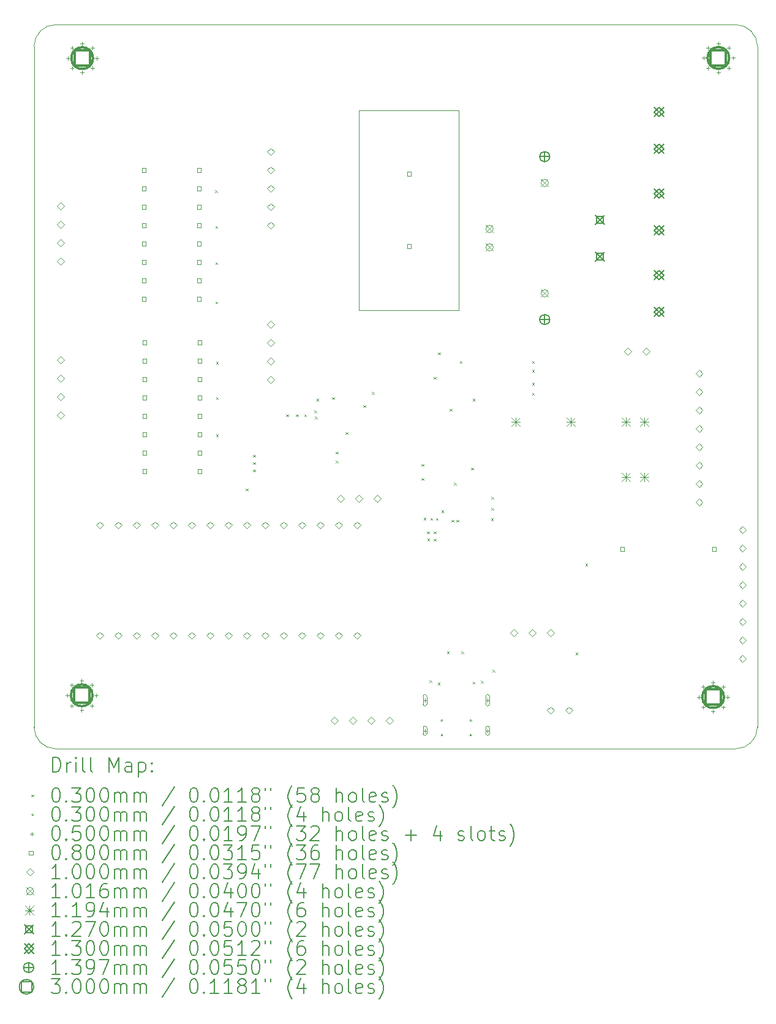
<source format=gbr>
%TF.GenerationSoftware,KiCad,Pcbnew,8.0.8*%
%TF.CreationDate,2026-01-14T14:22:45+11:00*%
%TF.ProjectId,robotv1,726f626f-7476-4312-9e6b-696361645f70,2*%
%TF.SameCoordinates,Original*%
%TF.FileFunction,Drillmap*%
%TF.FilePolarity,Positive*%
%FSLAX45Y45*%
G04 Gerber Fmt 4.5, Leading zero omitted, Abs format (unit mm)*
G04 Created by KiCad (PCBNEW 8.0.8) date 2026-01-14 14:22:45*
%MOMM*%
%LPD*%
G01*
G04 APERTURE LIST*
%ADD10C,0.100000*%
%ADD11C,0.010000*%
%ADD12C,0.200000*%
%ADD13C,0.101600*%
%ADD14C,0.119380*%
%ADD15C,0.127000*%
%ADD16C,0.130000*%
%ADD17C,0.139700*%
%ADD18C,0.300000*%
G04 APERTURE END LIST*
D10*
X300000Y0D02*
G75*
G02*
X0Y300000I0J300000D01*
G01*
X0Y9700000D02*
G75*
G02*
X300000Y10000000I300000J0D01*
G01*
X0Y300000D02*
X0Y9700000D01*
X10000000Y300000D02*
G75*
G02*
X9700000Y0I-300000J0D01*
G01*
X9700000Y10000000D02*
G75*
G02*
X10000000Y9700000I0J-300000D01*
G01*
X9700000Y0D02*
X300000Y0D01*
X300000Y10000000D02*
X9700000Y10000000D01*
X10000000Y9700000D02*
X10000000Y300000D01*
D11*
X4494500Y8819000D02*
X5874500Y8819000D01*
X4494500Y6059000D02*
X4494500Y8819000D01*
X5874500Y8819000D02*
X5874500Y6059000D01*
X5874500Y6059000D02*
X4494500Y6059000D01*
D12*
D10*
X2504500Y7714000D02*
X2534500Y7684000D01*
X2534500Y7714000D02*
X2504500Y7684000D01*
X2508500Y7218000D02*
X2538500Y7188000D01*
X2538500Y7218000D02*
X2508500Y7188000D01*
X2508500Y6718000D02*
X2538500Y6688000D01*
X2538500Y6718000D02*
X2508500Y6688000D01*
X2508500Y6178000D02*
X2538500Y6148000D01*
X2538500Y6178000D02*
X2508500Y6148000D01*
X2514500Y5344000D02*
X2544500Y5314000D01*
X2544500Y5344000D02*
X2514500Y5314000D01*
X2514500Y4854000D02*
X2544500Y4824000D01*
X2544500Y4854000D02*
X2514500Y4824000D01*
X2514500Y4344000D02*
X2544500Y4314000D01*
X2544500Y4344000D02*
X2514500Y4314000D01*
X2924500Y3594000D02*
X2954500Y3564000D01*
X2954500Y3594000D02*
X2924500Y3564000D01*
X3027000Y4061500D02*
X3057000Y4031500D01*
X3057000Y4061500D02*
X3027000Y4031500D01*
X3027000Y3956500D02*
X3057000Y3926500D01*
X3057000Y3956500D02*
X3027000Y3926500D01*
X3027000Y3856500D02*
X3057000Y3826500D01*
X3057000Y3856500D02*
X3027000Y3826500D01*
X3484500Y4619000D02*
X3514500Y4589000D01*
X3514500Y4619000D02*
X3484500Y4589000D01*
X3619500Y4619000D02*
X3649500Y4589000D01*
X3649500Y4619000D02*
X3619500Y4589000D01*
X3734500Y4619000D02*
X3764500Y4589000D01*
X3764500Y4619000D02*
X3734500Y4589000D01*
X3874500Y4675447D02*
X3904500Y4645447D01*
X3904500Y4675447D02*
X3874500Y4645447D01*
X3880947Y4589000D02*
X3910947Y4559000D01*
X3910947Y4589000D02*
X3880947Y4559000D01*
X3904500Y4834000D02*
X3934500Y4804000D01*
X3934500Y4834000D02*
X3904500Y4804000D01*
X4119500Y4854000D02*
X4149500Y4824000D01*
X4149500Y4854000D02*
X4119500Y4824000D01*
X4169500Y4104000D02*
X4199500Y4074000D01*
X4199500Y4104000D02*
X4169500Y4074000D01*
X4169500Y3979000D02*
X4199500Y3949000D01*
X4199500Y3979000D02*
X4169500Y3949000D01*
X4304500Y4374000D02*
X4334500Y4344000D01*
X4334500Y4374000D02*
X4304500Y4344000D01*
X4551500Y4747000D02*
X4581500Y4717000D01*
X4581500Y4747000D02*
X4551500Y4717000D01*
X4669500Y4929000D02*
X4699500Y4899000D01*
X4699500Y4929000D02*
X4669500Y4899000D01*
X5354500Y3931500D02*
X5384500Y3901500D01*
X5384500Y3931500D02*
X5354500Y3901500D01*
X5354500Y3736500D02*
X5384500Y3706500D01*
X5384500Y3736500D02*
X5354500Y3706500D01*
X5384500Y3194000D02*
X5414500Y3164000D01*
X5414500Y3194000D02*
X5384500Y3164000D01*
X5432000Y3001500D02*
X5462000Y2971500D01*
X5462000Y3001500D02*
X5432000Y2971500D01*
X5437000Y2904000D02*
X5467000Y2874000D01*
X5467000Y2904000D02*
X5437000Y2874000D01*
X5467000Y946500D02*
X5497000Y916500D01*
X5497000Y946500D02*
X5467000Y916500D01*
X5479500Y3186500D02*
X5509500Y3156500D01*
X5509500Y3186500D02*
X5479500Y3156500D01*
X5524500Y5134000D02*
X5554500Y5104000D01*
X5554500Y5134000D02*
X5524500Y5104000D01*
X5524500Y3001500D02*
X5554500Y2971500D01*
X5554500Y3001500D02*
X5524500Y2971500D01*
X5524500Y2901500D02*
X5554500Y2871500D01*
X5554500Y2901500D02*
X5524500Y2871500D01*
X5557000Y3189000D02*
X5587000Y3159000D01*
X5587000Y3189000D02*
X5557000Y3159000D01*
X5582000Y916500D02*
X5612000Y886500D01*
X5612000Y916500D02*
X5582000Y886500D01*
X5584500Y5474000D02*
X5614500Y5444000D01*
X5614500Y5474000D02*
X5584500Y5444000D01*
X5630000Y3293500D02*
X5660000Y3263500D01*
X5660000Y3293500D02*
X5630000Y3263500D01*
X5707000Y1346500D02*
X5737000Y1316500D01*
X5737000Y1346500D02*
X5707000Y1316500D01*
X5744500Y4694000D02*
X5774500Y4664000D01*
X5774500Y4694000D02*
X5744500Y4664000D01*
X5769500Y3161500D02*
X5799500Y3131500D01*
X5799500Y3161500D02*
X5769500Y3131500D01*
X5804000Y3674000D02*
X5834000Y3644000D01*
X5834000Y3674000D02*
X5804000Y3644000D01*
X5837000Y3164000D02*
X5867000Y3134000D01*
X5867000Y3164000D02*
X5837000Y3134000D01*
X5884500Y5354000D02*
X5914500Y5324000D01*
X5914500Y5354000D02*
X5884500Y5324000D01*
X5907000Y1346500D02*
X5937000Y1316500D01*
X5937000Y1346500D02*
X5907000Y1316500D01*
X6044500Y3884000D02*
X6074500Y3854000D01*
X6074500Y3884000D02*
X6044500Y3854000D01*
X6062000Y926500D02*
X6092000Y896500D01*
X6092000Y926500D02*
X6062000Y896500D01*
X6064500Y4834000D02*
X6094500Y4804000D01*
X6094500Y4834000D02*
X6064500Y4804000D01*
X6179500Y941500D02*
X6209500Y911500D01*
X6209500Y941500D02*
X6179500Y911500D01*
X6317000Y3184000D02*
X6347000Y3154000D01*
X6347000Y3184000D02*
X6317000Y3154000D01*
X6319500Y3481500D02*
X6349500Y3451500D01*
X6349500Y3481500D02*
X6319500Y3451500D01*
X6319500Y3329000D02*
X6349500Y3299000D01*
X6349500Y3329000D02*
X6319500Y3299000D01*
X6339500Y1092500D02*
X6369500Y1062500D01*
X6369500Y1092500D02*
X6339500Y1062500D01*
X6884500Y5354000D02*
X6914500Y5324000D01*
X6914500Y5354000D02*
X6884500Y5324000D01*
X6884500Y5234000D02*
X6914500Y5204000D01*
X6914500Y5234000D02*
X6884500Y5204000D01*
X6884500Y5054000D02*
X6914500Y5024000D01*
X6914500Y5054000D02*
X6884500Y5024000D01*
X6884500Y4914000D02*
X6914500Y4884000D01*
X6914500Y4914000D02*
X6884500Y4884000D01*
X7487000Y1329000D02*
X7517000Y1299000D01*
X7517000Y1329000D02*
X7487000Y1299000D01*
X7619500Y2559000D02*
X7649500Y2529000D01*
X7649500Y2559000D02*
X7619500Y2529000D01*
X5652000Y389000D02*
G75*
G02*
X5622000Y389000I-15000J0D01*
G01*
X5622000Y389000D02*
G75*
G02*
X5652000Y389000I15000J0D01*
G01*
X5652000Y189000D02*
G75*
G02*
X5622000Y189000I-15000J0D01*
G01*
X5622000Y189000D02*
G75*
G02*
X5652000Y189000I15000J0D01*
G01*
X6052000Y389000D02*
G75*
G02*
X6022000Y389000I-15000J0D01*
G01*
X6022000Y389000D02*
G75*
G02*
X6052000Y389000I15000J0D01*
G01*
X6052000Y189000D02*
G75*
G02*
X6022000Y189000I-15000J0D01*
G01*
X6022000Y189000D02*
G75*
G02*
X6052000Y189000I15000J0D01*
G01*
X459500Y764000D02*
X459500Y714000D01*
X434500Y739000D02*
X484500Y739000D01*
X465500Y9562500D02*
X465500Y9512500D01*
X440500Y9537500D02*
X490500Y9537500D01*
X518500Y905000D02*
X518500Y855000D01*
X493500Y880000D02*
X543500Y880000D01*
X518500Y623000D02*
X518500Y573000D01*
X493500Y598000D02*
X543500Y598000D01*
X524500Y9703500D02*
X524500Y9653500D01*
X499500Y9678500D02*
X549500Y9678500D01*
X524500Y9421500D02*
X524500Y9371500D01*
X499500Y9396500D02*
X549500Y9396500D01*
X659500Y964000D02*
X659500Y914000D01*
X634500Y939000D02*
X684500Y939000D01*
X659500Y564000D02*
X659500Y514000D01*
X634500Y539000D02*
X684500Y539000D01*
X665500Y9762500D02*
X665500Y9712500D01*
X640500Y9737500D02*
X690500Y9737500D01*
X665500Y9362500D02*
X665500Y9312500D01*
X640500Y9337500D02*
X690500Y9337500D01*
X800500Y905000D02*
X800500Y855000D01*
X775500Y880000D02*
X825500Y880000D01*
X800500Y623000D02*
X800500Y573000D01*
X775500Y598000D02*
X825500Y598000D01*
X806500Y9703500D02*
X806500Y9653500D01*
X781500Y9678500D02*
X831500Y9678500D01*
X806500Y9421500D02*
X806500Y9371500D01*
X781500Y9396500D02*
X831500Y9396500D01*
X859500Y764000D02*
X859500Y714000D01*
X834500Y739000D02*
X884500Y739000D01*
X865500Y9562500D02*
X865500Y9512500D01*
X840500Y9537500D02*
X890500Y9537500D01*
X5404000Y696000D02*
X5404000Y646000D01*
X5379000Y671000D02*
X5429000Y671000D01*
X5379000Y726000D02*
X5379000Y616000D01*
X5429000Y616000D02*
G75*
G02*
X5379000Y616000I-25000J0D01*
G01*
X5429000Y616000D02*
X5429000Y726000D01*
X5429000Y726000D02*
G75*
G03*
X5379000Y726000I-25000J0D01*
G01*
X5404000Y276000D02*
X5404000Y226000D01*
X5379000Y251000D02*
X5429000Y251000D01*
X5379000Y291000D02*
X5379000Y211000D01*
X5429000Y211000D02*
G75*
G02*
X5379000Y211000I-25000J0D01*
G01*
X5429000Y211000D02*
X5429000Y291000D01*
X5429000Y291000D02*
G75*
G03*
X5379000Y291000I-25000J0D01*
G01*
X6270000Y696000D02*
X6270000Y646000D01*
X6245000Y671000D02*
X6295000Y671000D01*
X6245000Y726000D02*
X6245000Y616000D01*
X6295000Y616000D02*
G75*
G02*
X6245000Y616000I-25000J0D01*
G01*
X6295000Y616000D02*
X6295000Y726000D01*
X6295000Y726000D02*
G75*
G03*
X6245000Y726000I-25000J0D01*
G01*
X6270000Y276000D02*
X6270000Y226000D01*
X6245000Y251000D02*
X6295000Y251000D01*
X6245000Y291000D02*
X6245000Y211000D01*
X6295000Y211000D02*
G75*
G02*
X6245000Y211000I-25000J0D01*
G01*
X6295000Y211000D02*
X6295000Y291000D01*
X6295000Y291000D02*
G75*
G03*
X6245000Y291000I-25000J0D01*
G01*
X9187500Y740000D02*
X9187500Y690000D01*
X9162500Y715000D02*
X9212500Y715000D01*
X9246500Y881000D02*
X9246500Y831000D01*
X9221500Y856000D02*
X9271500Y856000D01*
X9246500Y599000D02*
X9246500Y549000D01*
X9221500Y574000D02*
X9271500Y574000D01*
X9260500Y9565000D02*
X9260500Y9515000D01*
X9235500Y9540000D02*
X9285500Y9540000D01*
X9319500Y9706000D02*
X9319500Y9656000D01*
X9294500Y9681000D02*
X9344500Y9681000D01*
X9319500Y9424000D02*
X9319500Y9374000D01*
X9294500Y9399000D02*
X9344500Y9399000D01*
X9387500Y940000D02*
X9387500Y890000D01*
X9362500Y915000D02*
X9412500Y915000D01*
X9387500Y540000D02*
X9387500Y490000D01*
X9362500Y515000D02*
X9412500Y515000D01*
X9460500Y9765000D02*
X9460500Y9715000D01*
X9435500Y9740000D02*
X9485500Y9740000D01*
X9460500Y9365000D02*
X9460500Y9315000D01*
X9435500Y9340000D02*
X9485500Y9340000D01*
X9528500Y881000D02*
X9528500Y831000D01*
X9503500Y856000D02*
X9553500Y856000D01*
X9528500Y599000D02*
X9528500Y549000D01*
X9503500Y574000D02*
X9553500Y574000D01*
X9587500Y740000D02*
X9587500Y690000D01*
X9562500Y715000D02*
X9612500Y715000D01*
X9601500Y9706000D02*
X9601500Y9656000D01*
X9576500Y9681000D02*
X9626500Y9681000D01*
X9601500Y9424000D02*
X9601500Y9374000D01*
X9576500Y9399000D02*
X9626500Y9399000D01*
X9660500Y9565000D02*
X9660500Y9515000D01*
X9635500Y9540000D02*
X9685500Y9540000D01*
X1546784Y7963715D02*
X1546784Y8020284D01*
X1490215Y8020284D01*
X1490215Y7963715D01*
X1546784Y7963715D01*
X1546784Y7709715D02*
X1546784Y7766284D01*
X1490215Y7766284D01*
X1490215Y7709715D01*
X1546784Y7709715D01*
X1546784Y7455715D02*
X1546784Y7512284D01*
X1490215Y7512284D01*
X1490215Y7455715D01*
X1546784Y7455715D01*
X1546784Y7201715D02*
X1546784Y7258284D01*
X1490215Y7258284D01*
X1490215Y7201715D01*
X1546784Y7201715D01*
X1546784Y6947715D02*
X1546784Y7004284D01*
X1490215Y7004284D01*
X1490215Y6947715D01*
X1546784Y6947715D01*
X1546784Y6693715D02*
X1546784Y6750284D01*
X1490215Y6750284D01*
X1490215Y6693715D01*
X1546784Y6693715D01*
X1546784Y6439715D02*
X1546784Y6496284D01*
X1490215Y6496284D01*
X1490215Y6439715D01*
X1546784Y6439715D01*
X1546784Y6185715D02*
X1546784Y6242284D01*
X1490215Y6242284D01*
X1490215Y6185715D01*
X1546784Y6185715D01*
X1556784Y5585716D02*
X1556784Y5642284D01*
X1500215Y5642284D01*
X1500215Y5585716D01*
X1556784Y5585716D01*
X1556784Y5331716D02*
X1556784Y5388285D01*
X1500215Y5388285D01*
X1500215Y5331716D01*
X1556784Y5331716D01*
X1556784Y5077716D02*
X1556784Y5134285D01*
X1500215Y5134285D01*
X1500215Y5077716D01*
X1556784Y5077716D01*
X1556784Y4823716D02*
X1556784Y4880285D01*
X1500215Y4880285D01*
X1500215Y4823716D01*
X1556784Y4823716D01*
X1556784Y4569716D02*
X1556784Y4626285D01*
X1500215Y4626285D01*
X1500215Y4569716D01*
X1556784Y4569716D01*
X1556784Y4315716D02*
X1556784Y4372285D01*
X1500215Y4372285D01*
X1500215Y4315716D01*
X1556784Y4315716D01*
X1556784Y4061715D02*
X1556784Y4118284D01*
X1500215Y4118284D01*
X1500215Y4061715D01*
X1556784Y4061715D01*
X1556784Y3807715D02*
X1556784Y3864284D01*
X1500215Y3864284D01*
X1500215Y3807715D01*
X1556784Y3807715D01*
X2308785Y7963715D02*
X2308785Y8020284D01*
X2252216Y8020284D01*
X2252216Y7963715D01*
X2308785Y7963715D01*
X2308785Y7709715D02*
X2308785Y7766284D01*
X2252216Y7766284D01*
X2252216Y7709715D01*
X2308785Y7709715D01*
X2308785Y7455715D02*
X2308785Y7512284D01*
X2252216Y7512284D01*
X2252216Y7455715D01*
X2308785Y7455715D01*
X2308785Y7201715D02*
X2308785Y7258284D01*
X2252216Y7258284D01*
X2252216Y7201715D01*
X2308785Y7201715D01*
X2308785Y6947715D02*
X2308785Y7004284D01*
X2252216Y7004284D01*
X2252216Y6947715D01*
X2308785Y6947715D01*
X2308785Y6693715D02*
X2308785Y6750284D01*
X2252216Y6750284D01*
X2252216Y6693715D01*
X2308785Y6693715D01*
X2308785Y6439715D02*
X2308785Y6496284D01*
X2252216Y6496284D01*
X2252216Y6439715D01*
X2308785Y6439715D01*
X2308785Y6185715D02*
X2308785Y6242284D01*
X2252216Y6242284D01*
X2252216Y6185715D01*
X2308785Y6185715D01*
X2318785Y5585716D02*
X2318785Y5642284D01*
X2262216Y5642284D01*
X2262216Y5585716D01*
X2318785Y5585716D01*
X2318785Y5331716D02*
X2318785Y5388285D01*
X2262216Y5388285D01*
X2262216Y5331716D01*
X2318785Y5331716D01*
X2318785Y5077716D02*
X2318785Y5134285D01*
X2262216Y5134285D01*
X2262216Y5077716D01*
X2318785Y5077716D01*
X2318785Y4823716D02*
X2318785Y4880285D01*
X2262216Y4880285D01*
X2262216Y4823716D01*
X2318785Y4823716D01*
X2318785Y4569716D02*
X2318785Y4626285D01*
X2262216Y4626285D01*
X2262216Y4569716D01*
X2318785Y4569716D01*
X2318785Y4315716D02*
X2318785Y4372285D01*
X2262216Y4372285D01*
X2262216Y4315716D01*
X2318785Y4315716D01*
X2318785Y4061715D02*
X2318785Y4118284D01*
X2262216Y4118284D01*
X2262216Y4061715D01*
X2318785Y4061715D01*
X2318785Y3807715D02*
X2318785Y3864284D01*
X2262216Y3864284D01*
X2262216Y3807715D01*
X2318785Y3807715D01*
X5212785Y7910715D02*
X5212785Y7967284D01*
X5156216Y7967284D01*
X5156216Y7910715D01*
X5212785Y7910715D01*
X5212785Y6910715D02*
X5212785Y6967284D01*
X5156216Y6967284D01*
X5156216Y6910715D01*
X5212785Y6910715D01*
X8160784Y2727716D02*
X8160784Y2784285D01*
X8104215Y2784285D01*
X8104215Y2727716D01*
X8160784Y2727716D01*
X9430785Y2727716D02*
X9430785Y2784285D01*
X9374216Y2784285D01*
X9374216Y2727716D01*
X9430785Y2727716D01*
X365500Y7447000D02*
X415500Y7497000D01*
X365500Y7547000D01*
X315500Y7497000D01*
X365500Y7447000D01*
X365500Y7193000D02*
X415500Y7243000D01*
X365500Y7293000D01*
X315500Y7243000D01*
X365500Y7193000D01*
X365500Y6939000D02*
X415500Y6989000D01*
X365500Y7039000D01*
X315500Y6989000D01*
X365500Y6939000D01*
X365500Y6685000D02*
X415500Y6735000D01*
X365500Y6785000D01*
X315500Y6735000D01*
X365500Y6685000D01*
X365500Y5318000D02*
X415500Y5368000D01*
X365500Y5418000D01*
X315500Y5368000D01*
X365500Y5318000D01*
X365500Y5064000D02*
X415500Y5114000D01*
X365500Y5164000D01*
X315500Y5114000D01*
X365500Y5064000D01*
X365500Y4810000D02*
X415500Y4860000D01*
X365500Y4910000D01*
X315500Y4860000D01*
X365500Y4810000D01*
X365500Y4556000D02*
X415500Y4606000D01*
X365500Y4656000D01*
X315500Y4606000D01*
X365500Y4556000D01*
X907500Y3039000D02*
X957500Y3089000D01*
X907500Y3139000D01*
X857500Y3089000D01*
X907500Y3039000D01*
X907500Y1515000D02*
X957500Y1565000D01*
X907500Y1615000D01*
X857500Y1565000D01*
X907500Y1515000D01*
X1161500Y3039000D02*
X1211500Y3089000D01*
X1161500Y3139000D01*
X1111500Y3089000D01*
X1161500Y3039000D01*
X1161500Y1515000D02*
X1211500Y1565000D01*
X1161500Y1615000D01*
X1111500Y1565000D01*
X1161500Y1515000D01*
X1415500Y3039000D02*
X1465500Y3089000D01*
X1415500Y3139000D01*
X1365500Y3089000D01*
X1415500Y3039000D01*
X1415500Y1515000D02*
X1465500Y1565000D01*
X1415500Y1615000D01*
X1365500Y1565000D01*
X1415500Y1515000D01*
X1669500Y3039000D02*
X1719500Y3089000D01*
X1669500Y3139000D01*
X1619500Y3089000D01*
X1669500Y3039000D01*
X1669500Y1515000D02*
X1719500Y1565000D01*
X1669500Y1615000D01*
X1619500Y1565000D01*
X1669500Y1515000D01*
X1923500Y3039000D02*
X1973500Y3089000D01*
X1923500Y3139000D01*
X1873500Y3089000D01*
X1923500Y3039000D01*
X1923500Y1515000D02*
X1973500Y1565000D01*
X1923500Y1615000D01*
X1873500Y1565000D01*
X1923500Y1515000D01*
X2177500Y3039000D02*
X2227500Y3089000D01*
X2177500Y3139000D01*
X2127500Y3089000D01*
X2177500Y3039000D01*
X2177500Y1515000D02*
X2227500Y1565000D01*
X2177500Y1615000D01*
X2127500Y1565000D01*
X2177500Y1515000D01*
X2431500Y3039000D02*
X2481500Y3089000D01*
X2431500Y3139000D01*
X2381500Y3089000D01*
X2431500Y3039000D01*
X2431500Y1515000D02*
X2481500Y1565000D01*
X2431500Y1615000D01*
X2381500Y1565000D01*
X2431500Y1515000D01*
X2685500Y3039000D02*
X2735500Y3089000D01*
X2685500Y3139000D01*
X2635500Y3089000D01*
X2685500Y3039000D01*
X2685500Y1515000D02*
X2735500Y1565000D01*
X2685500Y1615000D01*
X2635500Y1565000D01*
X2685500Y1515000D01*
X2939500Y3039000D02*
X2989500Y3089000D01*
X2939500Y3139000D01*
X2889500Y3089000D01*
X2939500Y3039000D01*
X2939500Y1515000D02*
X2989500Y1565000D01*
X2939500Y1615000D01*
X2889500Y1565000D01*
X2939500Y1515000D01*
X3193500Y3039000D02*
X3243500Y3089000D01*
X3193500Y3139000D01*
X3143500Y3089000D01*
X3193500Y3039000D01*
X3193500Y1515000D02*
X3243500Y1565000D01*
X3193500Y1615000D01*
X3143500Y1565000D01*
X3193500Y1515000D01*
X3269500Y8195000D02*
X3319500Y8245000D01*
X3269500Y8295000D01*
X3219500Y8245000D01*
X3269500Y8195000D01*
X3269500Y7941000D02*
X3319500Y7991000D01*
X3269500Y8041000D01*
X3219500Y7991000D01*
X3269500Y7941000D01*
X3269500Y7687000D02*
X3319500Y7737000D01*
X3269500Y7787000D01*
X3219500Y7737000D01*
X3269500Y7687000D01*
X3269500Y7433000D02*
X3319500Y7483000D01*
X3269500Y7533000D01*
X3219500Y7483000D01*
X3269500Y7433000D01*
X3269500Y7179000D02*
X3319500Y7229000D01*
X3269500Y7279000D01*
X3219500Y7229000D01*
X3269500Y7179000D01*
X3269500Y5813000D02*
X3319500Y5863000D01*
X3269500Y5913000D01*
X3219500Y5863000D01*
X3269500Y5813000D01*
X3269500Y5559000D02*
X3319500Y5609000D01*
X3269500Y5659000D01*
X3219500Y5609000D01*
X3269500Y5559000D01*
X3269500Y5305000D02*
X3319500Y5355000D01*
X3269500Y5405000D01*
X3219500Y5355000D01*
X3269500Y5305000D01*
X3269500Y5051000D02*
X3319500Y5101000D01*
X3269500Y5151000D01*
X3219500Y5101000D01*
X3269500Y5051000D01*
X3447500Y3039000D02*
X3497500Y3089000D01*
X3447500Y3139000D01*
X3397500Y3089000D01*
X3447500Y3039000D01*
X3447500Y1515000D02*
X3497500Y1565000D01*
X3447500Y1615000D01*
X3397500Y1565000D01*
X3447500Y1515000D01*
X3701500Y3039000D02*
X3751500Y3089000D01*
X3701500Y3139000D01*
X3651500Y3089000D01*
X3701500Y3039000D01*
X3701500Y1515000D02*
X3751500Y1565000D01*
X3701500Y1615000D01*
X3651500Y1565000D01*
X3701500Y1515000D01*
X3955500Y3039000D02*
X4005500Y3089000D01*
X3955500Y3139000D01*
X3905500Y3089000D01*
X3955500Y3039000D01*
X3955500Y1515000D02*
X4005500Y1565000D01*
X3955500Y1615000D01*
X3905500Y1565000D01*
X3955500Y1515000D01*
X4155500Y339000D02*
X4205500Y389000D01*
X4155500Y439000D01*
X4105500Y389000D01*
X4155500Y339000D01*
X4209500Y3039000D02*
X4259500Y3089000D01*
X4209500Y3139000D01*
X4159500Y3089000D01*
X4209500Y3039000D01*
X4209500Y1515000D02*
X4259500Y1565000D01*
X4209500Y1615000D01*
X4159500Y1565000D01*
X4209500Y1515000D01*
X4239500Y3409000D02*
X4289500Y3459000D01*
X4239500Y3509000D01*
X4189500Y3459000D01*
X4239500Y3409000D01*
X4409500Y339000D02*
X4459500Y389000D01*
X4409500Y439000D01*
X4359500Y389000D01*
X4409500Y339000D01*
X4463500Y3039000D02*
X4513500Y3089000D01*
X4463500Y3139000D01*
X4413500Y3089000D01*
X4463500Y3039000D01*
X4463500Y1515000D02*
X4513500Y1565000D01*
X4463500Y1615000D01*
X4413500Y1565000D01*
X4463500Y1515000D01*
X4493500Y3409000D02*
X4543500Y3459000D01*
X4493500Y3509000D01*
X4443500Y3459000D01*
X4493500Y3409000D01*
X4663500Y339000D02*
X4713500Y389000D01*
X4663500Y439000D01*
X4613500Y389000D01*
X4663500Y339000D01*
X4747500Y3409000D02*
X4797500Y3459000D01*
X4747500Y3509000D01*
X4697500Y3459000D01*
X4747500Y3409000D01*
X4917500Y339000D02*
X4967500Y389000D01*
X4917500Y439000D01*
X4867500Y389000D01*
X4917500Y339000D01*
X6631500Y1554000D02*
X6681500Y1604000D01*
X6631500Y1654000D01*
X6581500Y1604000D01*
X6631500Y1554000D01*
X6885500Y1554000D02*
X6935500Y1604000D01*
X6885500Y1654000D01*
X6835500Y1604000D01*
X6885500Y1554000D01*
X7139500Y1554000D02*
X7189500Y1604000D01*
X7139500Y1654000D01*
X7089500Y1604000D01*
X7139500Y1554000D01*
X7139500Y481500D02*
X7189500Y531500D01*
X7139500Y581500D01*
X7089500Y531500D01*
X7139500Y481500D01*
X7393500Y481500D02*
X7443500Y531500D01*
X7393500Y581500D01*
X7343500Y531500D01*
X7393500Y481500D01*
X8205500Y5439000D02*
X8255500Y5489000D01*
X8205500Y5539000D01*
X8155500Y5489000D01*
X8205500Y5439000D01*
X8459500Y5439000D02*
X8509500Y5489000D01*
X8459500Y5539000D01*
X8409500Y5489000D01*
X8459500Y5439000D01*
X9194500Y5131500D02*
X9244500Y5181500D01*
X9194500Y5231500D01*
X9144500Y5181500D01*
X9194500Y5131500D01*
X9194500Y4877500D02*
X9244500Y4927500D01*
X9194500Y4977500D01*
X9144500Y4927500D01*
X9194500Y4877500D01*
X9194500Y4623500D02*
X9244500Y4673500D01*
X9194500Y4723500D01*
X9144500Y4673500D01*
X9194500Y4623500D01*
X9194500Y4369500D02*
X9244500Y4419500D01*
X9194500Y4469500D01*
X9144500Y4419500D01*
X9194500Y4369500D01*
X9194500Y4115500D02*
X9244500Y4165500D01*
X9194500Y4215500D01*
X9144500Y4165500D01*
X9194500Y4115500D01*
X9194500Y3861500D02*
X9244500Y3911500D01*
X9194500Y3961500D01*
X9144500Y3911500D01*
X9194500Y3861500D01*
X9194500Y3607500D02*
X9244500Y3657500D01*
X9194500Y3707500D01*
X9144500Y3657500D01*
X9194500Y3607500D01*
X9194500Y3353500D02*
X9244500Y3403500D01*
X9194500Y3453500D01*
X9144500Y3403500D01*
X9194500Y3353500D01*
X9795000Y2976500D02*
X9845000Y3026500D01*
X9795000Y3076500D01*
X9745000Y3026500D01*
X9795000Y2976500D01*
X9795000Y2722500D02*
X9845000Y2772500D01*
X9795000Y2822500D01*
X9745000Y2772500D01*
X9795000Y2722500D01*
X9795000Y2468500D02*
X9845000Y2518500D01*
X9795000Y2568500D01*
X9745000Y2518500D01*
X9795000Y2468500D01*
X9795000Y2214500D02*
X9845000Y2264500D01*
X9795000Y2314500D01*
X9745000Y2264500D01*
X9795000Y2214500D01*
X9795000Y1960500D02*
X9845000Y2010500D01*
X9795000Y2060500D01*
X9745000Y2010500D01*
X9795000Y1960500D01*
X9795000Y1706500D02*
X9845000Y1756500D01*
X9795000Y1806500D01*
X9745000Y1756500D01*
X9795000Y1706500D01*
X9795000Y1452500D02*
X9845000Y1502500D01*
X9795000Y1552500D01*
X9745000Y1502500D01*
X9795000Y1452500D01*
X9795000Y1198500D02*
X9845000Y1248500D01*
X9795000Y1298500D01*
X9745000Y1248500D01*
X9795000Y1198500D01*
D13*
X6246700Y7229800D02*
X6348300Y7128200D01*
X6348300Y7229800D02*
X6246700Y7128200D01*
X6348300Y7179000D02*
G75*
G02*
X6246700Y7179000I-50800J0D01*
G01*
X6246700Y7179000D02*
G75*
G02*
X6348300Y7179000I50800J0D01*
G01*
X6246700Y6975800D02*
X6348300Y6874200D01*
X6348300Y6975800D02*
X6246700Y6874200D01*
X6348300Y6925000D02*
G75*
G02*
X6246700Y6925000I-50800J0D01*
G01*
X6246700Y6925000D02*
G75*
G02*
X6348300Y6925000I50800J0D01*
G01*
X7008700Y7864800D02*
X7110300Y7763200D01*
X7110300Y7864800D02*
X7008700Y7763200D01*
X7110300Y7814000D02*
G75*
G02*
X7008700Y7814000I-50800J0D01*
G01*
X7008700Y7814000D02*
G75*
G02*
X7110300Y7814000I50800J0D01*
G01*
X7008700Y6340800D02*
X7110300Y6239200D01*
X7110300Y6340800D02*
X7008700Y6239200D01*
X7110300Y6290000D02*
G75*
G02*
X7008700Y6290000I-50800J0D01*
G01*
X7008700Y6290000D02*
G75*
G02*
X7110300Y6290000I50800J0D01*
G01*
D14*
X6600810Y4573690D02*
X6720190Y4454310D01*
X6720190Y4573690D02*
X6600810Y4454310D01*
X6660500Y4573690D02*
X6660500Y4454310D01*
X6600810Y4514000D02*
X6720190Y4514000D01*
X7362810Y4573690D02*
X7482190Y4454310D01*
X7482190Y4573690D02*
X7362810Y4454310D01*
X7422500Y4573690D02*
X7422500Y4454310D01*
X7362810Y4514000D02*
X7482190Y4514000D01*
X8124810Y4573690D02*
X8244190Y4454310D01*
X8244190Y4573690D02*
X8124810Y4454310D01*
X8184500Y4573690D02*
X8184500Y4454310D01*
X8124810Y4514000D02*
X8244190Y4514000D01*
X8124810Y3811690D02*
X8244190Y3692310D01*
X8244190Y3811690D02*
X8124810Y3692310D01*
X8184500Y3811690D02*
X8184500Y3692310D01*
X8124810Y3752000D02*
X8244190Y3752000D01*
X8378810Y4573690D02*
X8498190Y4454310D01*
X8498190Y4573690D02*
X8378810Y4454310D01*
X8438500Y4573690D02*
X8438500Y4454310D01*
X8378810Y4514000D02*
X8498190Y4514000D01*
X8378810Y3811690D02*
X8498190Y3692310D01*
X8498190Y3811690D02*
X8378810Y3692310D01*
X8438500Y3811690D02*
X8438500Y3692310D01*
X8378810Y3752000D02*
X8498190Y3752000D01*
D15*
X7758000Y7369500D02*
X7885000Y7242500D01*
X7885000Y7369500D02*
X7758000Y7242500D01*
X7866402Y7261098D02*
X7866402Y7350902D01*
X7776598Y7350902D01*
X7776598Y7261098D01*
X7866402Y7261098D01*
X7758000Y6861500D02*
X7885000Y6734500D01*
X7885000Y6861500D02*
X7758000Y6734500D01*
X7866402Y6753098D02*
X7866402Y6842902D01*
X7776598Y6842902D01*
X7776598Y6753098D01*
X7866402Y6753098D01*
D16*
X8575000Y8857500D02*
X8705000Y8727500D01*
X8705000Y8857500D02*
X8575000Y8727500D01*
X8640000Y8727500D02*
X8705000Y8792500D01*
X8640000Y8857500D01*
X8575000Y8792500D01*
X8640000Y8727500D01*
X8575000Y8349500D02*
X8705000Y8219500D01*
X8705000Y8349500D02*
X8575000Y8219500D01*
X8640000Y8219500D02*
X8705000Y8284500D01*
X8640000Y8349500D01*
X8575000Y8284500D01*
X8640000Y8219500D01*
X8575000Y7732500D02*
X8705000Y7602500D01*
X8705000Y7732500D02*
X8575000Y7602500D01*
X8640000Y7602500D02*
X8705000Y7667500D01*
X8640000Y7732500D01*
X8575000Y7667500D01*
X8640000Y7602500D01*
X8575000Y7224500D02*
X8705000Y7094500D01*
X8705000Y7224500D02*
X8575000Y7094500D01*
X8640000Y7094500D02*
X8705000Y7159500D01*
X8640000Y7224500D01*
X8575000Y7159500D01*
X8640000Y7094500D01*
X8575000Y6607500D02*
X8705000Y6477500D01*
X8705000Y6607500D02*
X8575000Y6477500D01*
X8640000Y6477500D02*
X8705000Y6542500D01*
X8640000Y6607500D01*
X8575000Y6542500D01*
X8640000Y6477500D01*
X8575000Y6099500D02*
X8705000Y5969500D01*
X8705000Y6099500D02*
X8575000Y5969500D01*
X8640000Y5969500D02*
X8705000Y6034500D01*
X8640000Y6099500D01*
X8575000Y6034500D01*
X8640000Y5969500D01*
D17*
X7059500Y8246850D02*
X7059500Y8107150D01*
X6989650Y8177000D02*
X7129350Y8177000D01*
X7129350Y8177000D02*
G75*
G02*
X6989650Y8177000I-69850J0D01*
G01*
X6989650Y8177000D02*
G75*
G02*
X7129350Y8177000I69850J0D01*
G01*
X7059500Y5996850D02*
X7059500Y5857150D01*
X6989650Y5927000D02*
X7129350Y5927000D01*
X7129350Y5927000D02*
G75*
G02*
X6989650Y5927000I-69850J0D01*
G01*
X6989650Y5927000D02*
G75*
G02*
X7129350Y5927000I69850J0D01*
G01*
D18*
X765567Y632933D02*
X765567Y845067D01*
X553433Y845067D01*
X553433Y632933D01*
X765567Y632933D01*
X809500Y739000D02*
G75*
G02*
X509500Y739000I-150000J0D01*
G01*
X509500Y739000D02*
G75*
G02*
X809500Y739000I150000J0D01*
G01*
X771567Y9431433D02*
X771567Y9643567D01*
X559433Y9643567D01*
X559433Y9431433D01*
X771567Y9431433D01*
X815500Y9537500D02*
G75*
G02*
X515500Y9537500I-150000J0D01*
G01*
X515500Y9537500D02*
G75*
G02*
X815500Y9537500I150000J0D01*
G01*
X9493567Y608933D02*
X9493567Y821067D01*
X9281433Y821067D01*
X9281433Y608933D01*
X9493567Y608933D01*
X9537500Y715000D02*
G75*
G02*
X9237500Y715000I-150000J0D01*
G01*
X9237500Y715000D02*
G75*
G02*
X9537500Y715000I150000J0D01*
G01*
X9566567Y9433933D02*
X9566567Y9646067D01*
X9354433Y9646067D01*
X9354433Y9433933D01*
X9566567Y9433933D01*
X9610500Y9540000D02*
G75*
G02*
X9310500Y9540000I-150000J0D01*
G01*
X9310500Y9540000D02*
G75*
G02*
X9610500Y9540000I150000J0D01*
G01*
D12*
X255777Y-316484D02*
X255777Y-116484D01*
X255777Y-116484D02*
X303396Y-116484D01*
X303396Y-116484D02*
X331967Y-126008D01*
X331967Y-126008D02*
X351015Y-145055D01*
X351015Y-145055D02*
X360539Y-164103D01*
X360539Y-164103D02*
X370062Y-202198D01*
X370062Y-202198D02*
X370062Y-230769D01*
X370062Y-230769D02*
X360539Y-268865D01*
X360539Y-268865D02*
X351015Y-287912D01*
X351015Y-287912D02*
X331967Y-306960D01*
X331967Y-306960D02*
X303396Y-316484D01*
X303396Y-316484D02*
X255777Y-316484D01*
X455777Y-316484D02*
X455777Y-183150D01*
X455777Y-221246D02*
X465301Y-202198D01*
X465301Y-202198D02*
X474824Y-192674D01*
X474824Y-192674D02*
X493872Y-183150D01*
X493872Y-183150D02*
X512920Y-183150D01*
X579586Y-316484D02*
X579586Y-183150D01*
X579586Y-116484D02*
X570063Y-126008D01*
X570063Y-126008D02*
X579586Y-135531D01*
X579586Y-135531D02*
X589110Y-126008D01*
X589110Y-126008D02*
X579586Y-116484D01*
X579586Y-116484D02*
X579586Y-135531D01*
X703396Y-316484D02*
X684348Y-306960D01*
X684348Y-306960D02*
X674824Y-287912D01*
X674824Y-287912D02*
X674824Y-116484D01*
X808158Y-316484D02*
X789110Y-306960D01*
X789110Y-306960D02*
X779586Y-287912D01*
X779586Y-287912D02*
X779586Y-116484D01*
X1036729Y-316484D02*
X1036729Y-116484D01*
X1036729Y-116484D02*
X1103396Y-259341D01*
X1103396Y-259341D02*
X1170063Y-116484D01*
X1170063Y-116484D02*
X1170063Y-316484D01*
X1351015Y-316484D02*
X1351015Y-211722D01*
X1351015Y-211722D02*
X1341491Y-192674D01*
X1341491Y-192674D02*
X1322444Y-183150D01*
X1322444Y-183150D02*
X1284348Y-183150D01*
X1284348Y-183150D02*
X1265301Y-192674D01*
X1351015Y-306960D02*
X1331967Y-316484D01*
X1331967Y-316484D02*
X1284348Y-316484D01*
X1284348Y-316484D02*
X1265301Y-306960D01*
X1265301Y-306960D02*
X1255777Y-287912D01*
X1255777Y-287912D02*
X1255777Y-268865D01*
X1255777Y-268865D02*
X1265301Y-249817D01*
X1265301Y-249817D02*
X1284348Y-240293D01*
X1284348Y-240293D02*
X1331967Y-240293D01*
X1331967Y-240293D02*
X1351015Y-230769D01*
X1446253Y-183150D02*
X1446253Y-383150D01*
X1446253Y-192674D02*
X1465301Y-183150D01*
X1465301Y-183150D02*
X1503396Y-183150D01*
X1503396Y-183150D02*
X1522443Y-192674D01*
X1522443Y-192674D02*
X1531967Y-202198D01*
X1531967Y-202198D02*
X1541491Y-221246D01*
X1541491Y-221246D02*
X1541491Y-278389D01*
X1541491Y-278389D02*
X1531967Y-297436D01*
X1531967Y-297436D02*
X1522443Y-306960D01*
X1522443Y-306960D02*
X1503396Y-316484D01*
X1503396Y-316484D02*
X1465301Y-316484D01*
X1465301Y-316484D02*
X1446253Y-306960D01*
X1627205Y-297436D02*
X1636729Y-306960D01*
X1636729Y-306960D02*
X1627205Y-316484D01*
X1627205Y-316484D02*
X1617682Y-306960D01*
X1617682Y-306960D02*
X1627205Y-297436D01*
X1627205Y-297436D02*
X1627205Y-316484D01*
X1627205Y-192674D02*
X1636729Y-202198D01*
X1636729Y-202198D02*
X1627205Y-211722D01*
X1627205Y-211722D02*
X1617682Y-202198D01*
X1617682Y-202198D02*
X1627205Y-192674D01*
X1627205Y-192674D02*
X1627205Y-211722D01*
D10*
X-35000Y-630000D02*
X-5000Y-660000D01*
X-5000Y-630000D02*
X-35000Y-660000D01*
D12*
X293872Y-536484D02*
X312920Y-536484D01*
X312920Y-536484D02*
X331967Y-546008D01*
X331967Y-546008D02*
X341491Y-555531D01*
X341491Y-555531D02*
X351015Y-574579D01*
X351015Y-574579D02*
X360539Y-612674D01*
X360539Y-612674D02*
X360539Y-660293D01*
X360539Y-660293D02*
X351015Y-698389D01*
X351015Y-698389D02*
X341491Y-717436D01*
X341491Y-717436D02*
X331967Y-726960D01*
X331967Y-726960D02*
X312920Y-736484D01*
X312920Y-736484D02*
X293872Y-736484D01*
X293872Y-736484D02*
X274824Y-726960D01*
X274824Y-726960D02*
X265301Y-717436D01*
X265301Y-717436D02*
X255777Y-698389D01*
X255777Y-698389D02*
X246253Y-660293D01*
X246253Y-660293D02*
X246253Y-612674D01*
X246253Y-612674D02*
X255777Y-574579D01*
X255777Y-574579D02*
X265301Y-555531D01*
X265301Y-555531D02*
X274824Y-546008D01*
X274824Y-546008D02*
X293872Y-536484D01*
X446253Y-717436D02*
X455777Y-726960D01*
X455777Y-726960D02*
X446253Y-736484D01*
X446253Y-736484D02*
X436729Y-726960D01*
X436729Y-726960D02*
X446253Y-717436D01*
X446253Y-717436D02*
X446253Y-736484D01*
X522443Y-536484D02*
X646253Y-536484D01*
X646253Y-536484D02*
X579586Y-612674D01*
X579586Y-612674D02*
X608158Y-612674D01*
X608158Y-612674D02*
X627205Y-622198D01*
X627205Y-622198D02*
X636729Y-631722D01*
X636729Y-631722D02*
X646253Y-650770D01*
X646253Y-650770D02*
X646253Y-698389D01*
X646253Y-698389D02*
X636729Y-717436D01*
X636729Y-717436D02*
X627205Y-726960D01*
X627205Y-726960D02*
X608158Y-736484D01*
X608158Y-736484D02*
X551015Y-736484D01*
X551015Y-736484D02*
X531967Y-726960D01*
X531967Y-726960D02*
X522443Y-717436D01*
X770062Y-536484D02*
X789110Y-536484D01*
X789110Y-536484D02*
X808158Y-546008D01*
X808158Y-546008D02*
X817682Y-555531D01*
X817682Y-555531D02*
X827205Y-574579D01*
X827205Y-574579D02*
X836729Y-612674D01*
X836729Y-612674D02*
X836729Y-660293D01*
X836729Y-660293D02*
X827205Y-698389D01*
X827205Y-698389D02*
X817682Y-717436D01*
X817682Y-717436D02*
X808158Y-726960D01*
X808158Y-726960D02*
X789110Y-736484D01*
X789110Y-736484D02*
X770062Y-736484D01*
X770062Y-736484D02*
X751015Y-726960D01*
X751015Y-726960D02*
X741491Y-717436D01*
X741491Y-717436D02*
X731967Y-698389D01*
X731967Y-698389D02*
X722443Y-660293D01*
X722443Y-660293D02*
X722443Y-612674D01*
X722443Y-612674D02*
X731967Y-574579D01*
X731967Y-574579D02*
X741491Y-555531D01*
X741491Y-555531D02*
X751015Y-546008D01*
X751015Y-546008D02*
X770062Y-536484D01*
X960539Y-536484D02*
X979586Y-536484D01*
X979586Y-536484D02*
X998634Y-546008D01*
X998634Y-546008D02*
X1008158Y-555531D01*
X1008158Y-555531D02*
X1017682Y-574579D01*
X1017682Y-574579D02*
X1027205Y-612674D01*
X1027205Y-612674D02*
X1027205Y-660293D01*
X1027205Y-660293D02*
X1017682Y-698389D01*
X1017682Y-698389D02*
X1008158Y-717436D01*
X1008158Y-717436D02*
X998634Y-726960D01*
X998634Y-726960D02*
X979586Y-736484D01*
X979586Y-736484D02*
X960539Y-736484D01*
X960539Y-736484D02*
X941491Y-726960D01*
X941491Y-726960D02*
X931967Y-717436D01*
X931967Y-717436D02*
X922443Y-698389D01*
X922443Y-698389D02*
X912920Y-660293D01*
X912920Y-660293D02*
X912920Y-612674D01*
X912920Y-612674D02*
X922443Y-574579D01*
X922443Y-574579D02*
X931967Y-555531D01*
X931967Y-555531D02*
X941491Y-546008D01*
X941491Y-546008D02*
X960539Y-536484D01*
X1112920Y-736484D02*
X1112920Y-603150D01*
X1112920Y-622198D02*
X1122444Y-612674D01*
X1122444Y-612674D02*
X1141491Y-603150D01*
X1141491Y-603150D02*
X1170063Y-603150D01*
X1170063Y-603150D02*
X1189110Y-612674D01*
X1189110Y-612674D02*
X1198634Y-631722D01*
X1198634Y-631722D02*
X1198634Y-736484D01*
X1198634Y-631722D02*
X1208158Y-612674D01*
X1208158Y-612674D02*
X1227205Y-603150D01*
X1227205Y-603150D02*
X1255777Y-603150D01*
X1255777Y-603150D02*
X1274825Y-612674D01*
X1274825Y-612674D02*
X1284348Y-631722D01*
X1284348Y-631722D02*
X1284348Y-736484D01*
X1379586Y-736484D02*
X1379586Y-603150D01*
X1379586Y-622198D02*
X1389110Y-612674D01*
X1389110Y-612674D02*
X1408158Y-603150D01*
X1408158Y-603150D02*
X1436729Y-603150D01*
X1436729Y-603150D02*
X1455777Y-612674D01*
X1455777Y-612674D02*
X1465301Y-631722D01*
X1465301Y-631722D02*
X1465301Y-736484D01*
X1465301Y-631722D02*
X1474824Y-612674D01*
X1474824Y-612674D02*
X1493872Y-603150D01*
X1493872Y-603150D02*
X1522443Y-603150D01*
X1522443Y-603150D02*
X1541491Y-612674D01*
X1541491Y-612674D02*
X1551015Y-631722D01*
X1551015Y-631722D02*
X1551015Y-736484D01*
X1941491Y-526960D02*
X1770063Y-784103D01*
X2198634Y-536484D02*
X2217682Y-536484D01*
X2217682Y-536484D02*
X2236729Y-546008D01*
X2236729Y-546008D02*
X2246253Y-555531D01*
X2246253Y-555531D02*
X2255777Y-574579D01*
X2255777Y-574579D02*
X2265301Y-612674D01*
X2265301Y-612674D02*
X2265301Y-660293D01*
X2265301Y-660293D02*
X2255777Y-698389D01*
X2255777Y-698389D02*
X2246253Y-717436D01*
X2246253Y-717436D02*
X2236729Y-726960D01*
X2236729Y-726960D02*
X2217682Y-736484D01*
X2217682Y-736484D02*
X2198634Y-736484D01*
X2198634Y-736484D02*
X2179587Y-726960D01*
X2179587Y-726960D02*
X2170063Y-717436D01*
X2170063Y-717436D02*
X2160539Y-698389D01*
X2160539Y-698389D02*
X2151015Y-660293D01*
X2151015Y-660293D02*
X2151015Y-612674D01*
X2151015Y-612674D02*
X2160539Y-574579D01*
X2160539Y-574579D02*
X2170063Y-555531D01*
X2170063Y-555531D02*
X2179587Y-546008D01*
X2179587Y-546008D02*
X2198634Y-536484D01*
X2351015Y-717436D02*
X2360539Y-726960D01*
X2360539Y-726960D02*
X2351015Y-736484D01*
X2351015Y-736484D02*
X2341491Y-726960D01*
X2341491Y-726960D02*
X2351015Y-717436D01*
X2351015Y-717436D02*
X2351015Y-736484D01*
X2484348Y-536484D02*
X2503396Y-536484D01*
X2503396Y-536484D02*
X2522444Y-546008D01*
X2522444Y-546008D02*
X2531968Y-555531D01*
X2531968Y-555531D02*
X2541491Y-574579D01*
X2541491Y-574579D02*
X2551015Y-612674D01*
X2551015Y-612674D02*
X2551015Y-660293D01*
X2551015Y-660293D02*
X2541491Y-698389D01*
X2541491Y-698389D02*
X2531968Y-717436D01*
X2531968Y-717436D02*
X2522444Y-726960D01*
X2522444Y-726960D02*
X2503396Y-736484D01*
X2503396Y-736484D02*
X2484348Y-736484D01*
X2484348Y-736484D02*
X2465301Y-726960D01*
X2465301Y-726960D02*
X2455777Y-717436D01*
X2455777Y-717436D02*
X2446253Y-698389D01*
X2446253Y-698389D02*
X2436729Y-660293D01*
X2436729Y-660293D02*
X2436729Y-612674D01*
X2436729Y-612674D02*
X2446253Y-574579D01*
X2446253Y-574579D02*
X2455777Y-555531D01*
X2455777Y-555531D02*
X2465301Y-546008D01*
X2465301Y-546008D02*
X2484348Y-536484D01*
X2741491Y-736484D02*
X2627206Y-736484D01*
X2684348Y-736484D02*
X2684348Y-536484D01*
X2684348Y-536484D02*
X2665301Y-565055D01*
X2665301Y-565055D02*
X2646253Y-584103D01*
X2646253Y-584103D02*
X2627206Y-593627D01*
X2931967Y-736484D02*
X2817682Y-736484D01*
X2874825Y-736484D02*
X2874825Y-536484D01*
X2874825Y-536484D02*
X2855777Y-565055D01*
X2855777Y-565055D02*
X2836729Y-584103D01*
X2836729Y-584103D02*
X2817682Y-593627D01*
X3046253Y-622198D02*
X3027206Y-612674D01*
X3027206Y-612674D02*
X3017682Y-603150D01*
X3017682Y-603150D02*
X3008158Y-584103D01*
X3008158Y-584103D02*
X3008158Y-574579D01*
X3008158Y-574579D02*
X3017682Y-555531D01*
X3017682Y-555531D02*
X3027206Y-546008D01*
X3027206Y-546008D02*
X3046253Y-536484D01*
X3046253Y-536484D02*
X3084348Y-536484D01*
X3084348Y-536484D02*
X3103396Y-546008D01*
X3103396Y-546008D02*
X3112920Y-555531D01*
X3112920Y-555531D02*
X3122444Y-574579D01*
X3122444Y-574579D02*
X3122444Y-584103D01*
X3122444Y-584103D02*
X3112920Y-603150D01*
X3112920Y-603150D02*
X3103396Y-612674D01*
X3103396Y-612674D02*
X3084348Y-622198D01*
X3084348Y-622198D02*
X3046253Y-622198D01*
X3046253Y-622198D02*
X3027206Y-631722D01*
X3027206Y-631722D02*
X3017682Y-641246D01*
X3017682Y-641246D02*
X3008158Y-660293D01*
X3008158Y-660293D02*
X3008158Y-698389D01*
X3008158Y-698389D02*
X3017682Y-717436D01*
X3017682Y-717436D02*
X3027206Y-726960D01*
X3027206Y-726960D02*
X3046253Y-736484D01*
X3046253Y-736484D02*
X3084348Y-736484D01*
X3084348Y-736484D02*
X3103396Y-726960D01*
X3103396Y-726960D02*
X3112920Y-717436D01*
X3112920Y-717436D02*
X3122444Y-698389D01*
X3122444Y-698389D02*
X3122444Y-660293D01*
X3122444Y-660293D02*
X3112920Y-641246D01*
X3112920Y-641246D02*
X3103396Y-631722D01*
X3103396Y-631722D02*
X3084348Y-622198D01*
X3198634Y-536484D02*
X3198634Y-574579D01*
X3274825Y-536484D02*
X3274825Y-574579D01*
X3570063Y-812674D02*
X3560539Y-803150D01*
X3560539Y-803150D02*
X3541491Y-774579D01*
X3541491Y-774579D02*
X3531968Y-755531D01*
X3531968Y-755531D02*
X3522444Y-726960D01*
X3522444Y-726960D02*
X3512920Y-679341D01*
X3512920Y-679341D02*
X3512920Y-641246D01*
X3512920Y-641246D02*
X3522444Y-593627D01*
X3522444Y-593627D02*
X3531968Y-565055D01*
X3531968Y-565055D02*
X3541491Y-546008D01*
X3541491Y-546008D02*
X3560539Y-517436D01*
X3560539Y-517436D02*
X3570063Y-507912D01*
X3741491Y-536484D02*
X3646253Y-536484D01*
X3646253Y-536484D02*
X3636729Y-631722D01*
X3636729Y-631722D02*
X3646253Y-622198D01*
X3646253Y-622198D02*
X3665301Y-612674D01*
X3665301Y-612674D02*
X3712920Y-612674D01*
X3712920Y-612674D02*
X3731968Y-622198D01*
X3731968Y-622198D02*
X3741491Y-631722D01*
X3741491Y-631722D02*
X3751015Y-650770D01*
X3751015Y-650770D02*
X3751015Y-698389D01*
X3751015Y-698389D02*
X3741491Y-717436D01*
X3741491Y-717436D02*
X3731968Y-726960D01*
X3731968Y-726960D02*
X3712920Y-736484D01*
X3712920Y-736484D02*
X3665301Y-736484D01*
X3665301Y-736484D02*
X3646253Y-726960D01*
X3646253Y-726960D02*
X3636729Y-717436D01*
X3865301Y-622198D02*
X3846253Y-612674D01*
X3846253Y-612674D02*
X3836729Y-603150D01*
X3836729Y-603150D02*
X3827206Y-584103D01*
X3827206Y-584103D02*
X3827206Y-574579D01*
X3827206Y-574579D02*
X3836729Y-555531D01*
X3836729Y-555531D02*
X3846253Y-546008D01*
X3846253Y-546008D02*
X3865301Y-536484D01*
X3865301Y-536484D02*
X3903396Y-536484D01*
X3903396Y-536484D02*
X3922444Y-546008D01*
X3922444Y-546008D02*
X3931968Y-555531D01*
X3931968Y-555531D02*
X3941491Y-574579D01*
X3941491Y-574579D02*
X3941491Y-584103D01*
X3941491Y-584103D02*
X3931968Y-603150D01*
X3931968Y-603150D02*
X3922444Y-612674D01*
X3922444Y-612674D02*
X3903396Y-622198D01*
X3903396Y-622198D02*
X3865301Y-622198D01*
X3865301Y-622198D02*
X3846253Y-631722D01*
X3846253Y-631722D02*
X3836729Y-641246D01*
X3836729Y-641246D02*
X3827206Y-660293D01*
X3827206Y-660293D02*
X3827206Y-698389D01*
X3827206Y-698389D02*
X3836729Y-717436D01*
X3836729Y-717436D02*
X3846253Y-726960D01*
X3846253Y-726960D02*
X3865301Y-736484D01*
X3865301Y-736484D02*
X3903396Y-736484D01*
X3903396Y-736484D02*
X3922444Y-726960D01*
X3922444Y-726960D02*
X3931968Y-717436D01*
X3931968Y-717436D02*
X3941491Y-698389D01*
X3941491Y-698389D02*
X3941491Y-660293D01*
X3941491Y-660293D02*
X3931968Y-641246D01*
X3931968Y-641246D02*
X3922444Y-631722D01*
X3922444Y-631722D02*
X3903396Y-622198D01*
X4179587Y-736484D02*
X4179587Y-536484D01*
X4265301Y-736484D02*
X4265301Y-631722D01*
X4265301Y-631722D02*
X4255777Y-612674D01*
X4255777Y-612674D02*
X4236730Y-603150D01*
X4236730Y-603150D02*
X4208158Y-603150D01*
X4208158Y-603150D02*
X4189110Y-612674D01*
X4189110Y-612674D02*
X4179587Y-622198D01*
X4389111Y-736484D02*
X4370063Y-726960D01*
X4370063Y-726960D02*
X4360539Y-717436D01*
X4360539Y-717436D02*
X4351015Y-698389D01*
X4351015Y-698389D02*
X4351015Y-641246D01*
X4351015Y-641246D02*
X4360539Y-622198D01*
X4360539Y-622198D02*
X4370063Y-612674D01*
X4370063Y-612674D02*
X4389111Y-603150D01*
X4389111Y-603150D02*
X4417682Y-603150D01*
X4417682Y-603150D02*
X4436730Y-612674D01*
X4436730Y-612674D02*
X4446253Y-622198D01*
X4446253Y-622198D02*
X4455777Y-641246D01*
X4455777Y-641246D02*
X4455777Y-698389D01*
X4455777Y-698389D02*
X4446253Y-717436D01*
X4446253Y-717436D02*
X4436730Y-726960D01*
X4436730Y-726960D02*
X4417682Y-736484D01*
X4417682Y-736484D02*
X4389111Y-736484D01*
X4570063Y-736484D02*
X4551015Y-726960D01*
X4551015Y-726960D02*
X4541492Y-707912D01*
X4541492Y-707912D02*
X4541492Y-536484D01*
X4722444Y-726960D02*
X4703396Y-736484D01*
X4703396Y-736484D02*
X4665301Y-736484D01*
X4665301Y-736484D02*
X4646253Y-726960D01*
X4646253Y-726960D02*
X4636730Y-707912D01*
X4636730Y-707912D02*
X4636730Y-631722D01*
X4636730Y-631722D02*
X4646253Y-612674D01*
X4646253Y-612674D02*
X4665301Y-603150D01*
X4665301Y-603150D02*
X4703396Y-603150D01*
X4703396Y-603150D02*
X4722444Y-612674D01*
X4722444Y-612674D02*
X4731968Y-631722D01*
X4731968Y-631722D02*
X4731968Y-650770D01*
X4731968Y-650770D02*
X4636730Y-669817D01*
X4808158Y-726960D02*
X4827206Y-736484D01*
X4827206Y-736484D02*
X4865301Y-736484D01*
X4865301Y-736484D02*
X4884349Y-726960D01*
X4884349Y-726960D02*
X4893873Y-707912D01*
X4893873Y-707912D02*
X4893873Y-698389D01*
X4893873Y-698389D02*
X4884349Y-679341D01*
X4884349Y-679341D02*
X4865301Y-669817D01*
X4865301Y-669817D02*
X4836730Y-669817D01*
X4836730Y-669817D02*
X4817682Y-660293D01*
X4817682Y-660293D02*
X4808158Y-641246D01*
X4808158Y-641246D02*
X4808158Y-631722D01*
X4808158Y-631722D02*
X4817682Y-612674D01*
X4817682Y-612674D02*
X4836730Y-603150D01*
X4836730Y-603150D02*
X4865301Y-603150D01*
X4865301Y-603150D02*
X4884349Y-612674D01*
X4960539Y-812674D02*
X4970063Y-803150D01*
X4970063Y-803150D02*
X4989111Y-774579D01*
X4989111Y-774579D02*
X4998634Y-755531D01*
X4998634Y-755531D02*
X5008158Y-726960D01*
X5008158Y-726960D02*
X5017682Y-679341D01*
X5017682Y-679341D02*
X5017682Y-641246D01*
X5017682Y-641246D02*
X5008158Y-593627D01*
X5008158Y-593627D02*
X4998634Y-565055D01*
X4998634Y-565055D02*
X4989111Y-546008D01*
X4989111Y-546008D02*
X4970063Y-517436D01*
X4970063Y-517436D02*
X4960539Y-507912D01*
D10*
X-5000Y-909000D02*
G75*
G02*
X-35000Y-909000I-15000J0D01*
G01*
X-35000Y-909000D02*
G75*
G02*
X-5000Y-909000I15000J0D01*
G01*
D12*
X293872Y-800484D02*
X312920Y-800484D01*
X312920Y-800484D02*
X331967Y-810008D01*
X331967Y-810008D02*
X341491Y-819531D01*
X341491Y-819531D02*
X351015Y-838579D01*
X351015Y-838579D02*
X360539Y-876674D01*
X360539Y-876674D02*
X360539Y-924293D01*
X360539Y-924293D02*
X351015Y-962388D01*
X351015Y-962388D02*
X341491Y-981436D01*
X341491Y-981436D02*
X331967Y-990960D01*
X331967Y-990960D02*
X312920Y-1000484D01*
X312920Y-1000484D02*
X293872Y-1000484D01*
X293872Y-1000484D02*
X274824Y-990960D01*
X274824Y-990960D02*
X265301Y-981436D01*
X265301Y-981436D02*
X255777Y-962388D01*
X255777Y-962388D02*
X246253Y-924293D01*
X246253Y-924293D02*
X246253Y-876674D01*
X246253Y-876674D02*
X255777Y-838579D01*
X255777Y-838579D02*
X265301Y-819531D01*
X265301Y-819531D02*
X274824Y-810008D01*
X274824Y-810008D02*
X293872Y-800484D01*
X446253Y-981436D02*
X455777Y-990960D01*
X455777Y-990960D02*
X446253Y-1000484D01*
X446253Y-1000484D02*
X436729Y-990960D01*
X436729Y-990960D02*
X446253Y-981436D01*
X446253Y-981436D02*
X446253Y-1000484D01*
X522443Y-800484D02*
X646253Y-800484D01*
X646253Y-800484D02*
X579586Y-876674D01*
X579586Y-876674D02*
X608158Y-876674D01*
X608158Y-876674D02*
X627205Y-886198D01*
X627205Y-886198D02*
X636729Y-895722D01*
X636729Y-895722D02*
X646253Y-914769D01*
X646253Y-914769D02*
X646253Y-962388D01*
X646253Y-962388D02*
X636729Y-981436D01*
X636729Y-981436D02*
X627205Y-990960D01*
X627205Y-990960D02*
X608158Y-1000484D01*
X608158Y-1000484D02*
X551015Y-1000484D01*
X551015Y-1000484D02*
X531967Y-990960D01*
X531967Y-990960D02*
X522443Y-981436D01*
X770062Y-800484D02*
X789110Y-800484D01*
X789110Y-800484D02*
X808158Y-810008D01*
X808158Y-810008D02*
X817682Y-819531D01*
X817682Y-819531D02*
X827205Y-838579D01*
X827205Y-838579D02*
X836729Y-876674D01*
X836729Y-876674D02*
X836729Y-924293D01*
X836729Y-924293D02*
X827205Y-962388D01*
X827205Y-962388D02*
X817682Y-981436D01*
X817682Y-981436D02*
X808158Y-990960D01*
X808158Y-990960D02*
X789110Y-1000484D01*
X789110Y-1000484D02*
X770062Y-1000484D01*
X770062Y-1000484D02*
X751015Y-990960D01*
X751015Y-990960D02*
X741491Y-981436D01*
X741491Y-981436D02*
X731967Y-962388D01*
X731967Y-962388D02*
X722443Y-924293D01*
X722443Y-924293D02*
X722443Y-876674D01*
X722443Y-876674D02*
X731967Y-838579D01*
X731967Y-838579D02*
X741491Y-819531D01*
X741491Y-819531D02*
X751015Y-810008D01*
X751015Y-810008D02*
X770062Y-800484D01*
X960539Y-800484D02*
X979586Y-800484D01*
X979586Y-800484D02*
X998634Y-810008D01*
X998634Y-810008D02*
X1008158Y-819531D01*
X1008158Y-819531D02*
X1017682Y-838579D01*
X1017682Y-838579D02*
X1027205Y-876674D01*
X1027205Y-876674D02*
X1027205Y-924293D01*
X1027205Y-924293D02*
X1017682Y-962388D01*
X1017682Y-962388D02*
X1008158Y-981436D01*
X1008158Y-981436D02*
X998634Y-990960D01*
X998634Y-990960D02*
X979586Y-1000484D01*
X979586Y-1000484D02*
X960539Y-1000484D01*
X960539Y-1000484D02*
X941491Y-990960D01*
X941491Y-990960D02*
X931967Y-981436D01*
X931967Y-981436D02*
X922443Y-962388D01*
X922443Y-962388D02*
X912920Y-924293D01*
X912920Y-924293D02*
X912920Y-876674D01*
X912920Y-876674D02*
X922443Y-838579D01*
X922443Y-838579D02*
X931967Y-819531D01*
X931967Y-819531D02*
X941491Y-810008D01*
X941491Y-810008D02*
X960539Y-800484D01*
X1112920Y-1000484D02*
X1112920Y-867150D01*
X1112920Y-886198D02*
X1122444Y-876674D01*
X1122444Y-876674D02*
X1141491Y-867150D01*
X1141491Y-867150D02*
X1170063Y-867150D01*
X1170063Y-867150D02*
X1189110Y-876674D01*
X1189110Y-876674D02*
X1198634Y-895722D01*
X1198634Y-895722D02*
X1198634Y-1000484D01*
X1198634Y-895722D02*
X1208158Y-876674D01*
X1208158Y-876674D02*
X1227205Y-867150D01*
X1227205Y-867150D02*
X1255777Y-867150D01*
X1255777Y-867150D02*
X1274825Y-876674D01*
X1274825Y-876674D02*
X1284348Y-895722D01*
X1284348Y-895722D02*
X1284348Y-1000484D01*
X1379586Y-1000484D02*
X1379586Y-867150D01*
X1379586Y-886198D02*
X1389110Y-876674D01*
X1389110Y-876674D02*
X1408158Y-867150D01*
X1408158Y-867150D02*
X1436729Y-867150D01*
X1436729Y-867150D02*
X1455777Y-876674D01*
X1455777Y-876674D02*
X1465301Y-895722D01*
X1465301Y-895722D02*
X1465301Y-1000484D01*
X1465301Y-895722D02*
X1474824Y-876674D01*
X1474824Y-876674D02*
X1493872Y-867150D01*
X1493872Y-867150D02*
X1522443Y-867150D01*
X1522443Y-867150D02*
X1541491Y-876674D01*
X1541491Y-876674D02*
X1551015Y-895722D01*
X1551015Y-895722D02*
X1551015Y-1000484D01*
X1941491Y-790960D02*
X1770063Y-1048103D01*
X2198634Y-800484D02*
X2217682Y-800484D01*
X2217682Y-800484D02*
X2236729Y-810008D01*
X2236729Y-810008D02*
X2246253Y-819531D01*
X2246253Y-819531D02*
X2255777Y-838579D01*
X2255777Y-838579D02*
X2265301Y-876674D01*
X2265301Y-876674D02*
X2265301Y-924293D01*
X2265301Y-924293D02*
X2255777Y-962388D01*
X2255777Y-962388D02*
X2246253Y-981436D01*
X2246253Y-981436D02*
X2236729Y-990960D01*
X2236729Y-990960D02*
X2217682Y-1000484D01*
X2217682Y-1000484D02*
X2198634Y-1000484D01*
X2198634Y-1000484D02*
X2179587Y-990960D01*
X2179587Y-990960D02*
X2170063Y-981436D01*
X2170063Y-981436D02*
X2160539Y-962388D01*
X2160539Y-962388D02*
X2151015Y-924293D01*
X2151015Y-924293D02*
X2151015Y-876674D01*
X2151015Y-876674D02*
X2160539Y-838579D01*
X2160539Y-838579D02*
X2170063Y-819531D01*
X2170063Y-819531D02*
X2179587Y-810008D01*
X2179587Y-810008D02*
X2198634Y-800484D01*
X2351015Y-981436D02*
X2360539Y-990960D01*
X2360539Y-990960D02*
X2351015Y-1000484D01*
X2351015Y-1000484D02*
X2341491Y-990960D01*
X2341491Y-990960D02*
X2351015Y-981436D01*
X2351015Y-981436D02*
X2351015Y-1000484D01*
X2484348Y-800484D02*
X2503396Y-800484D01*
X2503396Y-800484D02*
X2522444Y-810008D01*
X2522444Y-810008D02*
X2531968Y-819531D01*
X2531968Y-819531D02*
X2541491Y-838579D01*
X2541491Y-838579D02*
X2551015Y-876674D01*
X2551015Y-876674D02*
X2551015Y-924293D01*
X2551015Y-924293D02*
X2541491Y-962388D01*
X2541491Y-962388D02*
X2531968Y-981436D01*
X2531968Y-981436D02*
X2522444Y-990960D01*
X2522444Y-990960D02*
X2503396Y-1000484D01*
X2503396Y-1000484D02*
X2484348Y-1000484D01*
X2484348Y-1000484D02*
X2465301Y-990960D01*
X2465301Y-990960D02*
X2455777Y-981436D01*
X2455777Y-981436D02*
X2446253Y-962388D01*
X2446253Y-962388D02*
X2436729Y-924293D01*
X2436729Y-924293D02*
X2436729Y-876674D01*
X2436729Y-876674D02*
X2446253Y-838579D01*
X2446253Y-838579D02*
X2455777Y-819531D01*
X2455777Y-819531D02*
X2465301Y-810008D01*
X2465301Y-810008D02*
X2484348Y-800484D01*
X2741491Y-1000484D02*
X2627206Y-1000484D01*
X2684348Y-1000484D02*
X2684348Y-800484D01*
X2684348Y-800484D02*
X2665301Y-829055D01*
X2665301Y-829055D02*
X2646253Y-848103D01*
X2646253Y-848103D02*
X2627206Y-857627D01*
X2931967Y-1000484D02*
X2817682Y-1000484D01*
X2874825Y-1000484D02*
X2874825Y-800484D01*
X2874825Y-800484D02*
X2855777Y-829055D01*
X2855777Y-829055D02*
X2836729Y-848103D01*
X2836729Y-848103D02*
X2817682Y-857627D01*
X3046253Y-886198D02*
X3027206Y-876674D01*
X3027206Y-876674D02*
X3017682Y-867150D01*
X3017682Y-867150D02*
X3008158Y-848103D01*
X3008158Y-848103D02*
X3008158Y-838579D01*
X3008158Y-838579D02*
X3017682Y-819531D01*
X3017682Y-819531D02*
X3027206Y-810008D01*
X3027206Y-810008D02*
X3046253Y-800484D01*
X3046253Y-800484D02*
X3084348Y-800484D01*
X3084348Y-800484D02*
X3103396Y-810008D01*
X3103396Y-810008D02*
X3112920Y-819531D01*
X3112920Y-819531D02*
X3122444Y-838579D01*
X3122444Y-838579D02*
X3122444Y-848103D01*
X3122444Y-848103D02*
X3112920Y-867150D01*
X3112920Y-867150D02*
X3103396Y-876674D01*
X3103396Y-876674D02*
X3084348Y-886198D01*
X3084348Y-886198D02*
X3046253Y-886198D01*
X3046253Y-886198D02*
X3027206Y-895722D01*
X3027206Y-895722D02*
X3017682Y-905246D01*
X3017682Y-905246D02*
X3008158Y-924293D01*
X3008158Y-924293D02*
X3008158Y-962388D01*
X3008158Y-962388D02*
X3017682Y-981436D01*
X3017682Y-981436D02*
X3027206Y-990960D01*
X3027206Y-990960D02*
X3046253Y-1000484D01*
X3046253Y-1000484D02*
X3084348Y-1000484D01*
X3084348Y-1000484D02*
X3103396Y-990960D01*
X3103396Y-990960D02*
X3112920Y-981436D01*
X3112920Y-981436D02*
X3122444Y-962388D01*
X3122444Y-962388D02*
X3122444Y-924293D01*
X3122444Y-924293D02*
X3112920Y-905246D01*
X3112920Y-905246D02*
X3103396Y-895722D01*
X3103396Y-895722D02*
X3084348Y-886198D01*
X3198634Y-800484D02*
X3198634Y-838579D01*
X3274825Y-800484D02*
X3274825Y-838579D01*
X3570063Y-1076674D02*
X3560539Y-1067150D01*
X3560539Y-1067150D02*
X3541491Y-1038579D01*
X3541491Y-1038579D02*
X3531968Y-1019531D01*
X3531968Y-1019531D02*
X3522444Y-990960D01*
X3522444Y-990960D02*
X3512920Y-943341D01*
X3512920Y-943341D02*
X3512920Y-905246D01*
X3512920Y-905246D02*
X3522444Y-857627D01*
X3522444Y-857627D02*
X3531968Y-829055D01*
X3531968Y-829055D02*
X3541491Y-810008D01*
X3541491Y-810008D02*
X3560539Y-781436D01*
X3560539Y-781436D02*
X3570063Y-771912D01*
X3731968Y-867150D02*
X3731968Y-1000484D01*
X3684348Y-790960D02*
X3636729Y-933817D01*
X3636729Y-933817D02*
X3760539Y-933817D01*
X3989110Y-1000484D02*
X3989110Y-800484D01*
X4074825Y-1000484D02*
X4074825Y-895722D01*
X4074825Y-895722D02*
X4065301Y-876674D01*
X4065301Y-876674D02*
X4046253Y-867150D01*
X4046253Y-867150D02*
X4017682Y-867150D01*
X4017682Y-867150D02*
X3998634Y-876674D01*
X3998634Y-876674D02*
X3989110Y-886198D01*
X4198634Y-1000484D02*
X4179587Y-990960D01*
X4179587Y-990960D02*
X4170063Y-981436D01*
X4170063Y-981436D02*
X4160539Y-962388D01*
X4160539Y-962388D02*
X4160539Y-905246D01*
X4160539Y-905246D02*
X4170063Y-886198D01*
X4170063Y-886198D02*
X4179587Y-876674D01*
X4179587Y-876674D02*
X4198634Y-867150D01*
X4198634Y-867150D02*
X4227206Y-867150D01*
X4227206Y-867150D02*
X4246253Y-876674D01*
X4246253Y-876674D02*
X4255777Y-886198D01*
X4255777Y-886198D02*
X4265301Y-905246D01*
X4265301Y-905246D02*
X4265301Y-962388D01*
X4265301Y-962388D02*
X4255777Y-981436D01*
X4255777Y-981436D02*
X4246253Y-990960D01*
X4246253Y-990960D02*
X4227206Y-1000484D01*
X4227206Y-1000484D02*
X4198634Y-1000484D01*
X4379587Y-1000484D02*
X4360539Y-990960D01*
X4360539Y-990960D02*
X4351015Y-971912D01*
X4351015Y-971912D02*
X4351015Y-800484D01*
X4531968Y-990960D02*
X4512920Y-1000484D01*
X4512920Y-1000484D02*
X4474825Y-1000484D01*
X4474825Y-1000484D02*
X4455777Y-990960D01*
X4455777Y-990960D02*
X4446253Y-971912D01*
X4446253Y-971912D02*
X4446253Y-895722D01*
X4446253Y-895722D02*
X4455777Y-876674D01*
X4455777Y-876674D02*
X4474825Y-867150D01*
X4474825Y-867150D02*
X4512920Y-867150D01*
X4512920Y-867150D02*
X4531968Y-876674D01*
X4531968Y-876674D02*
X4541492Y-895722D01*
X4541492Y-895722D02*
X4541492Y-914769D01*
X4541492Y-914769D02*
X4446253Y-933817D01*
X4617682Y-990960D02*
X4636730Y-1000484D01*
X4636730Y-1000484D02*
X4674825Y-1000484D01*
X4674825Y-1000484D02*
X4693873Y-990960D01*
X4693873Y-990960D02*
X4703396Y-971912D01*
X4703396Y-971912D02*
X4703396Y-962388D01*
X4703396Y-962388D02*
X4693873Y-943341D01*
X4693873Y-943341D02*
X4674825Y-933817D01*
X4674825Y-933817D02*
X4646253Y-933817D01*
X4646253Y-933817D02*
X4627206Y-924293D01*
X4627206Y-924293D02*
X4617682Y-905246D01*
X4617682Y-905246D02*
X4617682Y-895722D01*
X4617682Y-895722D02*
X4627206Y-876674D01*
X4627206Y-876674D02*
X4646253Y-867150D01*
X4646253Y-867150D02*
X4674825Y-867150D01*
X4674825Y-867150D02*
X4693873Y-876674D01*
X4770063Y-1076674D02*
X4779587Y-1067150D01*
X4779587Y-1067150D02*
X4798634Y-1038579D01*
X4798634Y-1038579D02*
X4808158Y-1019531D01*
X4808158Y-1019531D02*
X4817682Y-990960D01*
X4817682Y-990960D02*
X4827206Y-943341D01*
X4827206Y-943341D02*
X4827206Y-905246D01*
X4827206Y-905246D02*
X4817682Y-857627D01*
X4817682Y-857627D02*
X4808158Y-829055D01*
X4808158Y-829055D02*
X4798634Y-810008D01*
X4798634Y-810008D02*
X4779587Y-781436D01*
X4779587Y-781436D02*
X4770063Y-771912D01*
D10*
X-30000Y-1148000D02*
X-30000Y-1198000D01*
X-55000Y-1173000D02*
X-5000Y-1173000D01*
D12*
X293872Y-1064484D02*
X312920Y-1064484D01*
X312920Y-1064484D02*
X331967Y-1074008D01*
X331967Y-1074008D02*
X341491Y-1083531D01*
X341491Y-1083531D02*
X351015Y-1102579D01*
X351015Y-1102579D02*
X360539Y-1140674D01*
X360539Y-1140674D02*
X360539Y-1188293D01*
X360539Y-1188293D02*
X351015Y-1226389D01*
X351015Y-1226389D02*
X341491Y-1245436D01*
X341491Y-1245436D02*
X331967Y-1254960D01*
X331967Y-1254960D02*
X312920Y-1264484D01*
X312920Y-1264484D02*
X293872Y-1264484D01*
X293872Y-1264484D02*
X274824Y-1254960D01*
X274824Y-1254960D02*
X265301Y-1245436D01*
X265301Y-1245436D02*
X255777Y-1226389D01*
X255777Y-1226389D02*
X246253Y-1188293D01*
X246253Y-1188293D02*
X246253Y-1140674D01*
X246253Y-1140674D02*
X255777Y-1102579D01*
X255777Y-1102579D02*
X265301Y-1083531D01*
X265301Y-1083531D02*
X274824Y-1074008D01*
X274824Y-1074008D02*
X293872Y-1064484D01*
X446253Y-1245436D02*
X455777Y-1254960D01*
X455777Y-1254960D02*
X446253Y-1264484D01*
X446253Y-1264484D02*
X436729Y-1254960D01*
X436729Y-1254960D02*
X446253Y-1245436D01*
X446253Y-1245436D02*
X446253Y-1264484D01*
X636729Y-1064484D02*
X541491Y-1064484D01*
X541491Y-1064484D02*
X531967Y-1159722D01*
X531967Y-1159722D02*
X541491Y-1150198D01*
X541491Y-1150198D02*
X560539Y-1140674D01*
X560539Y-1140674D02*
X608158Y-1140674D01*
X608158Y-1140674D02*
X627205Y-1150198D01*
X627205Y-1150198D02*
X636729Y-1159722D01*
X636729Y-1159722D02*
X646253Y-1178770D01*
X646253Y-1178770D02*
X646253Y-1226389D01*
X646253Y-1226389D02*
X636729Y-1245436D01*
X636729Y-1245436D02*
X627205Y-1254960D01*
X627205Y-1254960D02*
X608158Y-1264484D01*
X608158Y-1264484D02*
X560539Y-1264484D01*
X560539Y-1264484D02*
X541491Y-1254960D01*
X541491Y-1254960D02*
X531967Y-1245436D01*
X770062Y-1064484D02*
X789110Y-1064484D01*
X789110Y-1064484D02*
X808158Y-1074008D01*
X808158Y-1074008D02*
X817682Y-1083531D01*
X817682Y-1083531D02*
X827205Y-1102579D01*
X827205Y-1102579D02*
X836729Y-1140674D01*
X836729Y-1140674D02*
X836729Y-1188293D01*
X836729Y-1188293D02*
X827205Y-1226389D01*
X827205Y-1226389D02*
X817682Y-1245436D01*
X817682Y-1245436D02*
X808158Y-1254960D01*
X808158Y-1254960D02*
X789110Y-1264484D01*
X789110Y-1264484D02*
X770062Y-1264484D01*
X770062Y-1264484D02*
X751015Y-1254960D01*
X751015Y-1254960D02*
X741491Y-1245436D01*
X741491Y-1245436D02*
X731967Y-1226389D01*
X731967Y-1226389D02*
X722443Y-1188293D01*
X722443Y-1188293D02*
X722443Y-1140674D01*
X722443Y-1140674D02*
X731967Y-1102579D01*
X731967Y-1102579D02*
X741491Y-1083531D01*
X741491Y-1083531D02*
X751015Y-1074008D01*
X751015Y-1074008D02*
X770062Y-1064484D01*
X960539Y-1064484D02*
X979586Y-1064484D01*
X979586Y-1064484D02*
X998634Y-1074008D01*
X998634Y-1074008D02*
X1008158Y-1083531D01*
X1008158Y-1083531D02*
X1017682Y-1102579D01*
X1017682Y-1102579D02*
X1027205Y-1140674D01*
X1027205Y-1140674D02*
X1027205Y-1188293D01*
X1027205Y-1188293D02*
X1017682Y-1226389D01*
X1017682Y-1226389D02*
X1008158Y-1245436D01*
X1008158Y-1245436D02*
X998634Y-1254960D01*
X998634Y-1254960D02*
X979586Y-1264484D01*
X979586Y-1264484D02*
X960539Y-1264484D01*
X960539Y-1264484D02*
X941491Y-1254960D01*
X941491Y-1254960D02*
X931967Y-1245436D01*
X931967Y-1245436D02*
X922443Y-1226389D01*
X922443Y-1226389D02*
X912920Y-1188293D01*
X912920Y-1188293D02*
X912920Y-1140674D01*
X912920Y-1140674D02*
X922443Y-1102579D01*
X922443Y-1102579D02*
X931967Y-1083531D01*
X931967Y-1083531D02*
X941491Y-1074008D01*
X941491Y-1074008D02*
X960539Y-1064484D01*
X1112920Y-1264484D02*
X1112920Y-1131150D01*
X1112920Y-1150198D02*
X1122444Y-1140674D01*
X1122444Y-1140674D02*
X1141491Y-1131150D01*
X1141491Y-1131150D02*
X1170063Y-1131150D01*
X1170063Y-1131150D02*
X1189110Y-1140674D01*
X1189110Y-1140674D02*
X1198634Y-1159722D01*
X1198634Y-1159722D02*
X1198634Y-1264484D01*
X1198634Y-1159722D02*
X1208158Y-1140674D01*
X1208158Y-1140674D02*
X1227205Y-1131150D01*
X1227205Y-1131150D02*
X1255777Y-1131150D01*
X1255777Y-1131150D02*
X1274825Y-1140674D01*
X1274825Y-1140674D02*
X1284348Y-1159722D01*
X1284348Y-1159722D02*
X1284348Y-1264484D01*
X1379586Y-1264484D02*
X1379586Y-1131150D01*
X1379586Y-1150198D02*
X1389110Y-1140674D01*
X1389110Y-1140674D02*
X1408158Y-1131150D01*
X1408158Y-1131150D02*
X1436729Y-1131150D01*
X1436729Y-1131150D02*
X1455777Y-1140674D01*
X1455777Y-1140674D02*
X1465301Y-1159722D01*
X1465301Y-1159722D02*
X1465301Y-1264484D01*
X1465301Y-1159722D02*
X1474824Y-1140674D01*
X1474824Y-1140674D02*
X1493872Y-1131150D01*
X1493872Y-1131150D02*
X1522443Y-1131150D01*
X1522443Y-1131150D02*
X1541491Y-1140674D01*
X1541491Y-1140674D02*
X1551015Y-1159722D01*
X1551015Y-1159722D02*
X1551015Y-1264484D01*
X1941491Y-1054960D02*
X1770063Y-1312103D01*
X2198634Y-1064484D02*
X2217682Y-1064484D01*
X2217682Y-1064484D02*
X2236729Y-1074008D01*
X2236729Y-1074008D02*
X2246253Y-1083531D01*
X2246253Y-1083531D02*
X2255777Y-1102579D01*
X2255777Y-1102579D02*
X2265301Y-1140674D01*
X2265301Y-1140674D02*
X2265301Y-1188293D01*
X2265301Y-1188293D02*
X2255777Y-1226389D01*
X2255777Y-1226389D02*
X2246253Y-1245436D01*
X2246253Y-1245436D02*
X2236729Y-1254960D01*
X2236729Y-1254960D02*
X2217682Y-1264484D01*
X2217682Y-1264484D02*
X2198634Y-1264484D01*
X2198634Y-1264484D02*
X2179587Y-1254960D01*
X2179587Y-1254960D02*
X2170063Y-1245436D01*
X2170063Y-1245436D02*
X2160539Y-1226389D01*
X2160539Y-1226389D02*
X2151015Y-1188293D01*
X2151015Y-1188293D02*
X2151015Y-1140674D01*
X2151015Y-1140674D02*
X2160539Y-1102579D01*
X2160539Y-1102579D02*
X2170063Y-1083531D01*
X2170063Y-1083531D02*
X2179587Y-1074008D01*
X2179587Y-1074008D02*
X2198634Y-1064484D01*
X2351015Y-1245436D02*
X2360539Y-1254960D01*
X2360539Y-1254960D02*
X2351015Y-1264484D01*
X2351015Y-1264484D02*
X2341491Y-1254960D01*
X2341491Y-1254960D02*
X2351015Y-1245436D01*
X2351015Y-1245436D02*
X2351015Y-1264484D01*
X2484348Y-1064484D02*
X2503396Y-1064484D01*
X2503396Y-1064484D02*
X2522444Y-1074008D01*
X2522444Y-1074008D02*
X2531968Y-1083531D01*
X2531968Y-1083531D02*
X2541491Y-1102579D01*
X2541491Y-1102579D02*
X2551015Y-1140674D01*
X2551015Y-1140674D02*
X2551015Y-1188293D01*
X2551015Y-1188293D02*
X2541491Y-1226389D01*
X2541491Y-1226389D02*
X2531968Y-1245436D01*
X2531968Y-1245436D02*
X2522444Y-1254960D01*
X2522444Y-1254960D02*
X2503396Y-1264484D01*
X2503396Y-1264484D02*
X2484348Y-1264484D01*
X2484348Y-1264484D02*
X2465301Y-1254960D01*
X2465301Y-1254960D02*
X2455777Y-1245436D01*
X2455777Y-1245436D02*
X2446253Y-1226389D01*
X2446253Y-1226389D02*
X2436729Y-1188293D01*
X2436729Y-1188293D02*
X2436729Y-1140674D01*
X2436729Y-1140674D02*
X2446253Y-1102579D01*
X2446253Y-1102579D02*
X2455777Y-1083531D01*
X2455777Y-1083531D02*
X2465301Y-1074008D01*
X2465301Y-1074008D02*
X2484348Y-1064484D01*
X2741491Y-1264484D02*
X2627206Y-1264484D01*
X2684348Y-1264484D02*
X2684348Y-1064484D01*
X2684348Y-1064484D02*
X2665301Y-1093055D01*
X2665301Y-1093055D02*
X2646253Y-1112103D01*
X2646253Y-1112103D02*
X2627206Y-1121627D01*
X2836729Y-1264484D02*
X2874825Y-1264484D01*
X2874825Y-1264484D02*
X2893872Y-1254960D01*
X2893872Y-1254960D02*
X2903396Y-1245436D01*
X2903396Y-1245436D02*
X2922444Y-1216865D01*
X2922444Y-1216865D02*
X2931967Y-1178770D01*
X2931967Y-1178770D02*
X2931967Y-1102579D01*
X2931967Y-1102579D02*
X2922444Y-1083531D01*
X2922444Y-1083531D02*
X2912920Y-1074008D01*
X2912920Y-1074008D02*
X2893872Y-1064484D01*
X2893872Y-1064484D02*
X2855777Y-1064484D01*
X2855777Y-1064484D02*
X2836729Y-1074008D01*
X2836729Y-1074008D02*
X2827206Y-1083531D01*
X2827206Y-1083531D02*
X2817682Y-1102579D01*
X2817682Y-1102579D02*
X2817682Y-1150198D01*
X2817682Y-1150198D02*
X2827206Y-1169246D01*
X2827206Y-1169246D02*
X2836729Y-1178770D01*
X2836729Y-1178770D02*
X2855777Y-1188293D01*
X2855777Y-1188293D02*
X2893872Y-1188293D01*
X2893872Y-1188293D02*
X2912920Y-1178770D01*
X2912920Y-1178770D02*
X2922444Y-1169246D01*
X2922444Y-1169246D02*
X2931967Y-1150198D01*
X2998634Y-1064484D02*
X3131967Y-1064484D01*
X3131967Y-1064484D02*
X3046253Y-1264484D01*
X3198634Y-1064484D02*
X3198634Y-1102579D01*
X3274825Y-1064484D02*
X3274825Y-1102579D01*
X3570063Y-1340674D02*
X3560539Y-1331150D01*
X3560539Y-1331150D02*
X3541491Y-1302579D01*
X3541491Y-1302579D02*
X3531968Y-1283531D01*
X3531968Y-1283531D02*
X3522444Y-1254960D01*
X3522444Y-1254960D02*
X3512920Y-1207341D01*
X3512920Y-1207341D02*
X3512920Y-1169246D01*
X3512920Y-1169246D02*
X3522444Y-1121627D01*
X3522444Y-1121627D02*
X3531968Y-1093055D01*
X3531968Y-1093055D02*
X3541491Y-1074008D01*
X3541491Y-1074008D02*
X3560539Y-1045436D01*
X3560539Y-1045436D02*
X3570063Y-1035912D01*
X3627206Y-1064484D02*
X3751015Y-1064484D01*
X3751015Y-1064484D02*
X3684348Y-1140674D01*
X3684348Y-1140674D02*
X3712920Y-1140674D01*
X3712920Y-1140674D02*
X3731968Y-1150198D01*
X3731968Y-1150198D02*
X3741491Y-1159722D01*
X3741491Y-1159722D02*
X3751015Y-1178770D01*
X3751015Y-1178770D02*
X3751015Y-1226389D01*
X3751015Y-1226389D02*
X3741491Y-1245436D01*
X3741491Y-1245436D02*
X3731968Y-1254960D01*
X3731968Y-1254960D02*
X3712920Y-1264484D01*
X3712920Y-1264484D02*
X3655777Y-1264484D01*
X3655777Y-1264484D02*
X3636729Y-1254960D01*
X3636729Y-1254960D02*
X3627206Y-1245436D01*
X3827206Y-1083531D02*
X3836729Y-1074008D01*
X3836729Y-1074008D02*
X3855777Y-1064484D01*
X3855777Y-1064484D02*
X3903396Y-1064484D01*
X3903396Y-1064484D02*
X3922444Y-1074008D01*
X3922444Y-1074008D02*
X3931968Y-1083531D01*
X3931968Y-1083531D02*
X3941491Y-1102579D01*
X3941491Y-1102579D02*
X3941491Y-1121627D01*
X3941491Y-1121627D02*
X3931968Y-1150198D01*
X3931968Y-1150198D02*
X3817682Y-1264484D01*
X3817682Y-1264484D02*
X3941491Y-1264484D01*
X4179587Y-1264484D02*
X4179587Y-1064484D01*
X4265301Y-1264484D02*
X4265301Y-1159722D01*
X4265301Y-1159722D02*
X4255777Y-1140674D01*
X4255777Y-1140674D02*
X4236730Y-1131150D01*
X4236730Y-1131150D02*
X4208158Y-1131150D01*
X4208158Y-1131150D02*
X4189110Y-1140674D01*
X4189110Y-1140674D02*
X4179587Y-1150198D01*
X4389111Y-1264484D02*
X4370063Y-1254960D01*
X4370063Y-1254960D02*
X4360539Y-1245436D01*
X4360539Y-1245436D02*
X4351015Y-1226389D01*
X4351015Y-1226389D02*
X4351015Y-1169246D01*
X4351015Y-1169246D02*
X4360539Y-1150198D01*
X4360539Y-1150198D02*
X4370063Y-1140674D01*
X4370063Y-1140674D02*
X4389111Y-1131150D01*
X4389111Y-1131150D02*
X4417682Y-1131150D01*
X4417682Y-1131150D02*
X4436730Y-1140674D01*
X4436730Y-1140674D02*
X4446253Y-1150198D01*
X4446253Y-1150198D02*
X4455777Y-1169246D01*
X4455777Y-1169246D02*
X4455777Y-1226389D01*
X4455777Y-1226389D02*
X4446253Y-1245436D01*
X4446253Y-1245436D02*
X4436730Y-1254960D01*
X4436730Y-1254960D02*
X4417682Y-1264484D01*
X4417682Y-1264484D02*
X4389111Y-1264484D01*
X4570063Y-1264484D02*
X4551015Y-1254960D01*
X4551015Y-1254960D02*
X4541492Y-1235912D01*
X4541492Y-1235912D02*
X4541492Y-1064484D01*
X4722444Y-1254960D02*
X4703396Y-1264484D01*
X4703396Y-1264484D02*
X4665301Y-1264484D01*
X4665301Y-1264484D02*
X4646253Y-1254960D01*
X4646253Y-1254960D02*
X4636730Y-1235912D01*
X4636730Y-1235912D02*
X4636730Y-1159722D01*
X4636730Y-1159722D02*
X4646253Y-1140674D01*
X4646253Y-1140674D02*
X4665301Y-1131150D01*
X4665301Y-1131150D02*
X4703396Y-1131150D01*
X4703396Y-1131150D02*
X4722444Y-1140674D01*
X4722444Y-1140674D02*
X4731968Y-1159722D01*
X4731968Y-1159722D02*
X4731968Y-1178770D01*
X4731968Y-1178770D02*
X4636730Y-1197817D01*
X4808158Y-1254960D02*
X4827206Y-1264484D01*
X4827206Y-1264484D02*
X4865301Y-1264484D01*
X4865301Y-1264484D02*
X4884349Y-1254960D01*
X4884349Y-1254960D02*
X4893873Y-1235912D01*
X4893873Y-1235912D02*
X4893873Y-1226389D01*
X4893873Y-1226389D02*
X4884349Y-1207341D01*
X4884349Y-1207341D02*
X4865301Y-1197817D01*
X4865301Y-1197817D02*
X4836730Y-1197817D01*
X4836730Y-1197817D02*
X4817682Y-1188293D01*
X4817682Y-1188293D02*
X4808158Y-1169246D01*
X4808158Y-1169246D02*
X4808158Y-1159722D01*
X4808158Y-1159722D02*
X4817682Y-1140674D01*
X4817682Y-1140674D02*
X4836730Y-1131150D01*
X4836730Y-1131150D02*
X4865301Y-1131150D01*
X4865301Y-1131150D02*
X4884349Y-1140674D01*
X5131968Y-1188293D02*
X5284349Y-1188293D01*
X5208158Y-1264484D02*
X5208158Y-1112103D01*
X5617682Y-1131150D02*
X5617682Y-1264484D01*
X5570063Y-1054960D02*
X5522444Y-1197817D01*
X5522444Y-1197817D02*
X5646253Y-1197817D01*
X5865301Y-1254960D02*
X5884349Y-1264484D01*
X5884349Y-1264484D02*
X5922444Y-1264484D01*
X5922444Y-1264484D02*
X5941492Y-1254960D01*
X5941492Y-1254960D02*
X5951015Y-1235912D01*
X5951015Y-1235912D02*
X5951015Y-1226389D01*
X5951015Y-1226389D02*
X5941492Y-1207341D01*
X5941492Y-1207341D02*
X5922444Y-1197817D01*
X5922444Y-1197817D02*
X5893873Y-1197817D01*
X5893873Y-1197817D02*
X5874825Y-1188293D01*
X5874825Y-1188293D02*
X5865301Y-1169246D01*
X5865301Y-1169246D02*
X5865301Y-1159722D01*
X5865301Y-1159722D02*
X5874825Y-1140674D01*
X5874825Y-1140674D02*
X5893873Y-1131150D01*
X5893873Y-1131150D02*
X5922444Y-1131150D01*
X5922444Y-1131150D02*
X5941492Y-1140674D01*
X6065301Y-1264484D02*
X6046254Y-1254960D01*
X6046254Y-1254960D02*
X6036730Y-1235912D01*
X6036730Y-1235912D02*
X6036730Y-1064484D01*
X6170063Y-1264484D02*
X6151015Y-1254960D01*
X6151015Y-1254960D02*
X6141492Y-1245436D01*
X6141492Y-1245436D02*
X6131968Y-1226389D01*
X6131968Y-1226389D02*
X6131968Y-1169246D01*
X6131968Y-1169246D02*
X6141492Y-1150198D01*
X6141492Y-1150198D02*
X6151015Y-1140674D01*
X6151015Y-1140674D02*
X6170063Y-1131150D01*
X6170063Y-1131150D02*
X6198635Y-1131150D01*
X6198635Y-1131150D02*
X6217682Y-1140674D01*
X6217682Y-1140674D02*
X6227206Y-1150198D01*
X6227206Y-1150198D02*
X6236730Y-1169246D01*
X6236730Y-1169246D02*
X6236730Y-1226389D01*
X6236730Y-1226389D02*
X6227206Y-1245436D01*
X6227206Y-1245436D02*
X6217682Y-1254960D01*
X6217682Y-1254960D02*
X6198635Y-1264484D01*
X6198635Y-1264484D02*
X6170063Y-1264484D01*
X6293873Y-1131150D02*
X6370063Y-1131150D01*
X6322444Y-1064484D02*
X6322444Y-1235912D01*
X6322444Y-1235912D02*
X6331968Y-1254960D01*
X6331968Y-1254960D02*
X6351015Y-1264484D01*
X6351015Y-1264484D02*
X6370063Y-1264484D01*
X6427206Y-1254960D02*
X6446254Y-1264484D01*
X6446254Y-1264484D02*
X6484349Y-1264484D01*
X6484349Y-1264484D02*
X6503396Y-1254960D01*
X6503396Y-1254960D02*
X6512920Y-1235912D01*
X6512920Y-1235912D02*
X6512920Y-1226389D01*
X6512920Y-1226389D02*
X6503396Y-1207341D01*
X6503396Y-1207341D02*
X6484349Y-1197817D01*
X6484349Y-1197817D02*
X6455777Y-1197817D01*
X6455777Y-1197817D02*
X6436730Y-1188293D01*
X6436730Y-1188293D02*
X6427206Y-1169246D01*
X6427206Y-1169246D02*
X6427206Y-1159722D01*
X6427206Y-1159722D02*
X6436730Y-1140674D01*
X6436730Y-1140674D02*
X6455777Y-1131150D01*
X6455777Y-1131150D02*
X6484349Y-1131150D01*
X6484349Y-1131150D02*
X6503396Y-1140674D01*
X6579587Y-1340674D02*
X6589111Y-1331150D01*
X6589111Y-1331150D02*
X6608158Y-1302579D01*
X6608158Y-1302579D02*
X6617682Y-1283531D01*
X6617682Y-1283531D02*
X6627206Y-1254960D01*
X6627206Y-1254960D02*
X6636730Y-1207341D01*
X6636730Y-1207341D02*
X6636730Y-1169246D01*
X6636730Y-1169246D02*
X6627206Y-1121627D01*
X6627206Y-1121627D02*
X6617682Y-1093055D01*
X6617682Y-1093055D02*
X6608158Y-1074008D01*
X6608158Y-1074008D02*
X6589111Y-1045436D01*
X6589111Y-1045436D02*
X6579587Y-1035912D01*
D10*
X-16716Y-1465284D02*
X-16716Y-1408715D01*
X-73285Y-1408715D01*
X-73285Y-1465284D01*
X-16716Y-1465284D01*
D12*
X293872Y-1328484D02*
X312920Y-1328484D01*
X312920Y-1328484D02*
X331967Y-1338008D01*
X331967Y-1338008D02*
X341491Y-1347531D01*
X341491Y-1347531D02*
X351015Y-1366579D01*
X351015Y-1366579D02*
X360539Y-1404674D01*
X360539Y-1404674D02*
X360539Y-1452293D01*
X360539Y-1452293D02*
X351015Y-1490388D01*
X351015Y-1490388D02*
X341491Y-1509436D01*
X341491Y-1509436D02*
X331967Y-1518960D01*
X331967Y-1518960D02*
X312920Y-1528484D01*
X312920Y-1528484D02*
X293872Y-1528484D01*
X293872Y-1528484D02*
X274824Y-1518960D01*
X274824Y-1518960D02*
X265301Y-1509436D01*
X265301Y-1509436D02*
X255777Y-1490388D01*
X255777Y-1490388D02*
X246253Y-1452293D01*
X246253Y-1452293D02*
X246253Y-1404674D01*
X246253Y-1404674D02*
X255777Y-1366579D01*
X255777Y-1366579D02*
X265301Y-1347531D01*
X265301Y-1347531D02*
X274824Y-1338008D01*
X274824Y-1338008D02*
X293872Y-1328484D01*
X446253Y-1509436D02*
X455777Y-1518960D01*
X455777Y-1518960D02*
X446253Y-1528484D01*
X446253Y-1528484D02*
X436729Y-1518960D01*
X436729Y-1518960D02*
X446253Y-1509436D01*
X446253Y-1509436D02*
X446253Y-1528484D01*
X570063Y-1414198D02*
X551015Y-1404674D01*
X551015Y-1404674D02*
X541491Y-1395150D01*
X541491Y-1395150D02*
X531967Y-1376103D01*
X531967Y-1376103D02*
X531967Y-1366579D01*
X531967Y-1366579D02*
X541491Y-1347531D01*
X541491Y-1347531D02*
X551015Y-1338008D01*
X551015Y-1338008D02*
X570063Y-1328484D01*
X570063Y-1328484D02*
X608158Y-1328484D01*
X608158Y-1328484D02*
X627205Y-1338008D01*
X627205Y-1338008D02*
X636729Y-1347531D01*
X636729Y-1347531D02*
X646253Y-1366579D01*
X646253Y-1366579D02*
X646253Y-1376103D01*
X646253Y-1376103D02*
X636729Y-1395150D01*
X636729Y-1395150D02*
X627205Y-1404674D01*
X627205Y-1404674D02*
X608158Y-1414198D01*
X608158Y-1414198D02*
X570063Y-1414198D01*
X570063Y-1414198D02*
X551015Y-1423722D01*
X551015Y-1423722D02*
X541491Y-1433246D01*
X541491Y-1433246D02*
X531967Y-1452293D01*
X531967Y-1452293D02*
X531967Y-1490388D01*
X531967Y-1490388D02*
X541491Y-1509436D01*
X541491Y-1509436D02*
X551015Y-1518960D01*
X551015Y-1518960D02*
X570063Y-1528484D01*
X570063Y-1528484D02*
X608158Y-1528484D01*
X608158Y-1528484D02*
X627205Y-1518960D01*
X627205Y-1518960D02*
X636729Y-1509436D01*
X636729Y-1509436D02*
X646253Y-1490388D01*
X646253Y-1490388D02*
X646253Y-1452293D01*
X646253Y-1452293D02*
X636729Y-1433246D01*
X636729Y-1433246D02*
X627205Y-1423722D01*
X627205Y-1423722D02*
X608158Y-1414198D01*
X770062Y-1328484D02*
X789110Y-1328484D01*
X789110Y-1328484D02*
X808158Y-1338008D01*
X808158Y-1338008D02*
X817682Y-1347531D01*
X817682Y-1347531D02*
X827205Y-1366579D01*
X827205Y-1366579D02*
X836729Y-1404674D01*
X836729Y-1404674D02*
X836729Y-1452293D01*
X836729Y-1452293D02*
X827205Y-1490388D01*
X827205Y-1490388D02*
X817682Y-1509436D01*
X817682Y-1509436D02*
X808158Y-1518960D01*
X808158Y-1518960D02*
X789110Y-1528484D01*
X789110Y-1528484D02*
X770062Y-1528484D01*
X770062Y-1528484D02*
X751015Y-1518960D01*
X751015Y-1518960D02*
X741491Y-1509436D01*
X741491Y-1509436D02*
X731967Y-1490388D01*
X731967Y-1490388D02*
X722443Y-1452293D01*
X722443Y-1452293D02*
X722443Y-1404674D01*
X722443Y-1404674D02*
X731967Y-1366579D01*
X731967Y-1366579D02*
X741491Y-1347531D01*
X741491Y-1347531D02*
X751015Y-1338008D01*
X751015Y-1338008D02*
X770062Y-1328484D01*
X960539Y-1328484D02*
X979586Y-1328484D01*
X979586Y-1328484D02*
X998634Y-1338008D01*
X998634Y-1338008D02*
X1008158Y-1347531D01*
X1008158Y-1347531D02*
X1017682Y-1366579D01*
X1017682Y-1366579D02*
X1027205Y-1404674D01*
X1027205Y-1404674D02*
X1027205Y-1452293D01*
X1027205Y-1452293D02*
X1017682Y-1490388D01*
X1017682Y-1490388D02*
X1008158Y-1509436D01*
X1008158Y-1509436D02*
X998634Y-1518960D01*
X998634Y-1518960D02*
X979586Y-1528484D01*
X979586Y-1528484D02*
X960539Y-1528484D01*
X960539Y-1528484D02*
X941491Y-1518960D01*
X941491Y-1518960D02*
X931967Y-1509436D01*
X931967Y-1509436D02*
X922443Y-1490388D01*
X922443Y-1490388D02*
X912920Y-1452293D01*
X912920Y-1452293D02*
X912920Y-1404674D01*
X912920Y-1404674D02*
X922443Y-1366579D01*
X922443Y-1366579D02*
X931967Y-1347531D01*
X931967Y-1347531D02*
X941491Y-1338008D01*
X941491Y-1338008D02*
X960539Y-1328484D01*
X1112920Y-1528484D02*
X1112920Y-1395150D01*
X1112920Y-1414198D02*
X1122444Y-1404674D01*
X1122444Y-1404674D02*
X1141491Y-1395150D01*
X1141491Y-1395150D02*
X1170063Y-1395150D01*
X1170063Y-1395150D02*
X1189110Y-1404674D01*
X1189110Y-1404674D02*
X1198634Y-1423722D01*
X1198634Y-1423722D02*
X1198634Y-1528484D01*
X1198634Y-1423722D02*
X1208158Y-1404674D01*
X1208158Y-1404674D02*
X1227205Y-1395150D01*
X1227205Y-1395150D02*
X1255777Y-1395150D01*
X1255777Y-1395150D02*
X1274825Y-1404674D01*
X1274825Y-1404674D02*
X1284348Y-1423722D01*
X1284348Y-1423722D02*
X1284348Y-1528484D01*
X1379586Y-1528484D02*
X1379586Y-1395150D01*
X1379586Y-1414198D02*
X1389110Y-1404674D01*
X1389110Y-1404674D02*
X1408158Y-1395150D01*
X1408158Y-1395150D02*
X1436729Y-1395150D01*
X1436729Y-1395150D02*
X1455777Y-1404674D01*
X1455777Y-1404674D02*
X1465301Y-1423722D01*
X1465301Y-1423722D02*
X1465301Y-1528484D01*
X1465301Y-1423722D02*
X1474824Y-1404674D01*
X1474824Y-1404674D02*
X1493872Y-1395150D01*
X1493872Y-1395150D02*
X1522443Y-1395150D01*
X1522443Y-1395150D02*
X1541491Y-1404674D01*
X1541491Y-1404674D02*
X1551015Y-1423722D01*
X1551015Y-1423722D02*
X1551015Y-1528484D01*
X1941491Y-1318960D02*
X1770063Y-1576103D01*
X2198634Y-1328484D02*
X2217682Y-1328484D01*
X2217682Y-1328484D02*
X2236729Y-1338008D01*
X2236729Y-1338008D02*
X2246253Y-1347531D01*
X2246253Y-1347531D02*
X2255777Y-1366579D01*
X2255777Y-1366579D02*
X2265301Y-1404674D01*
X2265301Y-1404674D02*
X2265301Y-1452293D01*
X2265301Y-1452293D02*
X2255777Y-1490388D01*
X2255777Y-1490388D02*
X2246253Y-1509436D01*
X2246253Y-1509436D02*
X2236729Y-1518960D01*
X2236729Y-1518960D02*
X2217682Y-1528484D01*
X2217682Y-1528484D02*
X2198634Y-1528484D01*
X2198634Y-1528484D02*
X2179587Y-1518960D01*
X2179587Y-1518960D02*
X2170063Y-1509436D01*
X2170063Y-1509436D02*
X2160539Y-1490388D01*
X2160539Y-1490388D02*
X2151015Y-1452293D01*
X2151015Y-1452293D02*
X2151015Y-1404674D01*
X2151015Y-1404674D02*
X2160539Y-1366579D01*
X2160539Y-1366579D02*
X2170063Y-1347531D01*
X2170063Y-1347531D02*
X2179587Y-1338008D01*
X2179587Y-1338008D02*
X2198634Y-1328484D01*
X2351015Y-1509436D02*
X2360539Y-1518960D01*
X2360539Y-1518960D02*
X2351015Y-1528484D01*
X2351015Y-1528484D02*
X2341491Y-1518960D01*
X2341491Y-1518960D02*
X2351015Y-1509436D01*
X2351015Y-1509436D02*
X2351015Y-1528484D01*
X2484348Y-1328484D02*
X2503396Y-1328484D01*
X2503396Y-1328484D02*
X2522444Y-1338008D01*
X2522444Y-1338008D02*
X2531968Y-1347531D01*
X2531968Y-1347531D02*
X2541491Y-1366579D01*
X2541491Y-1366579D02*
X2551015Y-1404674D01*
X2551015Y-1404674D02*
X2551015Y-1452293D01*
X2551015Y-1452293D02*
X2541491Y-1490388D01*
X2541491Y-1490388D02*
X2531968Y-1509436D01*
X2531968Y-1509436D02*
X2522444Y-1518960D01*
X2522444Y-1518960D02*
X2503396Y-1528484D01*
X2503396Y-1528484D02*
X2484348Y-1528484D01*
X2484348Y-1528484D02*
X2465301Y-1518960D01*
X2465301Y-1518960D02*
X2455777Y-1509436D01*
X2455777Y-1509436D02*
X2446253Y-1490388D01*
X2446253Y-1490388D02*
X2436729Y-1452293D01*
X2436729Y-1452293D02*
X2436729Y-1404674D01*
X2436729Y-1404674D02*
X2446253Y-1366579D01*
X2446253Y-1366579D02*
X2455777Y-1347531D01*
X2455777Y-1347531D02*
X2465301Y-1338008D01*
X2465301Y-1338008D02*
X2484348Y-1328484D01*
X2617682Y-1328484D02*
X2741491Y-1328484D01*
X2741491Y-1328484D02*
X2674825Y-1404674D01*
X2674825Y-1404674D02*
X2703396Y-1404674D01*
X2703396Y-1404674D02*
X2722444Y-1414198D01*
X2722444Y-1414198D02*
X2731968Y-1423722D01*
X2731968Y-1423722D02*
X2741491Y-1442769D01*
X2741491Y-1442769D02*
X2741491Y-1490388D01*
X2741491Y-1490388D02*
X2731968Y-1509436D01*
X2731968Y-1509436D02*
X2722444Y-1518960D01*
X2722444Y-1518960D02*
X2703396Y-1528484D01*
X2703396Y-1528484D02*
X2646253Y-1528484D01*
X2646253Y-1528484D02*
X2627206Y-1518960D01*
X2627206Y-1518960D02*
X2617682Y-1509436D01*
X2931967Y-1528484D02*
X2817682Y-1528484D01*
X2874825Y-1528484D02*
X2874825Y-1328484D01*
X2874825Y-1328484D02*
X2855777Y-1357055D01*
X2855777Y-1357055D02*
X2836729Y-1376103D01*
X2836729Y-1376103D02*
X2817682Y-1385627D01*
X3112920Y-1328484D02*
X3017682Y-1328484D01*
X3017682Y-1328484D02*
X3008158Y-1423722D01*
X3008158Y-1423722D02*
X3017682Y-1414198D01*
X3017682Y-1414198D02*
X3036729Y-1404674D01*
X3036729Y-1404674D02*
X3084348Y-1404674D01*
X3084348Y-1404674D02*
X3103396Y-1414198D01*
X3103396Y-1414198D02*
X3112920Y-1423722D01*
X3112920Y-1423722D02*
X3122444Y-1442769D01*
X3122444Y-1442769D02*
X3122444Y-1490388D01*
X3122444Y-1490388D02*
X3112920Y-1509436D01*
X3112920Y-1509436D02*
X3103396Y-1518960D01*
X3103396Y-1518960D02*
X3084348Y-1528484D01*
X3084348Y-1528484D02*
X3036729Y-1528484D01*
X3036729Y-1528484D02*
X3017682Y-1518960D01*
X3017682Y-1518960D02*
X3008158Y-1509436D01*
X3198634Y-1328484D02*
X3198634Y-1366579D01*
X3274825Y-1328484D02*
X3274825Y-1366579D01*
X3570063Y-1604674D02*
X3560539Y-1595150D01*
X3560539Y-1595150D02*
X3541491Y-1566579D01*
X3541491Y-1566579D02*
X3531968Y-1547531D01*
X3531968Y-1547531D02*
X3522444Y-1518960D01*
X3522444Y-1518960D02*
X3512920Y-1471341D01*
X3512920Y-1471341D02*
X3512920Y-1433246D01*
X3512920Y-1433246D02*
X3522444Y-1385627D01*
X3522444Y-1385627D02*
X3531968Y-1357055D01*
X3531968Y-1357055D02*
X3541491Y-1338008D01*
X3541491Y-1338008D02*
X3560539Y-1309436D01*
X3560539Y-1309436D02*
X3570063Y-1299912D01*
X3627206Y-1328484D02*
X3751015Y-1328484D01*
X3751015Y-1328484D02*
X3684348Y-1404674D01*
X3684348Y-1404674D02*
X3712920Y-1404674D01*
X3712920Y-1404674D02*
X3731968Y-1414198D01*
X3731968Y-1414198D02*
X3741491Y-1423722D01*
X3741491Y-1423722D02*
X3751015Y-1442769D01*
X3751015Y-1442769D02*
X3751015Y-1490388D01*
X3751015Y-1490388D02*
X3741491Y-1509436D01*
X3741491Y-1509436D02*
X3731968Y-1518960D01*
X3731968Y-1518960D02*
X3712920Y-1528484D01*
X3712920Y-1528484D02*
X3655777Y-1528484D01*
X3655777Y-1528484D02*
X3636729Y-1518960D01*
X3636729Y-1518960D02*
X3627206Y-1509436D01*
X3922444Y-1328484D02*
X3884348Y-1328484D01*
X3884348Y-1328484D02*
X3865301Y-1338008D01*
X3865301Y-1338008D02*
X3855777Y-1347531D01*
X3855777Y-1347531D02*
X3836729Y-1376103D01*
X3836729Y-1376103D02*
X3827206Y-1414198D01*
X3827206Y-1414198D02*
X3827206Y-1490388D01*
X3827206Y-1490388D02*
X3836729Y-1509436D01*
X3836729Y-1509436D02*
X3846253Y-1518960D01*
X3846253Y-1518960D02*
X3865301Y-1528484D01*
X3865301Y-1528484D02*
X3903396Y-1528484D01*
X3903396Y-1528484D02*
X3922444Y-1518960D01*
X3922444Y-1518960D02*
X3931968Y-1509436D01*
X3931968Y-1509436D02*
X3941491Y-1490388D01*
X3941491Y-1490388D02*
X3941491Y-1442769D01*
X3941491Y-1442769D02*
X3931968Y-1423722D01*
X3931968Y-1423722D02*
X3922444Y-1414198D01*
X3922444Y-1414198D02*
X3903396Y-1404674D01*
X3903396Y-1404674D02*
X3865301Y-1404674D01*
X3865301Y-1404674D02*
X3846253Y-1414198D01*
X3846253Y-1414198D02*
X3836729Y-1423722D01*
X3836729Y-1423722D02*
X3827206Y-1442769D01*
X4179587Y-1528484D02*
X4179587Y-1328484D01*
X4265301Y-1528484D02*
X4265301Y-1423722D01*
X4265301Y-1423722D02*
X4255777Y-1404674D01*
X4255777Y-1404674D02*
X4236730Y-1395150D01*
X4236730Y-1395150D02*
X4208158Y-1395150D01*
X4208158Y-1395150D02*
X4189110Y-1404674D01*
X4189110Y-1404674D02*
X4179587Y-1414198D01*
X4389111Y-1528484D02*
X4370063Y-1518960D01*
X4370063Y-1518960D02*
X4360539Y-1509436D01*
X4360539Y-1509436D02*
X4351015Y-1490388D01*
X4351015Y-1490388D02*
X4351015Y-1433246D01*
X4351015Y-1433246D02*
X4360539Y-1414198D01*
X4360539Y-1414198D02*
X4370063Y-1404674D01*
X4370063Y-1404674D02*
X4389111Y-1395150D01*
X4389111Y-1395150D02*
X4417682Y-1395150D01*
X4417682Y-1395150D02*
X4436730Y-1404674D01*
X4436730Y-1404674D02*
X4446253Y-1414198D01*
X4446253Y-1414198D02*
X4455777Y-1433246D01*
X4455777Y-1433246D02*
X4455777Y-1490388D01*
X4455777Y-1490388D02*
X4446253Y-1509436D01*
X4446253Y-1509436D02*
X4436730Y-1518960D01*
X4436730Y-1518960D02*
X4417682Y-1528484D01*
X4417682Y-1528484D02*
X4389111Y-1528484D01*
X4570063Y-1528484D02*
X4551015Y-1518960D01*
X4551015Y-1518960D02*
X4541492Y-1499912D01*
X4541492Y-1499912D02*
X4541492Y-1328484D01*
X4722444Y-1518960D02*
X4703396Y-1528484D01*
X4703396Y-1528484D02*
X4665301Y-1528484D01*
X4665301Y-1528484D02*
X4646253Y-1518960D01*
X4646253Y-1518960D02*
X4636730Y-1499912D01*
X4636730Y-1499912D02*
X4636730Y-1423722D01*
X4636730Y-1423722D02*
X4646253Y-1404674D01*
X4646253Y-1404674D02*
X4665301Y-1395150D01*
X4665301Y-1395150D02*
X4703396Y-1395150D01*
X4703396Y-1395150D02*
X4722444Y-1404674D01*
X4722444Y-1404674D02*
X4731968Y-1423722D01*
X4731968Y-1423722D02*
X4731968Y-1442769D01*
X4731968Y-1442769D02*
X4636730Y-1461817D01*
X4808158Y-1518960D02*
X4827206Y-1528484D01*
X4827206Y-1528484D02*
X4865301Y-1528484D01*
X4865301Y-1528484D02*
X4884349Y-1518960D01*
X4884349Y-1518960D02*
X4893873Y-1499912D01*
X4893873Y-1499912D02*
X4893873Y-1490388D01*
X4893873Y-1490388D02*
X4884349Y-1471341D01*
X4884349Y-1471341D02*
X4865301Y-1461817D01*
X4865301Y-1461817D02*
X4836730Y-1461817D01*
X4836730Y-1461817D02*
X4817682Y-1452293D01*
X4817682Y-1452293D02*
X4808158Y-1433246D01*
X4808158Y-1433246D02*
X4808158Y-1423722D01*
X4808158Y-1423722D02*
X4817682Y-1404674D01*
X4817682Y-1404674D02*
X4836730Y-1395150D01*
X4836730Y-1395150D02*
X4865301Y-1395150D01*
X4865301Y-1395150D02*
X4884349Y-1404674D01*
X4960539Y-1604674D02*
X4970063Y-1595150D01*
X4970063Y-1595150D02*
X4989111Y-1566579D01*
X4989111Y-1566579D02*
X4998634Y-1547531D01*
X4998634Y-1547531D02*
X5008158Y-1518960D01*
X5008158Y-1518960D02*
X5017682Y-1471341D01*
X5017682Y-1471341D02*
X5017682Y-1433246D01*
X5017682Y-1433246D02*
X5008158Y-1385627D01*
X5008158Y-1385627D02*
X4998634Y-1357055D01*
X4998634Y-1357055D02*
X4989111Y-1338008D01*
X4989111Y-1338008D02*
X4970063Y-1309436D01*
X4970063Y-1309436D02*
X4960539Y-1299912D01*
D10*
X-55000Y-1751000D02*
X-5000Y-1701000D01*
X-55000Y-1651000D01*
X-105000Y-1701000D01*
X-55000Y-1751000D01*
D12*
X360539Y-1792484D02*
X246253Y-1792484D01*
X303396Y-1792484D02*
X303396Y-1592484D01*
X303396Y-1592484D02*
X284348Y-1621055D01*
X284348Y-1621055D02*
X265301Y-1640103D01*
X265301Y-1640103D02*
X246253Y-1649627D01*
X446253Y-1773436D02*
X455777Y-1782960D01*
X455777Y-1782960D02*
X446253Y-1792484D01*
X446253Y-1792484D02*
X436729Y-1782960D01*
X436729Y-1782960D02*
X446253Y-1773436D01*
X446253Y-1773436D02*
X446253Y-1792484D01*
X579586Y-1592484D02*
X598634Y-1592484D01*
X598634Y-1592484D02*
X617682Y-1602008D01*
X617682Y-1602008D02*
X627205Y-1611531D01*
X627205Y-1611531D02*
X636729Y-1630579D01*
X636729Y-1630579D02*
X646253Y-1668674D01*
X646253Y-1668674D02*
X646253Y-1716293D01*
X646253Y-1716293D02*
X636729Y-1754388D01*
X636729Y-1754388D02*
X627205Y-1773436D01*
X627205Y-1773436D02*
X617682Y-1782960D01*
X617682Y-1782960D02*
X598634Y-1792484D01*
X598634Y-1792484D02*
X579586Y-1792484D01*
X579586Y-1792484D02*
X560539Y-1782960D01*
X560539Y-1782960D02*
X551015Y-1773436D01*
X551015Y-1773436D02*
X541491Y-1754388D01*
X541491Y-1754388D02*
X531967Y-1716293D01*
X531967Y-1716293D02*
X531967Y-1668674D01*
X531967Y-1668674D02*
X541491Y-1630579D01*
X541491Y-1630579D02*
X551015Y-1611531D01*
X551015Y-1611531D02*
X560539Y-1602008D01*
X560539Y-1602008D02*
X579586Y-1592484D01*
X770062Y-1592484D02*
X789110Y-1592484D01*
X789110Y-1592484D02*
X808158Y-1602008D01*
X808158Y-1602008D02*
X817682Y-1611531D01*
X817682Y-1611531D02*
X827205Y-1630579D01*
X827205Y-1630579D02*
X836729Y-1668674D01*
X836729Y-1668674D02*
X836729Y-1716293D01*
X836729Y-1716293D02*
X827205Y-1754388D01*
X827205Y-1754388D02*
X817682Y-1773436D01*
X817682Y-1773436D02*
X808158Y-1782960D01*
X808158Y-1782960D02*
X789110Y-1792484D01*
X789110Y-1792484D02*
X770062Y-1792484D01*
X770062Y-1792484D02*
X751015Y-1782960D01*
X751015Y-1782960D02*
X741491Y-1773436D01*
X741491Y-1773436D02*
X731967Y-1754388D01*
X731967Y-1754388D02*
X722443Y-1716293D01*
X722443Y-1716293D02*
X722443Y-1668674D01*
X722443Y-1668674D02*
X731967Y-1630579D01*
X731967Y-1630579D02*
X741491Y-1611531D01*
X741491Y-1611531D02*
X751015Y-1602008D01*
X751015Y-1602008D02*
X770062Y-1592484D01*
X960539Y-1592484D02*
X979586Y-1592484D01*
X979586Y-1592484D02*
X998634Y-1602008D01*
X998634Y-1602008D02*
X1008158Y-1611531D01*
X1008158Y-1611531D02*
X1017682Y-1630579D01*
X1017682Y-1630579D02*
X1027205Y-1668674D01*
X1027205Y-1668674D02*
X1027205Y-1716293D01*
X1027205Y-1716293D02*
X1017682Y-1754388D01*
X1017682Y-1754388D02*
X1008158Y-1773436D01*
X1008158Y-1773436D02*
X998634Y-1782960D01*
X998634Y-1782960D02*
X979586Y-1792484D01*
X979586Y-1792484D02*
X960539Y-1792484D01*
X960539Y-1792484D02*
X941491Y-1782960D01*
X941491Y-1782960D02*
X931967Y-1773436D01*
X931967Y-1773436D02*
X922443Y-1754388D01*
X922443Y-1754388D02*
X912920Y-1716293D01*
X912920Y-1716293D02*
X912920Y-1668674D01*
X912920Y-1668674D02*
X922443Y-1630579D01*
X922443Y-1630579D02*
X931967Y-1611531D01*
X931967Y-1611531D02*
X941491Y-1602008D01*
X941491Y-1602008D02*
X960539Y-1592484D01*
X1112920Y-1792484D02*
X1112920Y-1659150D01*
X1112920Y-1678198D02*
X1122444Y-1668674D01*
X1122444Y-1668674D02*
X1141491Y-1659150D01*
X1141491Y-1659150D02*
X1170063Y-1659150D01*
X1170063Y-1659150D02*
X1189110Y-1668674D01*
X1189110Y-1668674D02*
X1198634Y-1687722D01*
X1198634Y-1687722D02*
X1198634Y-1792484D01*
X1198634Y-1687722D02*
X1208158Y-1668674D01*
X1208158Y-1668674D02*
X1227205Y-1659150D01*
X1227205Y-1659150D02*
X1255777Y-1659150D01*
X1255777Y-1659150D02*
X1274825Y-1668674D01*
X1274825Y-1668674D02*
X1284348Y-1687722D01*
X1284348Y-1687722D02*
X1284348Y-1792484D01*
X1379586Y-1792484D02*
X1379586Y-1659150D01*
X1379586Y-1678198D02*
X1389110Y-1668674D01*
X1389110Y-1668674D02*
X1408158Y-1659150D01*
X1408158Y-1659150D02*
X1436729Y-1659150D01*
X1436729Y-1659150D02*
X1455777Y-1668674D01*
X1455777Y-1668674D02*
X1465301Y-1687722D01*
X1465301Y-1687722D02*
X1465301Y-1792484D01*
X1465301Y-1687722D02*
X1474824Y-1668674D01*
X1474824Y-1668674D02*
X1493872Y-1659150D01*
X1493872Y-1659150D02*
X1522443Y-1659150D01*
X1522443Y-1659150D02*
X1541491Y-1668674D01*
X1541491Y-1668674D02*
X1551015Y-1687722D01*
X1551015Y-1687722D02*
X1551015Y-1792484D01*
X1941491Y-1582960D02*
X1770063Y-1840103D01*
X2198634Y-1592484D02*
X2217682Y-1592484D01*
X2217682Y-1592484D02*
X2236729Y-1602008D01*
X2236729Y-1602008D02*
X2246253Y-1611531D01*
X2246253Y-1611531D02*
X2255777Y-1630579D01*
X2255777Y-1630579D02*
X2265301Y-1668674D01*
X2265301Y-1668674D02*
X2265301Y-1716293D01*
X2265301Y-1716293D02*
X2255777Y-1754388D01*
X2255777Y-1754388D02*
X2246253Y-1773436D01*
X2246253Y-1773436D02*
X2236729Y-1782960D01*
X2236729Y-1782960D02*
X2217682Y-1792484D01*
X2217682Y-1792484D02*
X2198634Y-1792484D01*
X2198634Y-1792484D02*
X2179587Y-1782960D01*
X2179587Y-1782960D02*
X2170063Y-1773436D01*
X2170063Y-1773436D02*
X2160539Y-1754388D01*
X2160539Y-1754388D02*
X2151015Y-1716293D01*
X2151015Y-1716293D02*
X2151015Y-1668674D01*
X2151015Y-1668674D02*
X2160539Y-1630579D01*
X2160539Y-1630579D02*
X2170063Y-1611531D01*
X2170063Y-1611531D02*
X2179587Y-1602008D01*
X2179587Y-1602008D02*
X2198634Y-1592484D01*
X2351015Y-1773436D02*
X2360539Y-1782960D01*
X2360539Y-1782960D02*
X2351015Y-1792484D01*
X2351015Y-1792484D02*
X2341491Y-1782960D01*
X2341491Y-1782960D02*
X2351015Y-1773436D01*
X2351015Y-1773436D02*
X2351015Y-1792484D01*
X2484348Y-1592484D02*
X2503396Y-1592484D01*
X2503396Y-1592484D02*
X2522444Y-1602008D01*
X2522444Y-1602008D02*
X2531968Y-1611531D01*
X2531968Y-1611531D02*
X2541491Y-1630579D01*
X2541491Y-1630579D02*
X2551015Y-1668674D01*
X2551015Y-1668674D02*
X2551015Y-1716293D01*
X2551015Y-1716293D02*
X2541491Y-1754388D01*
X2541491Y-1754388D02*
X2531968Y-1773436D01*
X2531968Y-1773436D02*
X2522444Y-1782960D01*
X2522444Y-1782960D02*
X2503396Y-1792484D01*
X2503396Y-1792484D02*
X2484348Y-1792484D01*
X2484348Y-1792484D02*
X2465301Y-1782960D01*
X2465301Y-1782960D02*
X2455777Y-1773436D01*
X2455777Y-1773436D02*
X2446253Y-1754388D01*
X2446253Y-1754388D02*
X2436729Y-1716293D01*
X2436729Y-1716293D02*
X2436729Y-1668674D01*
X2436729Y-1668674D02*
X2446253Y-1630579D01*
X2446253Y-1630579D02*
X2455777Y-1611531D01*
X2455777Y-1611531D02*
X2465301Y-1602008D01*
X2465301Y-1602008D02*
X2484348Y-1592484D01*
X2617682Y-1592484D02*
X2741491Y-1592484D01*
X2741491Y-1592484D02*
X2674825Y-1668674D01*
X2674825Y-1668674D02*
X2703396Y-1668674D01*
X2703396Y-1668674D02*
X2722444Y-1678198D01*
X2722444Y-1678198D02*
X2731968Y-1687722D01*
X2731968Y-1687722D02*
X2741491Y-1706769D01*
X2741491Y-1706769D02*
X2741491Y-1754388D01*
X2741491Y-1754388D02*
X2731968Y-1773436D01*
X2731968Y-1773436D02*
X2722444Y-1782960D01*
X2722444Y-1782960D02*
X2703396Y-1792484D01*
X2703396Y-1792484D02*
X2646253Y-1792484D01*
X2646253Y-1792484D02*
X2627206Y-1782960D01*
X2627206Y-1782960D02*
X2617682Y-1773436D01*
X2836729Y-1792484D02*
X2874825Y-1792484D01*
X2874825Y-1792484D02*
X2893872Y-1782960D01*
X2893872Y-1782960D02*
X2903396Y-1773436D01*
X2903396Y-1773436D02*
X2922444Y-1744865D01*
X2922444Y-1744865D02*
X2931967Y-1706769D01*
X2931967Y-1706769D02*
X2931967Y-1630579D01*
X2931967Y-1630579D02*
X2922444Y-1611531D01*
X2922444Y-1611531D02*
X2912920Y-1602008D01*
X2912920Y-1602008D02*
X2893872Y-1592484D01*
X2893872Y-1592484D02*
X2855777Y-1592484D01*
X2855777Y-1592484D02*
X2836729Y-1602008D01*
X2836729Y-1602008D02*
X2827206Y-1611531D01*
X2827206Y-1611531D02*
X2817682Y-1630579D01*
X2817682Y-1630579D02*
X2817682Y-1678198D01*
X2817682Y-1678198D02*
X2827206Y-1697246D01*
X2827206Y-1697246D02*
X2836729Y-1706769D01*
X2836729Y-1706769D02*
X2855777Y-1716293D01*
X2855777Y-1716293D02*
X2893872Y-1716293D01*
X2893872Y-1716293D02*
X2912920Y-1706769D01*
X2912920Y-1706769D02*
X2922444Y-1697246D01*
X2922444Y-1697246D02*
X2931967Y-1678198D01*
X3103396Y-1659150D02*
X3103396Y-1792484D01*
X3055777Y-1582960D02*
X3008158Y-1725817D01*
X3008158Y-1725817D02*
X3131967Y-1725817D01*
X3198634Y-1592484D02*
X3198634Y-1630579D01*
X3274825Y-1592484D02*
X3274825Y-1630579D01*
X3570063Y-1868674D02*
X3560539Y-1859150D01*
X3560539Y-1859150D02*
X3541491Y-1830579D01*
X3541491Y-1830579D02*
X3531968Y-1811531D01*
X3531968Y-1811531D02*
X3522444Y-1782960D01*
X3522444Y-1782960D02*
X3512920Y-1735341D01*
X3512920Y-1735341D02*
X3512920Y-1697246D01*
X3512920Y-1697246D02*
X3522444Y-1649627D01*
X3522444Y-1649627D02*
X3531968Y-1621055D01*
X3531968Y-1621055D02*
X3541491Y-1602008D01*
X3541491Y-1602008D02*
X3560539Y-1573436D01*
X3560539Y-1573436D02*
X3570063Y-1563912D01*
X3627206Y-1592484D02*
X3760539Y-1592484D01*
X3760539Y-1592484D02*
X3674825Y-1792484D01*
X3817682Y-1592484D02*
X3951015Y-1592484D01*
X3951015Y-1592484D02*
X3865301Y-1792484D01*
X4179587Y-1792484D02*
X4179587Y-1592484D01*
X4265301Y-1792484D02*
X4265301Y-1687722D01*
X4265301Y-1687722D02*
X4255777Y-1668674D01*
X4255777Y-1668674D02*
X4236730Y-1659150D01*
X4236730Y-1659150D02*
X4208158Y-1659150D01*
X4208158Y-1659150D02*
X4189110Y-1668674D01*
X4189110Y-1668674D02*
X4179587Y-1678198D01*
X4389111Y-1792484D02*
X4370063Y-1782960D01*
X4370063Y-1782960D02*
X4360539Y-1773436D01*
X4360539Y-1773436D02*
X4351015Y-1754388D01*
X4351015Y-1754388D02*
X4351015Y-1697246D01*
X4351015Y-1697246D02*
X4360539Y-1678198D01*
X4360539Y-1678198D02*
X4370063Y-1668674D01*
X4370063Y-1668674D02*
X4389111Y-1659150D01*
X4389111Y-1659150D02*
X4417682Y-1659150D01*
X4417682Y-1659150D02*
X4436730Y-1668674D01*
X4436730Y-1668674D02*
X4446253Y-1678198D01*
X4446253Y-1678198D02*
X4455777Y-1697246D01*
X4455777Y-1697246D02*
X4455777Y-1754388D01*
X4455777Y-1754388D02*
X4446253Y-1773436D01*
X4446253Y-1773436D02*
X4436730Y-1782960D01*
X4436730Y-1782960D02*
X4417682Y-1792484D01*
X4417682Y-1792484D02*
X4389111Y-1792484D01*
X4570063Y-1792484D02*
X4551015Y-1782960D01*
X4551015Y-1782960D02*
X4541492Y-1763912D01*
X4541492Y-1763912D02*
X4541492Y-1592484D01*
X4722444Y-1782960D02*
X4703396Y-1792484D01*
X4703396Y-1792484D02*
X4665301Y-1792484D01*
X4665301Y-1792484D02*
X4646253Y-1782960D01*
X4646253Y-1782960D02*
X4636730Y-1763912D01*
X4636730Y-1763912D02*
X4636730Y-1687722D01*
X4636730Y-1687722D02*
X4646253Y-1668674D01*
X4646253Y-1668674D02*
X4665301Y-1659150D01*
X4665301Y-1659150D02*
X4703396Y-1659150D01*
X4703396Y-1659150D02*
X4722444Y-1668674D01*
X4722444Y-1668674D02*
X4731968Y-1687722D01*
X4731968Y-1687722D02*
X4731968Y-1706769D01*
X4731968Y-1706769D02*
X4636730Y-1725817D01*
X4808158Y-1782960D02*
X4827206Y-1792484D01*
X4827206Y-1792484D02*
X4865301Y-1792484D01*
X4865301Y-1792484D02*
X4884349Y-1782960D01*
X4884349Y-1782960D02*
X4893873Y-1763912D01*
X4893873Y-1763912D02*
X4893873Y-1754388D01*
X4893873Y-1754388D02*
X4884349Y-1735341D01*
X4884349Y-1735341D02*
X4865301Y-1725817D01*
X4865301Y-1725817D02*
X4836730Y-1725817D01*
X4836730Y-1725817D02*
X4817682Y-1716293D01*
X4817682Y-1716293D02*
X4808158Y-1697246D01*
X4808158Y-1697246D02*
X4808158Y-1687722D01*
X4808158Y-1687722D02*
X4817682Y-1668674D01*
X4817682Y-1668674D02*
X4836730Y-1659150D01*
X4836730Y-1659150D02*
X4865301Y-1659150D01*
X4865301Y-1659150D02*
X4884349Y-1668674D01*
X4960539Y-1868674D02*
X4970063Y-1859150D01*
X4970063Y-1859150D02*
X4989111Y-1830579D01*
X4989111Y-1830579D02*
X4998634Y-1811531D01*
X4998634Y-1811531D02*
X5008158Y-1782960D01*
X5008158Y-1782960D02*
X5017682Y-1735341D01*
X5017682Y-1735341D02*
X5017682Y-1697246D01*
X5017682Y-1697246D02*
X5008158Y-1649627D01*
X5008158Y-1649627D02*
X4998634Y-1621055D01*
X4998634Y-1621055D02*
X4989111Y-1602008D01*
X4989111Y-1602008D02*
X4970063Y-1573436D01*
X4970063Y-1573436D02*
X4960539Y-1563912D01*
D13*
X-106600Y-1914200D02*
X-5000Y-2015800D01*
X-5000Y-1914200D02*
X-106600Y-2015800D01*
X-5000Y-1965000D02*
G75*
G02*
X-106600Y-1965000I-50800J0D01*
G01*
X-106600Y-1965000D02*
G75*
G02*
X-5000Y-1965000I50800J0D01*
G01*
D12*
X360539Y-2056484D02*
X246253Y-2056484D01*
X303396Y-2056484D02*
X303396Y-1856484D01*
X303396Y-1856484D02*
X284348Y-1885055D01*
X284348Y-1885055D02*
X265301Y-1904103D01*
X265301Y-1904103D02*
X246253Y-1913627D01*
X446253Y-2037436D02*
X455777Y-2046960D01*
X455777Y-2046960D02*
X446253Y-2056484D01*
X446253Y-2056484D02*
X436729Y-2046960D01*
X436729Y-2046960D02*
X446253Y-2037436D01*
X446253Y-2037436D02*
X446253Y-2056484D01*
X579586Y-1856484D02*
X598634Y-1856484D01*
X598634Y-1856484D02*
X617682Y-1866008D01*
X617682Y-1866008D02*
X627205Y-1875531D01*
X627205Y-1875531D02*
X636729Y-1894579D01*
X636729Y-1894579D02*
X646253Y-1932674D01*
X646253Y-1932674D02*
X646253Y-1980293D01*
X646253Y-1980293D02*
X636729Y-2018388D01*
X636729Y-2018388D02*
X627205Y-2037436D01*
X627205Y-2037436D02*
X617682Y-2046960D01*
X617682Y-2046960D02*
X598634Y-2056484D01*
X598634Y-2056484D02*
X579586Y-2056484D01*
X579586Y-2056484D02*
X560539Y-2046960D01*
X560539Y-2046960D02*
X551015Y-2037436D01*
X551015Y-2037436D02*
X541491Y-2018388D01*
X541491Y-2018388D02*
X531967Y-1980293D01*
X531967Y-1980293D02*
X531967Y-1932674D01*
X531967Y-1932674D02*
X541491Y-1894579D01*
X541491Y-1894579D02*
X551015Y-1875531D01*
X551015Y-1875531D02*
X560539Y-1866008D01*
X560539Y-1866008D02*
X579586Y-1856484D01*
X836729Y-2056484D02*
X722443Y-2056484D01*
X779586Y-2056484D02*
X779586Y-1856484D01*
X779586Y-1856484D02*
X760539Y-1885055D01*
X760539Y-1885055D02*
X741491Y-1904103D01*
X741491Y-1904103D02*
X722443Y-1913627D01*
X1008158Y-1856484D02*
X970062Y-1856484D01*
X970062Y-1856484D02*
X951015Y-1866008D01*
X951015Y-1866008D02*
X941491Y-1875531D01*
X941491Y-1875531D02*
X922443Y-1904103D01*
X922443Y-1904103D02*
X912920Y-1942198D01*
X912920Y-1942198D02*
X912920Y-2018388D01*
X912920Y-2018388D02*
X922443Y-2037436D01*
X922443Y-2037436D02*
X931967Y-2046960D01*
X931967Y-2046960D02*
X951015Y-2056484D01*
X951015Y-2056484D02*
X989110Y-2056484D01*
X989110Y-2056484D02*
X1008158Y-2046960D01*
X1008158Y-2046960D02*
X1017682Y-2037436D01*
X1017682Y-2037436D02*
X1027205Y-2018388D01*
X1027205Y-2018388D02*
X1027205Y-1970769D01*
X1027205Y-1970769D02*
X1017682Y-1951722D01*
X1017682Y-1951722D02*
X1008158Y-1942198D01*
X1008158Y-1942198D02*
X989110Y-1932674D01*
X989110Y-1932674D02*
X951015Y-1932674D01*
X951015Y-1932674D02*
X931967Y-1942198D01*
X931967Y-1942198D02*
X922443Y-1951722D01*
X922443Y-1951722D02*
X912920Y-1970769D01*
X1112920Y-2056484D02*
X1112920Y-1923150D01*
X1112920Y-1942198D02*
X1122444Y-1932674D01*
X1122444Y-1932674D02*
X1141491Y-1923150D01*
X1141491Y-1923150D02*
X1170063Y-1923150D01*
X1170063Y-1923150D02*
X1189110Y-1932674D01*
X1189110Y-1932674D02*
X1198634Y-1951722D01*
X1198634Y-1951722D02*
X1198634Y-2056484D01*
X1198634Y-1951722D02*
X1208158Y-1932674D01*
X1208158Y-1932674D02*
X1227205Y-1923150D01*
X1227205Y-1923150D02*
X1255777Y-1923150D01*
X1255777Y-1923150D02*
X1274825Y-1932674D01*
X1274825Y-1932674D02*
X1284348Y-1951722D01*
X1284348Y-1951722D02*
X1284348Y-2056484D01*
X1379586Y-2056484D02*
X1379586Y-1923150D01*
X1379586Y-1942198D02*
X1389110Y-1932674D01*
X1389110Y-1932674D02*
X1408158Y-1923150D01*
X1408158Y-1923150D02*
X1436729Y-1923150D01*
X1436729Y-1923150D02*
X1455777Y-1932674D01*
X1455777Y-1932674D02*
X1465301Y-1951722D01*
X1465301Y-1951722D02*
X1465301Y-2056484D01*
X1465301Y-1951722D02*
X1474824Y-1932674D01*
X1474824Y-1932674D02*
X1493872Y-1923150D01*
X1493872Y-1923150D02*
X1522443Y-1923150D01*
X1522443Y-1923150D02*
X1541491Y-1932674D01*
X1541491Y-1932674D02*
X1551015Y-1951722D01*
X1551015Y-1951722D02*
X1551015Y-2056484D01*
X1941491Y-1846960D02*
X1770063Y-2104103D01*
X2198634Y-1856484D02*
X2217682Y-1856484D01*
X2217682Y-1856484D02*
X2236729Y-1866008D01*
X2236729Y-1866008D02*
X2246253Y-1875531D01*
X2246253Y-1875531D02*
X2255777Y-1894579D01*
X2255777Y-1894579D02*
X2265301Y-1932674D01*
X2265301Y-1932674D02*
X2265301Y-1980293D01*
X2265301Y-1980293D02*
X2255777Y-2018388D01*
X2255777Y-2018388D02*
X2246253Y-2037436D01*
X2246253Y-2037436D02*
X2236729Y-2046960D01*
X2236729Y-2046960D02*
X2217682Y-2056484D01*
X2217682Y-2056484D02*
X2198634Y-2056484D01*
X2198634Y-2056484D02*
X2179587Y-2046960D01*
X2179587Y-2046960D02*
X2170063Y-2037436D01*
X2170063Y-2037436D02*
X2160539Y-2018388D01*
X2160539Y-2018388D02*
X2151015Y-1980293D01*
X2151015Y-1980293D02*
X2151015Y-1932674D01*
X2151015Y-1932674D02*
X2160539Y-1894579D01*
X2160539Y-1894579D02*
X2170063Y-1875531D01*
X2170063Y-1875531D02*
X2179587Y-1866008D01*
X2179587Y-1866008D02*
X2198634Y-1856484D01*
X2351015Y-2037436D02*
X2360539Y-2046960D01*
X2360539Y-2046960D02*
X2351015Y-2056484D01*
X2351015Y-2056484D02*
X2341491Y-2046960D01*
X2341491Y-2046960D02*
X2351015Y-2037436D01*
X2351015Y-2037436D02*
X2351015Y-2056484D01*
X2484348Y-1856484D02*
X2503396Y-1856484D01*
X2503396Y-1856484D02*
X2522444Y-1866008D01*
X2522444Y-1866008D02*
X2531968Y-1875531D01*
X2531968Y-1875531D02*
X2541491Y-1894579D01*
X2541491Y-1894579D02*
X2551015Y-1932674D01*
X2551015Y-1932674D02*
X2551015Y-1980293D01*
X2551015Y-1980293D02*
X2541491Y-2018388D01*
X2541491Y-2018388D02*
X2531968Y-2037436D01*
X2531968Y-2037436D02*
X2522444Y-2046960D01*
X2522444Y-2046960D02*
X2503396Y-2056484D01*
X2503396Y-2056484D02*
X2484348Y-2056484D01*
X2484348Y-2056484D02*
X2465301Y-2046960D01*
X2465301Y-2046960D02*
X2455777Y-2037436D01*
X2455777Y-2037436D02*
X2446253Y-2018388D01*
X2446253Y-2018388D02*
X2436729Y-1980293D01*
X2436729Y-1980293D02*
X2436729Y-1932674D01*
X2436729Y-1932674D02*
X2446253Y-1894579D01*
X2446253Y-1894579D02*
X2455777Y-1875531D01*
X2455777Y-1875531D02*
X2465301Y-1866008D01*
X2465301Y-1866008D02*
X2484348Y-1856484D01*
X2722444Y-1923150D02*
X2722444Y-2056484D01*
X2674825Y-1846960D02*
X2627206Y-1989817D01*
X2627206Y-1989817D02*
X2751015Y-1989817D01*
X2865301Y-1856484D02*
X2884348Y-1856484D01*
X2884348Y-1856484D02*
X2903396Y-1866008D01*
X2903396Y-1866008D02*
X2912920Y-1875531D01*
X2912920Y-1875531D02*
X2922444Y-1894579D01*
X2922444Y-1894579D02*
X2931967Y-1932674D01*
X2931967Y-1932674D02*
X2931967Y-1980293D01*
X2931967Y-1980293D02*
X2922444Y-2018388D01*
X2922444Y-2018388D02*
X2912920Y-2037436D01*
X2912920Y-2037436D02*
X2903396Y-2046960D01*
X2903396Y-2046960D02*
X2884348Y-2056484D01*
X2884348Y-2056484D02*
X2865301Y-2056484D01*
X2865301Y-2056484D02*
X2846253Y-2046960D01*
X2846253Y-2046960D02*
X2836729Y-2037436D01*
X2836729Y-2037436D02*
X2827206Y-2018388D01*
X2827206Y-2018388D02*
X2817682Y-1980293D01*
X2817682Y-1980293D02*
X2817682Y-1932674D01*
X2817682Y-1932674D02*
X2827206Y-1894579D01*
X2827206Y-1894579D02*
X2836729Y-1875531D01*
X2836729Y-1875531D02*
X2846253Y-1866008D01*
X2846253Y-1866008D02*
X2865301Y-1856484D01*
X3055777Y-1856484D02*
X3074825Y-1856484D01*
X3074825Y-1856484D02*
X3093872Y-1866008D01*
X3093872Y-1866008D02*
X3103396Y-1875531D01*
X3103396Y-1875531D02*
X3112920Y-1894579D01*
X3112920Y-1894579D02*
X3122444Y-1932674D01*
X3122444Y-1932674D02*
X3122444Y-1980293D01*
X3122444Y-1980293D02*
X3112920Y-2018388D01*
X3112920Y-2018388D02*
X3103396Y-2037436D01*
X3103396Y-2037436D02*
X3093872Y-2046960D01*
X3093872Y-2046960D02*
X3074825Y-2056484D01*
X3074825Y-2056484D02*
X3055777Y-2056484D01*
X3055777Y-2056484D02*
X3036729Y-2046960D01*
X3036729Y-2046960D02*
X3027206Y-2037436D01*
X3027206Y-2037436D02*
X3017682Y-2018388D01*
X3017682Y-2018388D02*
X3008158Y-1980293D01*
X3008158Y-1980293D02*
X3008158Y-1932674D01*
X3008158Y-1932674D02*
X3017682Y-1894579D01*
X3017682Y-1894579D02*
X3027206Y-1875531D01*
X3027206Y-1875531D02*
X3036729Y-1866008D01*
X3036729Y-1866008D02*
X3055777Y-1856484D01*
X3198634Y-1856484D02*
X3198634Y-1894579D01*
X3274825Y-1856484D02*
X3274825Y-1894579D01*
X3570063Y-2132674D02*
X3560539Y-2123150D01*
X3560539Y-2123150D02*
X3541491Y-2094579D01*
X3541491Y-2094579D02*
X3531968Y-2075531D01*
X3531968Y-2075531D02*
X3522444Y-2046960D01*
X3522444Y-2046960D02*
X3512920Y-1999341D01*
X3512920Y-1999341D02*
X3512920Y-1961246D01*
X3512920Y-1961246D02*
X3522444Y-1913627D01*
X3522444Y-1913627D02*
X3531968Y-1885055D01*
X3531968Y-1885055D02*
X3541491Y-1866008D01*
X3541491Y-1866008D02*
X3560539Y-1837436D01*
X3560539Y-1837436D02*
X3570063Y-1827912D01*
X3731968Y-1923150D02*
X3731968Y-2056484D01*
X3684348Y-1846960D02*
X3636729Y-1989817D01*
X3636729Y-1989817D02*
X3760539Y-1989817D01*
X3989110Y-2056484D02*
X3989110Y-1856484D01*
X4074825Y-2056484D02*
X4074825Y-1951722D01*
X4074825Y-1951722D02*
X4065301Y-1932674D01*
X4065301Y-1932674D02*
X4046253Y-1923150D01*
X4046253Y-1923150D02*
X4017682Y-1923150D01*
X4017682Y-1923150D02*
X3998634Y-1932674D01*
X3998634Y-1932674D02*
X3989110Y-1942198D01*
X4198634Y-2056484D02*
X4179587Y-2046960D01*
X4179587Y-2046960D02*
X4170063Y-2037436D01*
X4170063Y-2037436D02*
X4160539Y-2018388D01*
X4160539Y-2018388D02*
X4160539Y-1961246D01*
X4160539Y-1961246D02*
X4170063Y-1942198D01*
X4170063Y-1942198D02*
X4179587Y-1932674D01*
X4179587Y-1932674D02*
X4198634Y-1923150D01*
X4198634Y-1923150D02*
X4227206Y-1923150D01*
X4227206Y-1923150D02*
X4246253Y-1932674D01*
X4246253Y-1932674D02*
X4255777Y-1942198D01*
X4255777Y-1942198D02*
X4265301Y-1961246D01*
X4265301Y-1961246D02*
X4265301Y-2018388D01*
X4265301Y-2018388D02*
X4255777Y-2037436D01*
X4255777Y-2037436D02*
X4246253Y-2046960D01*
X4246253Y-2046960D02*
X4227206Y-2056484D01*
X4227206Y-2056484D02*
X4198634Y-2056484D01*
X4379587Y-2056484D02*
X4360539Y-2046960D01*
X4360539Y-2046960D02*
X4351015Y-2027912D01*
X4351015Y-2027912D02*
X4351015Y-1856484D01*
X4531968Y-2046960D02*
X4512920Y-2056484D01*
X4512920Y-2056484D02*
X4474825Y-2056484D01*
X4474825Y-2056484D02*
X4455777Y-2046960D01*
X4455777Y-2046960D02*
X4446253Y-2027912D01*
X4446253Y-2027912D02*
X4446253Y-1951722D01*
X4446253Y-1951722D02*
X4455777Y-1932674D01*
X4455777Y-1932674D02*
X4474825Y-1923150D01*
X4474825Y-1923150D02*
X4512920Y-1923150D01*
X4512920Y-1923150D02*
X4531968Y-1932674D01*
X4531968Y-1932674D02*
X4541492Y-1951722D01*
X4541492Y-1951722D02*
X4541492Y-1970769D01*
X4541492Y-1970769D02*
X4446253Y-1989817D01*
X4617682Y-2046960D02*
X4636730Y-2056484D01*
X4636730Y-2056484D02*
X4674825Y-2056484D01*
X4674825Y-2056484D02*
X4693873Y-2046960D01*
X4693873Y-2046960D02*
X4703396Y-2027912D01*
X4703396Y-2027912D02*
X4703396Y-2018388D01*
X4703396Y-2018388D02*
X4693873Y-1999341D01*
X4693873Y-1999341D02*
X4674825Y-1989817D01*
X4674825Y-1989817D02*
X4646253Y-1989817D01*
X4646253Y-1989817D02*
X4627206Y-1980293D01*
X4627206Y-1980293D02*
X4617682Y-1961246D01*
X4617682Y-1961246D02*
X4617682Y-1951722D01*
X4617682Y-1951722D02*
X4627206Y-1932674D01*
X4627206Y-1932674D02*
X4646253Y-1923150D01*
X4646253Y-1923150D02*
X4674825Y-1923150D01*
X4674825Y-1923150D02*
X4693873Y-1932674D01*
X4770063Y-2132674D02*
X4779587Y-2123150D01*
X4779587Y-2123150D02*
X4798634Y-2094579D01*
X4798634Y-2094579D02*
X4808158Y-2075531D01*
X4808158Y-2075531D02*
X4817682Y-2046960D01*
X4817682Y-2046960D02*
X4827206Y-1999341D01*
X4827206Y-1999341D02*
X4827206Y-1961246D01*
X4827206Y-1961246D02*
X4817682Y-1913627D01*
X4817682Y-1913627D02*
X4808158Y-1885055D01*
X4808158Y-1885055D02*
X4798634Y-1866008D01*
X4798634Y-1866008D02*
X4779587Y-1837436D01*
X4779587Y-1837436D02*
X4770063Y-1827912D01*
D14*
X-124380Y-2169310D02*
X-5000Y-2288690D01*
X-5000Y-2169310D02*
X-124380Y-2288690D01*
X-64690Y-2169310D02*
X-64690Y-2288690D01*
X-124380Y-2229000D02*
X-5000Y-2229000D01*
D12*
X360539Y-2320484D02*
X246253Y-2320484D01*
X303396Y-2320484D02*
X303396Y-2120484D01*
X303396Y-2120484D02*
X284348Y-2149055D01*
X284348Y-2149055D02*
X265301Y-2168103D01*
X265301Y-2168103D02*
X246253Y-2177627D01*
X446253Y-2301436D02*
X455777Y-2310960D01*
X455777Y-2310960D02*
X446253Y-2320484D01*
X446253Y-2320484D02*
X436729Y-2310960D01*
X436729Y-2310960D02*
X446253Y-2301436D01*
X446253Y-2301436D02*
X446253Y-2320484D01*
X646253Y-2320484D02*
X531967Y-2320484D01*
X589110Y-2320484D02*
X589110Y-2120484D01*
X589110Y-2120484D02*
X570063Y-2149055D01*
X570063Y-2149055D02*
X551015Y-2168103D01*
X551015Y-2168103D02*
X531967Y-2177627D01*
X741491Y-2320484D02*
X779586Y-2320484D01*
X779586Y-2320484D02*
X798634Y-2310960D01*
X798634Y-2310960D02*
X808158Y-2301436D01*
X808158Y-2301436D02*
X827205Y-2272865D01*
X827205Y-2272865D02*
X836729Y-2234770D01*
X836729Y-2234770D02*
X836729Y-2158579D01*
X836729Y-2158579D02*
X827205Y-2139531D01*
X827205Y-2139531D02*
X817682Y-2130008D01*
X817682Y-2130008D02*
X798634Y-2120484D01*
X798634Y-2120484D02*
X760539Y-2120484D01*
X760539Y-2120484D02*
X741491Y-2130008D01*
X741491Y-2130008D02*
X731967Y-2139531D01*
X731967Y-2139531D02*
X722443Y-2158579D01*
X722443Y-2158579D02*
X722443Y-2206198D01*
X722443Y-2206198D02*
X731967Y-2225246D01*
X731967Y-2225246D02*
X741491Y-2234770D01*
X741491Y-2234770D02*
X760539Y-2244293D01*
X760539Y-2244293D02*
X798634Y-2244293D01*
X798634Y-2244293D02*
X817682Y-2234770D01*
X817682Y-2234770D02*
X827205Y-2225246D01*
X827205Y-2225246D02*
X836729Y-2206198D01*
X1008158Y-2187150D02*
X1008158Y-2320484D01*
X960539Y-2110960D02*
X912920Y-2253817D01*
X912920Y-2253817D02*
X1036729Y-2253817D01*
X1112920Y-2320484D02*
X1112920Y-2187150D01*
X1112920Y-2206198D02*
X1122444Y-2196674D01*
X1122444Y-2196674D02*
X1141491Y-2187150D01*
X1141491Y-2187150D02*
X1170063Y-2187150D01*
X1170063Y-2187150D02*
X1189110Y-2196674D01*
X1189110Y-2196674D02*
X1198634Y-2215722D01*
X1198634Y-2215722D02*
X1198634Y-2320484D01*
X1198634Y-2215722D02*
X1208158Y-2196674D01*
X1208158Y-2196674D02*
X1227205Y-2187150D01*
X1227205Y-2187150D02*
X1255777Y-2187150D01*
X1255777Y-2187150D02*
X1274825Y-2196674D01*
X1274825Y-2196674D02*
X1284348Y-2215722D01*
X1284348Y-2215722D02*
X1284348Y-2320484D01*
X1379586Y-2320484D02*
X1379586Y-2187150D01*
X1379586Y-2206198D02*
X1389110Y-2196674D01*
X1389110Y-2196674D02*
X1408158Y-2187150D01*
X1408158Y-2187150D02*
X1436729Y-2187150D01*
X1436729Y-2187150D02*
X1455777Y-2196674D01*
X1455777Y-2196674D02*
X1465301Y-2215722D01*
X1465301Y-2215722D02*
X1465301Y-2320484D01*
X1465301Y-2215722D02*
X1474824Y-2196674D01*
X1474824Y-2196674D02*
X1493872Y-2187150D01*
X1493872Y-2187150D02*
X1522443Y-2187150D01*
X1522443Y-2187150D02*
X1541491Y-2196674D01*
X1541491Y-2196674D02*
X1551015Y-2215722D01*
X1551015Y-2215722D02*
X1551015Y-2320484D01*
X1941491Y-2110960D02*
X1770063Y-2368103D01*
X2198634Y-2120484D02*
X2217682Y-2120484D01*
X2217682Y-2120484D02*
X2236729Y-2130008D01*
X2236729Y-2130008D02*
X2246253Y-2139531D01*
X2246253Y-2139531D02*
X2255777Y-2158579D01*
X2255777Y-2158579D02*
X2265301Y-2196674D01*
X2265301Y-2196674D02*
X2265301Y-2244293D01*
X2265301Y-2244293D02*
X2255777Y-2282389D01*
X2255777Y-2282389D02*
X2246253Y-2301436D01*
X2246253Y-2301436D02*
X2236729Y-2310960D01*
X2236729Y-2310960D02*
X2217682Y-2320484D01*
X2217682Y-2320484D02*
X2198634Y-2320484D01*
X2198634Y-2320484D02*
X2179587Y-2310960D01*
X2179587Y-2310960D02*
X2170063Y-2301436D01*
X2170063Y-2301436D02*
X2160539Y-2282389D01*
X2160539Y-2282389D02*
X2151015Y-2244293D01*
X2151015Y-2244293D02*
X2151015Y-2196674D01*
X2151015Y-2196674D02*
X2160539Y-2158579D01*
X2160539Y-2158579D02*
X2170063Y-2139531D01*
X2170063Y-2139531D02*
X2179587Y-2130008D01*
X2179587Y-2130008D02*
X2198634Y-2120484D01*
X2351015Y-2301436D02*
X2360539Y-2310960D01*
X2360539Y-2310960D02*
X2351015Y-2320484D01*
X2351015Y-2320484D02*
X2341491Y-2310960D01*
X2341491Y-2310960D02*
X2351015Y-2301436D01*
X2351015Y-2301436D02*
X2351015Y-2320484D01*
X2484348Y-2120484D02*
X2503396Y-2120484D01*
X2503396Y-2120484D02*
X2522444Y-2130008D01*
X2522444Y-2130008D02*
X2531968Y-2139531D01*
X2531968Y-2139531D02*
X2541491Y-2158579D01*
X2541491Y-2158579D02*
X2551015Y-2196674D01*
X2551015Y-2196674D02*
X2551015Y-2244293D01*
X2551015Y-2244293D02*
X2541491Y-2282389D01*
X2541491Y-2282389D02*
X2531968Y-2301436D01*
X2531968Y-2301436D02*
X2522444Y-2310960D01*
X2522444Y-2310960D02*
X2503396Y-2320484D01*
X2503396Y-2320484D02*
X2484348Y-2320484D01*
X2484348Y-2320484D02*
X2465301Y-2310960D01*
X2465301Y-2310960D02*
X2455777Y-2301436D01*
X2455777Y-2301436D02*
X2446253Y-2282389D01*
X2446253Y-2282389D02*
X2436729Y-2244293D01*
X2436729Y-2244293D02*
X2436729Y-2196674D01*
X2436729Y-2196674D02*
X2446253Y-2158579D01*
X2446253Y-2158579D02*
X2455777Y-2139531D01*
X2455777Y-2139531D02*
X2465301Y-2130008D01*
X2465301Y-2130008D02*
X2484348Y-2120484D01*
X2722444Y-2187150D02*
X2722444Y-2320484D01*
X2674825Y-2110960D02*
X2627206Y-2253817D01*
X2627206Y-2253817D02*
X2751015Y-2253817D01*
X2808158Y-2120484D02*
X2941491Y-2120484D01*
X2941491Y-2120484D02*
X2855777Y-2320484D01*
X3055777Y-2120484D02*
X3074825Y-2120484D01*
X3074825Y-2120484D02*
X3093872Y-2130008D01*
X3093872Y-2130008D02*
X3103396Y-2139531D01*
X3103396Y-2139531D02*
X3112920Y-2158579D01*
X3112920Y-2158579D02*
X3122444Y-2196674D01*
X3122444Y-2196674D02*
X3122444Y-2244293D01*
X3122444Y-2244293D02*
X3112920Y-2282389D01*
X3112920Y-2282389D02*
X3103396Y-2301436D01*
X3103396Y-2301436D02*
X3093872Y-2310960D01*
X3093872Y-2310960D02*
X3074825Y-2320484D01*
X3074825Y-2320484D02*
X3055777Y-2320484D01*
X3055777Y-2320484D02*
X3036729Y-2310960D01*
X3036729Y-2310960D02*
X3027206Y-2301436D01*
X3027206Y-2301436D02*
X3017682Y-2282389D01*
X3017682Y-2282389D02*
X3008158Y-2244293D01*
X3008158Y-2244293D02*
X3008158Y-2196674D01*
X3008158Y-2196674D02*
X3017682Y-2158579D01*
X3017682Y-2158579D02*
X3027206Y-2139531D01*
X3027206Y-2139531D02*
X3036729Y-2130008D01*
X3036729Y-2130008D02*
X3055777Y-2120484D01*
X3198634Y-2120484D02*
X3198634Y-2158579D01*
X3274825Y-2120484D02*
X3274825Y-2158579D01*
X3570063Y-2396674D02*
X3560539Y-2387150D01*
X3560539Y-2387150D02*
X3541491Y-2358579D01*
X3541491Y-2358579D02*
X3531968Y-2339531D01*
X3531968Y-2339531D02*
X3522444Y-2310960D01*
X3522444Y-2310960D02*
X3512920Y-2263341D01*
X3512920Y-2263341D02*
X3512920Y-2225246D01*
X3512920Y-2225246D02*
X3522444Y-2177627D01*
X3522444Y-2177627D02*
X3531968Y-2149055D01*
X3531968Y-2149055D02*
X3541491Y-2130008D01*
X3541491Y-2130008D02*
X3560539Y-2101436D01*
X3560539Y-2101436D02*
X3570063Y-2091912D01*
X3731968Y-2120484D02*
X3693872Y-2120484D01*
X3693872Y-2120484D02*
X3674825Y-2130008D01*
X3674825Y-2130008D02*
X3665301Y-2139531D01*
X3665301Y-2139531D02*
X3646253Y-2168103D01*
X3646253Y-2168103D02*
X3636729Y-2206198D01*
X3636729Y-2206198D02*
X3636729Y-2282389D01*
X3636729Y-2282389D02*
X3646253Y-2301436D01*
X3646253Y-2301436D02*
X3655777Y-2310960D01*
X3655777Y-2310960D02*
X3674825Y-2320484D01*
X3674825Y-2320484D02*
X3712920Y-2320484D01*
X3712920Y-2320484D02*
X3731968Y-2310960D01*
X3731968Y-2310960D02*
X3741491Y-2301436D01*
X3741491Y-2301436D02*
X3751015Y-2282389D01*
X3751015Y-2282389D02*
X3751015Y-2234770D01*
X3751015Y-2234770D02*
X3741491Y-2215722D01*
X3741491Y-2215722D02*
X3731968Y-2206198D01*
X3731968Y-2206198D02*
X3712920Y-2196674D01*
X3712920Y-2196674D02*
X3674825Y-2196674D01*
X3674825Y-2196674D02*
X3655777Y-2206198D01*
X3655777Y-2206198D02*
X3646253Y-2215722D01*
X3646253Y-2215722D02*
X3636729Y-2234770D01*
X3989110Y-2320484D02*
X3989110Y-2120484D01*
X4074825Y-2320484D02*
X4074825Y-2215722D01*
X4074825Y-2215722D02*
X4065301Y-2196674D01*
X4065301Y-2196674D02*
X4046253Y-2187150D01*
X4046253Y-2187150D02*
X4017682Y-2187150D01*
X4017682Y-2187150D02*
X3998634Y-2196674D01*
X3998634Y-2196674D02*
X3989110Y-2206198D01*
X4198634Y-2320484D02*
X4179587Y-2310960D01*
X4179587Y-2310960D02*
X4170063Y-2301436D01*
X4170063Y-2301436D02*
X4160539Y-2282389D01*
X4160539Y-2282389D02*
X4160539Y-2225246D01*
X4160539Y-2225246D02*
X4170063Y-2206198D01*
X4170063Y-2206198D02*
X4179587Y-2196674D01*
X4179587Y-2196674D02*
X4198634Y-2187150D01*
X4198634Y-2187150D02*
X4227206Y-2187150D01*
X4227206Y-2187150D02*
X4246253Y-2196674D01*
X4246253Y-2196674D02*
X4255777Y-2206198D01*
X4255777Y-2206198D02*
X4265301Y-2225246D01*
X4265301Y-2225246D02*
X4265301Y-2282389D01*
X4265301Y-2282389D02*
X4255777Y-2301436D01*
X4255777Y-2301436D02*
X4246253Y-2310960D01*
X4246253Y-2310960D02*
X4227206Y-2320484D01*
X4227206Y-2320484D02*
X4198634Y-2320484D01*
X4379587Y-2320484D02*
X4360539Y-2310960D01*
X4360539Y-2310960D02*
X4351015Y-2291912D01*
X4351015Y-2291912D02*
X4351015Y-2120484D01*
X4531968Y-2310960D02*
X4512920Y-2320484D01*
X4512920Y-2320484D02*
X4474825Y-2320484D01*
X4474825Y-2320484D02*
X4455777Y-2310960D01*
X4455777Y-2310960D02*
X4446253Y-2291912D01*
X4446253Y-2291912D02*
X4446253Y-2215722D01*
X4446253Y-2215722D02*
X4455777Y-2196674D01*
X4455777Y-2196674D02*
X4474825Y-2187150D01*
X4474825Y-2187150D02*
X4512920Y-2187150D01*
X4512920Y-2187150D02*
X4531968Y-2196674D01*
X4531968Y-2196674D02*
X4541492Y-2215722D01*
X4541492Y-2215722D02*
X4541492Y-2234770D01*
X4541492Y-2234770D02*
X4446253Y-2253817D01*
X4617682Y-2310960D02*
X4636730Y-2320484D01*
X4636730Y-2320484D02*
X4674825Y-2320484D01*
X4674825Y-2320484D02*
X4693873Y-2310960D01*
X4693873Y-2310960D02*
X4703396Y-2291912D01*
X4703396Y-2291912D02*
X4703396Y-2282389D01*
X4703396Y-2282389D02*
X4693873Y-2263341D01*
X4693873Y-2263341D02*
X4674825Y-2253817D01*
X4674825Y-2253817D02*
X4646253Y-2253817D01*
X4646253Y-2253817D02*
X4627206Y-2244293D01*
X4627206Y-2244293D02*
X4617682Y-2225246D01*
X4617682Y-2225246D02*
X4617682Y-2215722D01*
X4617682Y-2215722D02*
X4627206Y-2196674D01*
X4627206Y-2196674D02*
X4646253Y-2187150D01*
X4646253Y-2187150D02*
X4674825Y-2187150D01*
X4674825Y-2187150D02*
X4693873Y-2196674D01*
X4770063Y-2396674D02*
X4779587Y-2387150D01*
X4779587Y-2387150D02*
X4798634Y-2358579D01*
X4798634Y-2358579D02*
X4808158Y-2339531D01*
X4808158Y-2339531D02*
X4817682Y-2310960D01*
X4817682Y-2310960D02*
X4827206Y-2263341D01*
X4827206Y-2263341D02*
X4827206Y-2225246D01*
X4827206Y-2225246D02*
X4817682Y-2177627D01*
X4817682Y-2177627D02*
X4808158Y-2149055D01*
X4808158Y-2149055D02*
X4798634Y-2130008D01*
X4798634Y-2130008D02*
X4779587Y-2101436D01*
X4779587Y-2101436D02*
X4770063Y-2091912D01*
D15*
X-132000Y-2429500D02*
X-5000Y-2556500D01*
X-5000Y-2429500D02*
X-132000Y-2556500D01*
X-23598Y-2537902D02*
X-23598Y-2448098D01*
X-113402Y-2448098D01*
X-113402Y-2537902D01*
X-23598Y-2537902D01*
D12*
X360539Y-2584484D02*
X246253Y-2584484D01*
X303396Y-2584484D02*
X303396Y-2384484D01*
X303396Y-2384484D02*
X284348Y-2413055D01*
X284348Y-2413055D02*
X265301Y-2432103D01*
X265301Y-2432103D02*
X246253Y-2441627D01*
X446253Y-2565436D02*
X455777Y-2574960D01*
X455777Y-2574960D02*
X446253Y-2584484D01*
X446253Y-2584484D02*
X436729Y-2574960D01*
X436729Y-2574960D02*
X446253Y-2565436D01*
X446253Y-2565436D02*
X446253Y-2584484D01*
X531967Y-2403531D02*
X541491Y-2394008D01*
X541491Y-2394008D02*
X560539Y-2384484D01*
X560539Y-2384484D02*
X608158Y-2384484D01*
X608158Y-2384484D02*
X627205Y-2394008D01*
X627205Y-2394008D02*
X636729Y-2403531D01*
X636729Y-2403531D02*
X646253Y-2422579D01*
X646253Y-2422579D02*
X646253Y-2441627D01*
X646253Y-2441627D02*
X636729Y-2470198D01*
X636729Y-2470198D02*
X522443Y-2584484D01*
X522443Y-2584484D02*
X646253Y-2584484D01*
X712920Y-2384484D02*
X846253Y-2384484D01*
X846253Y-2384484D02*
X760539Y-2584484D01*
X960539Y-2384484D02*
X979586Y-2384484D01*
X979586Y-2384484D02*
X998634Y-2394008D01*
X998634Y-2394008D02*
X1008158Y-2403531D01*
X1008158Y-2403531D02*
X1017682Y-2422579D01*
X1017682Y-2422579D02*
X1027205Y-2460674D01*
X1027205Y-2460674D02*
X1027205Y-2508293D01*
X1027205Y-2508293D02*
X1017682Y-2546389D01*
X1017682Y-2546389D02*
X1008158Y-2565436D01*
X1008158Y-2565436D02*
X998634Y-2574960D01*
X998634Y-2574960D02*
X979586Y-2584484D01*
X979586Y-2584484D02*
X960539Y-2584484D01*
X960539Y-2584484D02*
X941491Y-2574960D01*
X941491Y-2574960D02*
X931967Y-2565436D01*
X931967Y-2565436D02*
X922443Y-2546389D01*
X922443Y-2546389D02*
X912920Y-2508293D01*
X912920Y-2508293D02*
X912920Y-2460674D01*
X912920Y-2460674D02*
X922443Y-2422579D01*
X922443Y-2422579D02*
X931967Y-2403531D01*
X931967Y-2403531D02*
X941491Y-2394008D01*
X941491Y-2394008D02*
X960539Y-2384484D01*
X1112920Y-2584484D02*
X1112920Y-2451150D01*
X1112920Y-2470198D02*
X1122444Y-2460674D01*
X1122444Y-2460674D02*
X1141491Y-2451150D01*
X1141491Y-2451150D02*
X1170063Y-2451150D01*
X1170063Y-2451150D02*
X1189110Y-2460674D01*
X1189110Y-2460674D02*
X1198634Y-2479722D01*
X1198634Y-2479722D02*
X1198634Y-2584484D01*
X1198634Y-2479722D02*
X1208158Y-2460674D01*
X1208158Y-2460674D02*
X1227205Y-2451150D01*
X1227205Y-2451150D02*
X1255777Y-2451150D01*
X1255777Y-2451150D02*
X1274825Y-2460674D01*
X1274825Y-2460674D02*
X1284348Y-2479722D01*
X1284348Y-2479722D02*
X1284348Y-2584484D01*
X1379586Y-2584484D02*
X1379586Y-2451150D01*
X1379586Y-2470198D02*
X1389110Y-2460674D01*
X1389110Y-2460674D02*
X1408158Y-2451150D01*
X1408158Y-2451150D02*
X1436729Y-2451150D01*
X1436729Y-2451150D02*
X1455777Y-2460674D01*
X1455777Y-2460674D02*
X1465301Y-2479722D01*
X1465301Y-2479722D02*
X1465301Y-2584484D01*
X1465301Y-2479722D02*
X1474824Y-2460674D01*
X1474824Y-2460674D02*
X1493872Y-2451150D01*
X1493872Y-2451150D02*
X1522443Y-2451150D01*
X1522443Y-2451150D02*
X1541491Y-2460674D01*
X1541491Y-2460674D02*
X1551015Y-2479722D01*
X1551015Y-2479722D02*
X1551015Y-2584484D01*
X1941491Y-2374960D02*
X1770063Y-2632103D01*
X2198634Y-2384484D02*
X2217682Y-2384484D01*
X2217682Y-2384484D02*
X2236729Y-2394008D01*
X2236729Y-2394008D02*
X2246253Y-2403531D01*
X2246253Y-2403531D02*
X2255777Y-2422579D01*
X2255777Y-2422579D02*
X2265301Y-2460674D01*
X2265301Y-2460674D02*
X2265301Y-2508293D01*
X2265301Y-2508293D02*
X2255777Y-2546389D01*
X2255777Y-2546389D02*
X2246253Y-2565436D01*
X2246253Y-2565436D02*
X2236729Y-2574960D01*
X2236729Y-2574960D02*
X2217682Y-2584484D01*
X2217682Y-2584484D02*
X2198634Y-2584484D01*
X2198634Y-2584484D02*
X2179587Y-2574960D01*
X2179587Y-2574960D02*
X2170063Y-2565436D01*
X2170063Y-2565436D02*
X2160539Y-2546389D01*
X2160539Y-2546389D02*
X2151015Y-2508293D01*
X2151015Y-2508293D02*
X2151015Y-2460674D01*
X2151015Y-2460674D02*
X2160539Y-2422579D01*
X2160539Y-2422579D02*
X2170063Y-2403531D01*
X2170063Y-2403531D02*
X2179587Y-2394008D01*
X2179587Y-2394008D02*
X2198634Y-2384484D01*
X2351015Y-2565436D02*
X2360539Y-2574960D01*
X2360539Y-2574960D02*
X2351015Y-2584484D01*
X2351015Y-2584484D02*
X2341491Y-2574960D01*
X2341491Y-2574960D02*
X2351015Y-2565436D01*
X2351015Y-2565436D02*
X2351015Y-2584484D01*
X2484348Y-2384484D02*
X2503396Y-2384484D01*
X2503396Y-2384484D02*
X2522444Y-2394008D01*
X2522444Y-2394008D02*
X2531968Y-2403531D01*
X2531968Y-2403531D02*
X2541491Y-2422579D01*
X2541491Y-2422579D02*
X2551015Y-2460674D01*
X2551015Y-2460674D02*
X2551015Y-2508293D01*
X2551015Y-2508293D02*
X2541491Y-2546389D01*
X2541491Y-2546389D02*
X2531968Y-2565436D01*
X2531968Y-2565436D02*
X2522444Y-2574960D01*
X2522444Y-2574960D02*
X2503396Y-2584484D01*
X2503396Y-2584484D02*
X2484348Y-2584484D01*
X2484348Y-2584484D02*
X2465301Y-2574960D01*
X2465301Y-2574960D02*
X2455777Y-2565436D01*
X2455777Y-2565436D02*
X2446253Y-2546389D01*
X2446253Y-2546389D02*
X2436729Y-2508293D01*
X2436729Y-2508293D02*
X2436729Y-2460674D01*
X2436729Y-2460674D02*
X2446253Y-2422579D01*
X2446253Y-2422579D02*
X2455777Y-2403531D01*
X2455777Y-2403531D02*
X2465301Y-2394008D01*
X2465301Y-2394008D02*
X2484348Y-2384484D01*
X2731968Y-2384484D02*
X2636729Y-2384484D01*
X2636729Y-2384484D02*
X2627206Y-2479722D01*
X2627206Y-2479722D02*
X2636729Y-2470198D01*
X2636729Y-2470198D02*
X2655777Y-2460674D01*
X2655777Y-2460674D02*
X2703396Y-2460674D01*
X2703396Y-2460674D02*
X2722444Y-2470198D01*
X2722444Y-2470198D02*
X2731968Y-2479722D01*
X2731968Y-2479722D02*
X2741491Y-2498770D01*
X2741491Y-2498770D02*
X2741491Y-2546389D01*
X2741491Y-2546389D02*
X2731968Y-2565436D01*
X2731968Y-2565436D02*
X2722444Y-2574960D01*
X2722444Y-2574960D02*
X2703396Y-2584484D01*
X2703396Y-2584484D02*
X2655777Y-2584484D01*
X2655777Y-2584484D02*
X2636729Y-2574960D01*
X2636729Y-2574960D02*
X2627206Y-2565436D01*
X2865301Y-2384484D02*
X2884348Y-2384484D01*
X2884348Y-2384484D02*
X2903396Y-2394008D01*
X2903396Y-2394008D02*
X2912920Y-2403531D01*
X2912920Y-2403531D02*
X2922444Y-2422579D01*
X2922444Y-2422579D02*
X2931967Y-2460674D01*
X2931967Y-2460674D02*
X2931967Y-2508293D01*
X2931967Y-2508293D02*
X2922444Y-2546389D01*
X2922444Y-2546389D02*
X2912920Y-2565436D01*
X2912920Y-2565436D02*
X2903396Y-2574960D01*
X2903396Y-2574960D02*
X2884348Y-2584484D01*
X2884348Y-2584484D02*
X2865301Y-2584484D01*
X2865301Y-2584484D02*
X2846253Y-2574960D01*
X2846253Y-2574960D02*
X2836729Y-2565436D01*
X2836729Y-2565436D02*
X2827206Y-2546389D01*
X2827206Y-2546389D02*
X2817682Y-2508293D01*
X2817682Y-2508293D02*
X2817682Y-2460674D01*
X2817682Y-2460674D02*
X2827206Y-2422579D01*
X2827206Y-2422579D02*
X2836729Y-2403531D01*
X2836729Y-2403531D02*
X2846253Y-2394008D01*
X2846253Y-2394008D02*
X2865301Y-2384484D01*
X3055777Y-2384484D02*
X3074825Y-2384484D01*
X3074825Y-2384484D02*
X3093872Y-2394008D01*
X3093872Y-2394008D02*
X3103396Y-2403531D01*
X3103396Y-2403531D02*
X3112920Y-2422579D01*
X3112920Y-2422579D02*
X3122444Y-2460674D01*
X3122444Y-2460674D02*
X3122444Y-2508293D01*
X3122444Y-2508293D02*
X3112920Y-2546389D01*
X3112920Y-2546389D02*
X3103396Y-2565436D01*
X3103396Y-2565436D02*
X3093872Y-2574960D01*
X3093872Y-2574960D02*
X3074825Y-2584484D01*
X3074825Y-2584484D02*
X3055777Y-2584484D01*
X3055777Y-2584484D02*
X3036729Y-2574960D01*
X3036729Y-2574960D02*
X3027206Y-2565436D01*
X3027206Y-2565436D02*
X3017682Y-2546389D01*
X3017682Y-2546389D02*
X3008158Y-2508293D01*
X3008158Y-2508293D02*
X3008158Y-2460674D01*
X3008158Y-2460674D02*
X3017682Y-2422579D01*
X3017682Y-2422579D02*
X3027206Y-2403531D01*
X3027206Y-2403531D02*
X3036729Y-2394008D01*
X3036729Y-2394008D02*
X3055777Y-2384484D01*
X3198634Y-2384484D02*
X3198634Y-2422579D01*
X3274825Y-2384484D02*
X3274825Y-2422579D01*
X3570063Y-2660674D02*
X3560539Y-2651150D01*
X3560539Y-2651150D02*
X3541491Y-2622579D01*
X3541491Y-2622579D02*
X3531968Y-2603531D01*
X3531968Y-2603531D02*
X3522444Y-2574960D01*
X3522444Y-2574960D02*
X3512920Y-2527341D01*
X3512920Y-2527341D02*
X3512920Y-2489246D01*
X3512920Y-2489246D02*
X3522444Y-2441627D01*
X3522444Y-2441627D02*
X3531968Y-2413055D01*
X3531968Y-2413055D02*
X3541491Y-2394008D01*
X3541491Y-2394008D02*
X3560539Y-2365436D01*
X3560539Y-2365436D02*
X3570063Y-2355912D01*
X3636729Y-2403531D02*
X3646253Y-2394008D01*
X3646253Y-2394008D02*
X3665301Y-2384484D01*
X3665301Y-2384484D02*
X3712920Y-2384484D01*
X3712920Y-2384484D02*
X3731968Y-2394008D01*
X3731968Y-2394008D02*
X3741491Y-2403531D01*
X3741491Y-2403531D02*
X3751015Y-2422579D01*
X3751015Y-2422579D02*
X3751015Y-2441627D01*
X3751015Y-2441627D02*
X3741491Y-2470198D01*
X3741491Y-2470198D02*
X3627206Y-2584484D01*
X3627206Y-2584484D02*
X3751015Y-2584484D01*
X3989110Y-2584484D02*
X3989110Y-2384484D01*
X4074825Y-2584484D02*
X4074825Y-2479722D01*
X4074825Y-2479722D02*
X4065301Y-2460674D01*
X4065301Y-2460674D02*
X4046253Y-2451150D01*
X4046253Y-2451150D02*
X4017682Y-2451150D01*
X4017682Y-2451150D02*
X3998634Y-2460674D01*
X3998634Y-2460674D02*
X3989110Y-2470198D01*
X4198634Y-2584484D02*
X4179587Y-2574960D01*
X4179587Y-2574960D02*
X4170063Y-2565436D01*
X4170063Y-2565436D02*
X4160539Y-2546389D01*
X4160539Y-2546389D02*
X4160539Y-2489246D01*
X4160539Y-2489246D02*
X4170063Y-2470198D01*
X4170063Y-2470198D02*
X4179587Y-2460674D01*
X4179587Y-2460674D02*
X4198634Y-2451150D01*
X4198634Y-2451150D02*
X4227206Y-2451150D01*
X4227206Y-2451150D02*
X4246253Y-2460674D01*
X4246253Y-2460674D02*
X4255777Y-2470198D01*
X4255777Y-2470198D02*
X4265301Y-2489246D01*
X4265301Y-2489246D02*
X4265301Y-2546389D01*
X4265301Y-2546389D02*
X4255777Y-2565436D01*
X4255777Y-2565436D02*
X4246253Y-2574960D01*
X4246253Y-2574960D02*
X4227206Y-2584484D01*
X4227206Y-2584484D02*
X4198634Y-2584484D01*
X4379587Y-2584484D02*
X4360539Y-2574960D01*
X4360539Y-2574960D02*
X4351015Y-2555912D01*
X4351015Y-2555912D02*
X4351015Y-2384484D01*
X4531968Y-2574960D02*
X4512920Y-2584484D01*
X4512920Y-2584484D02*
X4474825Y-2584484D01*
X4474825Y-2584484D02*
X4455777Y-2574960D01*
X4455777Y-2574960D02*
X4446253Y-2555912D01*
X4446253Y-2555912D02*
X4446253Y-2479722D01*
X4446253Y-2479722D02*
X4455777Y-2460674D01*
X4455777Y-2460674D02*
X4474825Y-2451150D01*
X4474825Y-2451150D02*
X4512920Y-2451150D01*
X4512920Y-2451150D02*
X4531968Y-2460674D01*
X4531968Y-2460674D02*
X4541492Y-2479722D01*
X4541492Y-2479722D02*
X4541492Y-2498770D01*
X4541492Y-2498770D02*
X4446253Y-2517817D01*
X4617682Y-2574960D02*
X4636730Y-2584484D01*
X4636730Y-2584484D02*
X4674825Y-2584484D01*
X4674825Y-2584484D02*
X4693873Y-2574960D01*
X4693873Y-2574960D02*
X4703396Y-2555912D01*
X4703396Y-2555912D02*
X4703396Y-2546389D01*
X4703396Y-2546389D02*
X4693873Y-2527341D01*
X4693873Y-2527341D02*
X4674825Y-2517817D01*
X4674825Y-2517817D02*
X4646253Y-2517817D01*
X4646253Y-2517817D02*
X4627206Y-2508293D01*
X4627206Y-2508293D02*
X4617682Y-2489246D01*
X4617682Y-2489246D02*
X4617682Y-2479722D01*
X4617682Y-2479722D02*
X4627206Y-2460674D01*
X4627206Y-2460674D02*
X4646253Y-2451150D01*
X4646253Y-2451150D02*
X4674825Y-2451150D01*
X4674825Y-2451150D02*
X4693873Y-2460674D01*
X4770063Y-2660674D02*
X4779587Y-2651150D01*
X4779587Y-2651150D02*
X4798634Y-2622579D01*
X4798634Y-2622579D02*
X4808158Y-2603531D01*
X4808158Y-2603531D02*
X4817682Y-2574960D01*
X4817682Y-2574960D02*
X4827206Y-2527341D01*
X4827206Y-2527341D02*
X4827206Y-2489246D01*
X4827206Y-2489246D02*
X4817682Y-2441627D01*
X4817682Y-2441627D02*
X4808158Y-2413055D01*
X4808158Y-2413055D02*
X4798634Y-2394008D01*
X4798634Y-2394008D02*
X4779587Y-2365436D01*
X4779587Y-2365436D02*
X4770063Y-2355912D01*
D16*
X-135000Y-2692000D02*
X-5000Y-2822000D01*
X-5000Y-2692000D02*
X-135000Y-2822000D01*
X-70000Y-2822000D02*
X-5000Y-2757000D01*
X-70000Y-2692000D01*
X-135000Y-2757000D01*
X-70000Y-2822000D01*
D12*
X360539Y-2848484D02*
X246253Y-2848484D01*
X303396Y-2848484D02*
X303396Y-2648484D01*
X303396Y-2648484D02*
X284348Y-2677055D01*
X284348Y-2677055D02*
X265301Y-2696103D01*
X265301Y-2696103D02*
X246253Y-2705627D01*
X446253Y-2829436D02*
X455777Y-2838960D01*
X455777Y-2838960D02*
X446253Y-2848484D01*
X446253Y-2848484D02*
X436729Y-2838960D01*
X436729Y-2838960D02*
X446253Y-2829436D01*
X446253Y-2829436D02*
X446253Y-2848484D01*
X522443Y-2648484D02*
X646253Y-2648484D01*
X646253Y-2648484D02*
X579586Y-2724674D01*
X579586Y-2724674D02*
X608158Y-2724674D01*
X608158Y-2724674D02*
X627205Y-2734198D01*
X627205Y-2734198D02*
X636729Y-2743722D01*
X636729Y-2743722D02*
X646253Y-2762770D01*
X646253Y-2762770D02*
X646253Y-2810388D01*
X646253Y-2810388D02*
X636729Y-2829436D01*
X636729Y-2829436D02*
X627205Y-2838960D01*
X627205Y-2838960D02*
X608158Y-2848484D01*
X608158Y-2848484D02*
X551015Y-2848484D01*
X551015Y-2848484D02*
X531967Y-2838960D01*
X531967Y-2838960D02*
X522443Y-2829436D01*
X770062Y-2648484D02*
X789110Y-2648484D01*
X789110Y-2648484D02*
X808158Y-2658008D01*
X808158Y-2658008D02*
X817682Y-2667531D01*
X817682Y-2667531D02*
X827205Y-2686579D01*
X827205Y-2686579D02*
X836729Y-2724674D01*
X836729Y-2724674D02*
X836729Y-2772293D01*
X836729Y-2772293D02*
X827205Y-2810388D01*
X827205Y-2810388D02*
X817682Y-2829436D01*
X817682Y-2829436D02*
X808158Y-2838960D01*
X808158Y-2838960D02*
X789110Y-2848484D01*
X789110Y-2848484D02*
X770062Y-2848484D01*
X770062Y-2848484D02*
X751015Y-2838960D01*
X751015Y-2838960D02*
X741491Y-2829436D01*
X741491Y-2829436D02*
X731967Y-2810388D01*
X731967Y-2810388D02*
X722443Y-2772293D01*
X722443Y-2772293D02*
X722443Y-2724674D01*
X722443Y-2724674D02*
X731967Y-2686579D01*
X731967Y-2686579D02*
X741491Y-2667531D01*
X741491Y-2667531D02*
X751015Y-2658008D01*
X751015Y-2658008D02*
X770062Y-2648484D01*
X960539Y-2648484D02*
X979586Y-2648484D01*
X979586Y-2648484D02*
X998634Y-2658008D01*
X998634Y-2658008D02*
X1008158Y-2667531D01*
X1008158Y-2667531D02*
X1017682Y-2686579D01*
X1017682Y-2686579D02*
X1027205Y-2724674D01*
X1027205Y-2724674D02*
X1027205Y-2772293D01*
X1027205Y-2772293D02*
X1017682Y-2810388D01*
X1017682Y-2810388D02*
X1008158Y-2829436D01*
X1008158Y-2829436D02*
X998634Y-2838960D01*
X998634Y-2838960D02*
X979586Y-2848484D01*
X979586Y-2848484D02*
X960539Y-2848484D01*
X960539Y-2848484D02*
X941491Y-2838960D01*
X941491Y-2838960D02*
X931967Y-2829436D01*
X931967Y-2829436D02*
X922443Y-2810388D01*
X922443Y-2810388D02*
X912920Y-2772293D01*
X912920Y-2772293D02*
X912920Y-2724674D01*
X912920Y-2724674D02*
X922443Y-2686579D01*
X922443Y-2686579D02*
X931967Y-2667531D01*
X931967Y-2667531D02*
X941491Y-2658008D01*
X941491Y-2658008D02*
X960539Y-2648484D01*
X1112920Y-2848484D02*
X1112920Y-2715150D01*
X1112920Y-2734198D02*
X1122444Y-2724674D01*
X1122444Y-2724674D02*
X1141491Y-2715150D01*
X1141491Y-2715150D02*
X1170063Y-2715150D01*
X1170063Y-2715150D02*
X1189110Y-2724674D01*
X1189110Y-2724674D02*
X1198634Y-2743722D01*
X1198634Y-2743722D02*
X1198634Y-2848484D01*
X1198634Y-2743722D02*
X1208158Y-2724674D01*
X1208158Y-2724674D02*
X1227205Y-2715150D01*
X1227205Y-2715150D02*
X1255777Y-2715150D01*
X1255777Y-2715150D02*
X1274825Y-2724674D01*
X1274825Y-2724674D02*
X1284348Y-2743722D01*
X1284348Y-2743722D02*
X1284348Y-2848484D01*
X1379586Y-2848484D02*
X1379586Y-2715150D01*
X1379586Y-2734198D02*
X1389110Y-2724674D01*
X1389110Y-2724674D02*
X1408158Y-2715150D01*
X1408158Y-2715150D02*
X1436729Y-2715150D01*
X1436729Y-2715150D02*
X1455777Y-2724674D01*
X1455777Y-2724674D02*
X1465301Y-2743722D01*
X1465301Y-2743722D02*
X1465301Y-2848484D01*
X1465301Y-2743722D02*
X1474824Y-2724674D01*
X1474824Y-2724674D02*
X1493872Y-2715150D01*
X1493872Y-2715150D02*
X1522443Y-2715150D01*
X1522443Y-2715150D02*
X1541491Y-2724674D01*
X1541491Y-2724674D02*
X1551015Y-2743722D01*
X1551015Y-2743722D02*
X1551015Y-2848484D01*
X1941491Y-2638960D02*
X1770063Y-2896103D01*
X2198634Y-2648484D02*
X2217682Y-2648484D01*
X2217682Y-2648484D02*
X2236729Y-2658008D01*
X2236729Y-2658008D02*
X2246253Y-2667531D01*
X2246253Y-2667531D02*
X2255777Y-2686579D01*
X2255777Y-2686579D02*
X2265301Y-2724674D01*
X2265301Y-2724674D02*
X2265301Y-2772293D01*
X2265301Y-2772293D02*
X2255777Y-2810388D01*
X2255777Y-2810388D02*
X2246253Y-2829436D01*
X2246253Y-2829436D02*
X2236729Y-2838960D01*
X2236729Y-2838960D02*
X2217682Y-2848484D01*
X2217682Y-2848484D02*
X2198634Y-2848484D01*
X2198634Y-2848484D02*
X2179587Y-2838960D01*
X2179587Y-2838960D02*
X2170063Y-2829436D01*
X2170063Y-2829436D02*
X2160539Y-2810388D01*
X2160539Y-2810388D02*
X2151015Y-2772293D01*
X2151015Y-2772293D02*
X2151015Y-2724674D01*
X2151015Y-2724674D02*
X2160539Y-2686579D01*
X2160539Y-2686579D02*
X2170063Y-2667531D01*
X2170063Y-2667531D02*
X2179587Y-2658008D01*
X2179587Y-2658008D02*
X2198634Y-2648484D01*
X2351015Y-2829436D02*
X2360539Y-2838960D01*
X2360539Y-2838960D02*
X2351015Y-2848484D01*
X2351015Y-2848484D02*
X2341491Y-2838960D01*
X2341491Y-2838960D02*
X2351015Y-2829436D01*
X2351015Y-2829436D02*
X2351015Y-2848484D01*
X2484348Y-2648484D02*
X2503396Y-2648484D01*
X2503396Y-2648484D02*
X2522444Y-2658008D01*
X2522444Y-2658008D02*
X2531968Y-2667531D01*
X2531968Y-2667531D02*
X2541491Y-2686579D01*
X2541491Y-2686579D02*
X2551015Y-2724674D01*
X2551015Y-2724674D02*
X2551015Y-2772293D01*
X2551015Y-2772293D02*
X2541491Y-2810388D01*
X2541491Y-2810388D02*
X2531968Y-2829436D01*
X2531968Y-2829436D02*
X2522444Y-2838960D01*
X2522444Y-2838960D02*
X2503396Y-2848484D01*
X2503396Y-2848484D02*
X2484348Y-2848484D01*
X2484348Y-2848484D02*
X2465301Y-2838960D01*
X2465301Y-2838960D02*
X2455777Y-2829436D01*
X2455777Y-2829436D02*
X2446253Y-2810388D01*
X2446253Y-2810388D02*
X2436729Y-2772293D01*
X2436729Y-2772293D02*
X2436729Y-2724674D01*
X2436729Y-2724674D02*
X2446253Y-2686579D01*
X2446253Y-2686579D02*
X2455777Y-2667531D01*
X2455777Y-2667531D02*
X2465301Y-2658008D01*
X2465301Y-2658008D02*
X2484348Y-2648484D01*
X2731968Y-2648484D02*
X2636729Y-2648484D01*
X2636729Y-2648484D02*
X2627206Y-2743722D01*
X2627206Y-2743722D02*
X2636729Y-2734198D01*
X2636729Y-2734198D02*
X2655777Y-2724674D01*
X2655777Y-2724674D02*
X2703396Y-2724674D01*
X2703396Y-2724674D02*
X2722444Y-2734198D01*
X2722444Y-2734198D02*
X2731968Y-2743722D01*
X2731968Y-2743722D02*
X2741491Y-2762770D01*
X2741491Y-2762770D02*
X2741491Y-2810388D01*
X2741491Y-2810388D02*
X2731968Y-2829436D01*
X2731968Y-2829436D02*
X2722444Y-2838960D01*
X2722444Y-2838960D02*
X2703396Y-2848484D01*
X2703396Y-2848484D02*
X2655777Y-2848484D01*
X2655777Y-2848484D02*
X2636729Y-2838960D01*
X2636729Y-2838960D02*
X2627206Y-2829436D01*
X2931967Y-2848484D02*
X2817682Y-2848484D01*
X2874825Y-2848484D02*
X2874825Y-2648484D01*
X2874825Y-2648484D02*
X2855777Y-2677055D01*
X2855777Y-2677055D02*
X2836729Y-2696103D01*
X2836729Y-2696103D02*
X2817682Y-2705627D01*
X3008158Y-2667531D02*
X3017682Y-2658008D01*
X3017682Y-2658008D02*
X3036729Y-2648484D01*
X3036729Y-2648484D02*
X3084348Y-2648484D01*
X3084348Y-2648484D02*
X3103396Y-2658008D01*
X3103396Y-2658008D02*
X3112920Y-2667531D01*
X3112920Y-2667531D02*
X3122444Y-2686579D01*
X3122444Y-2686579D02*
X3122444Y-2705627D01*
X3122444Y-2705627D02*
X3112920Y-2734198D01*
X3112920Y-2734198D02*
X2998634Y-2848484D01*
X2998634Y-2848484D02*
X3122444Y-2848484D01*
X3198634Y-2648484D02*
X3198634Y-2686579D01*
X3274825Y-2648484D02*
X3274825Y-2686579D01*
X3570063Y-2924674D02*
X3560539Y-2915150D01*
X3560539Y-2915150D02*
X3541491Y-2886579D01*
X3541491Y-2886579D02*
X3531968Y-2867531D01*
X3531968Y-2867531D02*
X3522444Y-2838960D01*
X3522444Y-2838960D02*
X3512920Y-2791341D01*
X3512920Y-2791341D02*
X3512920Y-2753246D01*
X3512920Y-2753246D02*
X3522444Y-2705627D01*
X3522444Y-2705627D02*
X3531968Y-2677055D01*
X3531968Y-2677055D02*
X3541491Y-2658008D01*
X3541491Y-2658008D02*
X3560539Y-2629436D01*
X3560539Y-2629436D02*
X3570063Y-2619912D01*
X3731968Y-2648484D02*
X3693872Y-2648484D01*
X3693872Y-2648484D02*
X3674825Y-2658008D01*
X3674825Y-2658008D02*
X3665301Y-2667531D01*
X3665301Y-2667531D02*
X3646253Y-2696103D01*
X3646253Y-2696103D02*
X3636729Y-2734198D01*
X3636729Y-2734198D02*
X3636729Y-2810388D01*
X3636729Y-2810388D02*
X3646253Y-2829436D01*
X3646253Y-2829436D02*
X3655777Y-2838960D01*
X3655777Y-2838960D02*
X3674825Y-2848484D01*
X3674825Y-2848484D02*
X3712920Y-2848484D01*
X3712920Y-2848484D02*
X3731968Y-2838960D01*
X3731968Y-2838960D02*
X3741491Y-2829436D01*
X3741491Y-2829436D02*
X3751015Y-2810388D01*
X3751015Y-2810388D02*
X3751015Y-2762770D01*
X3751015Y-2762770D02*
X3741491Y-2743722D01*
X3741491Y-2743722D02*
X3731968Y-2734198D01*
X3731968Y-2734198D02*
X3712920Y-2724674D01*
X3712920Y-2724674D02*
X3674825Y-2724674D01*
X3674825Y-2724674D02*
X3655777Y-2734198D01*
X3655777Y-2734198D02*
X3646253Y-2743722D01*
X3646253Y-2743722D02*
X3636729Y-2762770D01*
X3989110Y-2848484D02*
X3989110Y-2648484D01*
X4074825Y-2848484D02*
X4074825Y-2743722D01*
X4074825Y-2743722D02*
X4065301Y-2724674D01*
X4065301Y-2724674D02*
X4046253Y-2715150D01*
X4046253Y-2715150D02*
X4017682Y-2715150D01*
X4017682Y-2715150D02*
X3998634Y-2724674D01*
X3998634Y-2724674D02*
X3989110Y-2734198D01*
X4198634Y-2848484D02*
X4179587Y-2838960D01*
X4179587Y-2838960D02*
X4170063Y-2829436D01*
X4170063Y-2829436D02*
X4160539Y-2810388D01*
X4160539Y-2810388D02*
X4160539Y-2753246D01*
X4160539Y-2753246D02*
X4170063Y-2734198D01*
X4170063Y-2734198D02*
X4179587Y-2724674D01*
X4179587Y-2724674D02*
X4198634Y-2715150D01*
X4198634Y-2715150D02*
X4227206Y-2715150D01*
X4227206Y-2715150D02*
X4246253Y-2724674D01*
X4246253Y-2724674D02*
X4255777Y-2734198D01*
X4255777Y-2734198D02*
X4265301Y-2753246D01*
X4265301Y-2753246D02*
X4265301Y-2810388D01*
X4265301Y-2810388D02*
X4255777Y-2829436D01*
X4255777Y-2829436D02*
X4246253Y-2838960D01*
X4246253Y-2838960D02*
X4227206Y-2848484D01*
X4227206Y-2848484D02*
X4198634Y-2848484D01*
X4379587Y-2848484D02*
X4360539Y-2838960D01*
X4360539Y-2838960D02*
X4351015Y-2819912D01*
X4351015Y-2819912D02*
X4351015Y-2648484D01*
X4531968Y-2838960D02*
X4512920Y-2848484D01*
X4512920Y-2848484D02*
X4474825Y-2848484D01*
X4474825Y-2848484D02*
X4455777Y-2838960D01*
X4455777Y-2838960D02*
X4446253Y-2819912D01*
X4446253Y-2819912D02*
X4446253Y-2743722D01*
X4446253Y-2743722D02*
X4455777Y-2724674D01*
X4455777Y-2724674D02*
X4474825Y-2715150D01*
X4474825Y-2715150D02*
X4512920Y-2715150D01*
X4512920Y-2715150D02*
X4531968Y-2724674D01*
X4531968Y-2724674D02*
X4541492Y-2743722D01*
X4541492Y-2743722D02*
X4541492Y-2762770D01*
X4541492Y-2762770D02*
X4446253Y-2781817D01*
X4617682Y-2838960D02*
X4636730Y-2848484D01*
X4636730Y-2848484D02*
X4674825Y-2848484D01*
X4674825Y-2848484D02*
X4693873Y-2838960D01*
X4693873Y-2838960D02*
X4703396Y-2819912D01*
X4703396Y-2819912D02*
X4703396Y-2810388D01*
X4703396Y-2810388D02*
X4693873Y-2791341D01*
X4693873Y-2791341D02*
X4674825Y-2781817D01*
X4674825Y-2781817D02*
X4646253Y-2781817D01*
X4646253Y-2781817D02*
X4627206Y-2772293D01*
X4627206Y-2772293D02*
X4617682Y-2753246D01*
X4617682Y-2753246D02*
X4617682Y-2743722D01*
X4617682Y-2743722D02*
X4627206Y-2724674D01*
X4627206Y-2724674D02*
X4646253Y-2715150D01*
X4646253Y-2715150D02*
X4674825Y-2715150D01*
X4674825Y-2715150D02*
X4693873Y-2724674D01*
X4770063Y-2924674D02*
X4779587Y-2915150D01*
X4779587Y-2915150D02*
X4798634Y-2886579D01*
X4798634Y-2886579D02*
X4808158Y-2867531D01*
X4808158Y-2867531D02*
X4817682Y-2838960D01*
X4817682Y-2838960D02*
X4827206Y-2791341D01*
X4827206Y-2791341D02*
X4827206Y-2753246D01*
X4827206Y-2753246D02*
X4817682Y-2705627D01*
X4817682Y-2705627D02*
X4808158Y-2677055D01*
X4808158Y-2677055D02*
X4798634Y-2658008D01*
X4798634Y-2658008D02*
X4779587Y-2629436D01*
X4779587Y-2629436D02*
X4770063Y-2619912D01*
D17*
X-74850Y-2951150D02*
X-74850Y-3090850D01*
X-144700Y-3021000D02*
X-5000Y-3021000D01*
X-5000Y-3021000D02*
G75*
G02*
X-144700Y-3021000I-69850J0D01*
G01*
X-144700Y-3021000D02*
G75*
G02*
X-5000Y-3021000I69850J0D01*
G01*
D12*
X360539Y-3112484D02*
X246253Y-3112484D01*
X303396Y-3112484D02*
X303396Y-2912484D01*
X303396Y-2912484D02*
X284348Y-2941055D01*
X284348Y-2941055D02*
X265301Y-2960103D01*
X265301Y-2960103D02*
X246253Y-2969627D01*
X446253Y-3093436D02*
X455777Y-3102960D01*
X455777Y-3102960D02*
X446253Y-3112484D01*
X446253Y-3112484D02*
X436729Y-3102960D01*
X436729Y-3102960D02*
X446253Y-3093436D01*
X446253Y-3093436D02*
X446253Y-3112484D01*
X522443Y-2912484D02*
X646253Y-2912484D01*
X646253Y-2912484D02*
X579586Y-2988674D01*
X579586Y-2988674D02*
X608158Y-2988674D01*
X608158Y-2988674D02*
X627205Y-2998198D01*
X627205Y-2998198D02*
X636729Y-3007722D01*
X636729Y-3007722D02*
X646253Y-3026769D01*
X646253Y-3026769D02*
X646253Y-3074388D01*
X646253Y-3074388D02*
X636729Y-3093436D01*
X636729Y-3093436D02*
X627205Y-3102960D01*
X627205Y-3102960D02*
X608158Y-3112484D01*
X608158Y-3112484D02*
X551015Y-3112484D01*
X551015Y-3112484D02*
X531967Y-3102960D01*
X531967Y-3102960D02*
X522443Y-3093436D01*
X741491Y-3112484D02*
X779586Y-3112484D01*
X779586Y-3112484D02*
X798634Y-3102960D01*
X798634Y-3102960D02*
X808158Y-3093436D01*
X808158Y-3093436D02*
X827205Y-3064865D01*
X827205Y-3064865D02*
X836729Y-3026769D01*
X836729Y-3026769D02*
X836729Y-2950579D01*
X836729Y-2950579D02*
X827205Y-2931531D01*
X827205Y-2931531D02*
X817682Y-2922008D01*
X817682Y-2922008D02*
X798634Y-2912484D01*
X798634Y-2912484D02*
X760539Y-2912484D01*
X760539Y-2912484D02*
X741491Y-2922008D01*
X741491Y-2922008D02*
X731967Y-2931531D01*
X731967Y-2931531D02*
X722443Y-2950579D01*
X722443Y-2950579D02*
X722443Y-2998198D01*
X722443Y-2998198D02*
X731967Y-3017246D01*
X731967Y-3017246D02*
X741491Y-3026769D01*
X741491Y-3026769D02*
X760539Y-3036293D01*
X760539Y-3036293D02*
X798634Y-3036293D01*
X798634Y-3036293D02*
X817682Y-3026769D01*
X817682Y-3026769D02*
X827205Y-3017246D01*
X827205Y-3017246D02*
X836729Y-2998198D01*
X903396Y-2912484D02*
X1036729Y-2912484D01*
X1036729Y-2912484D02*
X951015Y-3112484D01*
X1112920Y-3112484D02*
X1112920Y-2979150D01*
X1112920Y-2998198D02*
X1122444Y-2988674D01*
X1122444Y-2988674D02*
X1141491Y-2979150D01*
X1141491Y-2979150D02*
X1170063Y-2979150D01*
X1170063Y-2979150D02*
X1189110Y-2988674D01*
X1189110Y-2988674D02*
X1198634Y-3007722D01*
X1198634Y-3007722D02*
X1198634Y-3112484D01*
X1198634Y-3007722D02*
X1208158Y-2988674D01*
X1208158Y-2988674D02*
X1227205Y-2979150D01*
X1227205Y-2979150D02*
X1255777Y-2979150D01*
X1255777Y-2979150D02*
X1274825Y-2988674D01*
X1274825Y-2988674D02*
X1284348Y-3007722D01*
X1284348Y-3007722D02*
X1284348Y-3112484D01*
X1379586Y-3112484D02*
X1379586Y-2979150D01*
X1379586Y-2998198D02*
X1389110Y-2988674D01*
X1389110Y-2988674D02*
X1408158Y-2979150D01*
X1408158Y-2979150D02*
X1436729Y-2979150D01*
X1436729Y-2979150D02*
X1455777Y-2988674D01*
X1455777Y-2988674D02*
X1465301Y-3007722D01*
X1465301Y-3007722D02*
X1465301Y-3112484D01*
X1465301Y-3007722D02*
X1474824Y-2988674D01*
X1474824Y-2988674D02*
X1493872Y-2979150D01*
X1493872Y-2979150D02*
X1522443Y-2979150D01*
X1522443Y-2979150D02*
X1541491Y-2988674D01*
X1541491Y-2988674D02*
X1551015Y-3007722D01*
X1551015Y-3007722D02*
X1551015Y-3112484D01*
X1941491Y-2902960D02*
X1770063Y-3160103D01*
X2198634Y-2912484D02*
X2217682Y-2912484D01*
X2217682Y-2912484D02*
X2236729Y-2922008D01*
X2236729Y-2922008D02*
X2246253Y-2931531D01*
X2246253Y-2931531D02*
X2255777Y-2950579D01*
X2255777Y-2950579D02*
X2265301Y-2988674D01*
X2265301Y-2988674D02*
X2265301Y-3036293D01*
X2265301Y-3036293D02*
X2255777Y-3074388D01*
X2255777Y-3074388D02*
X2246253Y-3093436D01*
X2246253Y-3093436D02*
X2236729Y-3102960D01*
X2236729Y-3102960D02*
X2217682Y-3112484D01*
X2217682Y-3112484D02*
X2198634Y-3112484D01*
X2198634Y-3112484D02*
X2179587Y-3102960D01*
X2179587Y-3102960D02*
X2170063Y-3093436D01*
X2170063Y-3093436D02*
X2160539Y-3074388D01*
X2160539Y-3074388D02*
X2151015Y-3036293D01*
X2151015Y-3036293D02*
X2151015Y-2988674D01*
X2151015Y-2988674D02*
X2160539Y-2950579D01*
X2160539Y-2950579D02*
X2170063Y-2931531D01*
X2170063Y-2931531D02*
X2179587Y-2922008D01*
X2179587Y-2922008D02*
X2198634Y-2912484D01*
X2351015Y-3093436D02*
X2360539Y-3102960D01*
X2360539Y-3102960D02*
X2351015Y-3112484D01*
X2351015Y-3112484D02*
X2341491Y-3102960D01*
X2341491Y-3102960D02*
X2351015Y-3093436D01*
X2351015Y-3093436D02*
X2351015Y-3112484D01*
X2484348Y-2912484D02*
X2503396Y-2912484D01*
X2503396Y-2912484D02*
X2522444Y-2922008D01*
X2522444Y-2922008D02*
X2531968Y-2931531D01*
X2531968Y-2931531D02*
X2541491Y-2950579D01*
X2541491Y-2950579D02*
X2551015Y-2988674D01*
X2551015Y-2988674D02*
X2551015Y-3036293D01*
X2551015Y-3036293D02*
X2541491Y-3074388D01*
X2541491Y-3074388D02*
X2531968Y-3093436D01*
X2531968Y-3093436D02*
X2522444Y-3102960D01*
X2522444Y-3102960D02*
X2503396Y-3112484D01*
X2503396Y-3112484D02*
X2484348Y-3112484D01*
X2484348Y-3112484D02*
X2465301Y-3102960D01*
X2465301Y-3102960D02*
X2455777Y-3093436D01*
X2455777Y-3093436D02*
X2446253Y-3074388D01*
X2446253Y-3074388D02*
X2436729Y-3036293D01*
X2436729Y-3036293D02*
X2436729Y-2988674D01*
X2436729Y-2988674D02*
X2446253Y-2950579D01*
X2446253Y-2950579D02*
X2455777Y-2931531D01*
X2455777Y-2931531D02*
X2465301Y-2922008D01*
X2465301Y-2922008D02*
X2484348Y-2912484D01*
X2731968Y-2912484D02*
X2636729Y-2912484D01*
X2636729Y-2912484D02*
X2627206Y-3007722D01*
X2627206Y-3007722D02*
X2636729Y-2998198D01*
X2636729Y-2998198D02*
X2655777Y-2988674D01*
X2655777Y-2988674D02*
X2703396Y-2988674D01*
X2703396Y-2988674D02*
X2722444Y-2998198D01*
X2722444Y-2998198D02*
X2731968Y-3007722D01*
X2731968Y-3007722D02*
X2741491Y-3026769D01*
X2741491Y-3026769D02*
X2741491Y-3074388D01*
X2741491Y-3074388D02*
X2731968Y-3093436D01*
X2731968Y-3093436D02*
X2722444Y-3102960D01*
X2722444Y-3102960D02*
X2703396Y-3112484D01*
X2703396Y-3112484D02*
X2655777Y-3112484D01*
X2655777Y-3112484D02*
X2636729Y-3102960D01*
X2636729Y-3102960D02*
X2627206Y-3093436D01*
X2922444Y-2912484D02*
X2827206Y-2912484D01*
X2827206Y-2912484D02*
X2817682Y-3007722D01*
X2817682Y-3007722D02*
X2827206Y-2998198D01*
X2827206Y-2998198D02*
X2846253Y-2988674D01*
X2846253Y-2988674D02*
X2893872Y-2988674D01*
X2893872Y-2988674D02*
X2912920Y-2998198D01*
X2912920Y-2998198D02*
X2922444Y-3007722D01*
X2922444Y-3007722D02*
X2931967Y-3026769D01*
X2931967Y-3026769D02*
X2931967Y-3074388D01*
X2931967Y-3074388D02*
X2922444Y-3093436D01*
X2922444Y-3093436D02*
X2912920Y-3102960D01*
X2912920Y-3102960D02*
X2893872Y-3112484D01*
X2893872Y-3112484D02*
X2846253Y-3112484D01*
X2846253Y-3112484D02*
X2827206Y-3102960D01*
X2827206Y-3102960D02*
X2817682Y-3093436D01*
X3055777Y-2912484D02*
X3074825Y-2912484D01*
X3074825Y-2912484D02*
X3093872Y-2922008D01*
X3093872Y-2922008D02*
X3103396Y-2931531D01*
X3103396Y-2931531D02*
X3112920Y-2950579D01*
X3112920Y-2950579D02*
X3122444Y-2988674D01*
X3122444Y-2988674D02*
X3122444Y-3036293D01*
X3122444Y-3036293D02*
X3112920Y-3074388D01*
X3112920Y-3074388D02*
X3103396Y-3093436D01*
X3103396Y-3093436D02*
X3093872Y-3102960D01*
X3093872Y-3102960D02*
X3074825Y-3112484D01*
X3074825Y-3112484D02*
X3055777Y-3112484D01*
X3055777Y-3112484D02*
X3036729Y-3102960D01*
X3036729Y-3102960D02*
X3027206Y-3093436D01*
X3027206Y-3093436D02*
X3017682Y-3074388D01*
X3017682Y-3074388D02*
X3008158Y-3036293D01*
X3008158Y-3036293D02*
X3008158Y-2988674D01*
X3008158Y-2988674D02*
X3017682Y-2950579D01*
X3017682Y-2950579D02*
X3027206Y-2931531D01*
X3027206Y-2931531D02*
X3036729Y-2922008D01*
X3036729Y-2922008D02*
X3055777Y-2912484D01*
X3198634Y-2912484D02*
X3198634Y-2950579D01*
X3274825Y-2912484D02*
X3274825Y-2950579D01*
X3570063Y-3188674D02*
X3560539Y-3179150D01*
X3560539Y-3179150D02*
X3541491Y-3150579D01*
X3541491Y-3150579D02*
X3531968Y-3131531D01*
X3531968Y-3131531D02*
X3522444Y-3102960D01*
X3522444Y-3102960D02*
X3512920Y-3055341D01*
X3512920Y-3055341D02*
X3512920Y-3017246D01*
X3512920Y-3017246D02*
X3522444Y-2969627D01*
X3522444Y-2969627D02*
X3531968Y-2941055D01*
X3531968Y-2941055D02*
X3541491Y-2922008D01*
X3541491Y-2922008D02*
X3560539Y-2893436D01*
X3560539Y-2893436D02*
X3570063Y-2883912D01*
X3636729Y-2931531D02*
X3646253Y-2922008D01*
X3646253Y-2922008D02*
X3665301Y-2912484D01*
X3665301Y-2912484D02*
X3712920Y-2912484D01*
X3712920Y-2912484D02*
X3731968Y-2922008D01*
X3731968Y-2922008D02*
X3741491Y-2931531D01*
X3741491Y-2931531D02*
X3751015Y-2950579D01*
X3751015Y-2950579D02*
X3751015Y-2969627D01*
X3751015Y-2969627D02*
X3741491Y-2998198D01*
X3741491Y-2998198D02*
X3627206Y-3112484D01*
X3627206Y-3112484D02*
X3751015Y-3112484D01*
X3989110Y-3112484D02*
X3989110Y-2912484D01*
X4074825Y-3112484D02*
X4074825Y-3007722D01*
X4074825Y-3007722D02*
X4065301Y-2988674D01*
X4065301Y-2988674D02*
X4046253Y-2979150D01*
X4046253Y-2979150D02*
X4017682Y-2979150D01*
X4017682Y-2979150D02*
X3998634Y-2988674D01*
X3998634Y-2988674D02*
X3989110Y-2998198D01*
X4198634Y-3112484D02*
X4179587Y-3102960D01*
X4179587Y-3102960D02*
X4170063Y-3093436D01*
X4170063Y-3093436D02*
X4160539Y-3074388D01*
X4160539Y-3074388D02*
X4160539Y-3017246D01*
X4160539Y-3017246D02*
X4170063Y-2998198D01*
X4170063Y-2998198D02*
X4179587Y-2988674D01*
X4179587Y-2988674D02*
X4198634Y-2979150D01*
X4198634Y-2979150D02*
X4227206Y-2979150D01*
X4227206Y-2979150D02*
X4246253Y-2988674D01*
X4246253Y-2988674D02*
X4255777Y-2998198D01*
X4255777Y-2998198D02*
X4265301Y-3017246D01*
X4265301Y-3017246D02*
X4265301Y-3074388D01*
X4265301Y-3074388D02*
X4255777Y-3093436D01*
X4255777Y-3093436D02*
X4246253Y-3102960D01*
X4246253Y-3102960D02*
X4227206Y-3112484D01*
X4227206Y-3112484D02*
X4198634Y-3112484D01*
X4379587Y-3112484D02*
X4360539Y-3102960D01*
X4360539Y-3102960D02*
X4351015Y-3083912D01*
X4351015Y-3083912D02*
X4351015Y-2912484D01*
X4531968Y-3102960D02*
X4512920Y-3112484D01*
X4512920Y-3112484D02*
X4474825Y-3112484D01*
X4474825Y-3112484D02*
X4455777Y-3102960D01*
X4455777Y-3102960D02*
X4446253Y-3083912D01*
X4446253Y-3083912D02*
X4446253Y-3007722D01*
X4446253Y-3007722D02*
X4455777Y-2988674D01*
X4455777Y-2988674D02*
X4474825Y-2979150D01*
X4474825Y-2979150D02*
X4512920Y-2979150D01*
X4512920Y-2979150D02*
X4531968Y-2988674D01*
X4531968Y-2988674D02*
X4541492Y-3007722D01*
X4541492Y-3007722D02*
X4541492Y-3026769D01*
X4541492Y-3026769D02*
X4446253Y-3045817D01*
X4617682Y-3102960D02*
X4636730Y-3112484D01*
X4636730Y-3112484D02*
X4674825Y-3112484D01*
X4674825Y-3112484D02*
X4693873Y-3102960D01*
X4693873Y-3102960D02*
X4703396Y-3083912D01*
X4703396Y-3083912D02*
X4703396Y-3074388D01*
X4703396Y-3074388D02*
X4693873Y-3055341D01*
X4693873Y-3055341D02*
X4674825Y-3045817D01*
X4674825Y-3045817D02*
X4646253Y-3045817D01*
X4646253Y-3045817D02*
X4627206Y-3036293D01*
X4627206Y-3036293D02*
X4617682Y-3017246D01*
X4617682Y-3017246D02*
X4617682Y-3007722D01*
X4617682Y-3007722D02*
X4627206Y-2988674D01*
X4627206Y-2988674D02*
X4646253Y-2979150D01*
X4646253Y-2979150D02*
X4674825Y-2979150D01*
X4674825Y-2979150D02*
X4693873Y-2988674D01*
X4770063Y-3188674D02*
X4779587Y-3179150D01*
X4779587Y-3179150D02*
X4798634Y-3150579D01*
X4798634Y-3150579D02*
X4808158Y-3131531D01*
X4808158Y-3131531D02*
X4817682Y-3102960D01*
X4817682Y-3102960D02*
X4827206Y-3055341D01*
X4827206Y-3055341D02*
X4827206Y-3017246D01*
X4827206Y-3017246D02*
X4817682Y-2969627D01*
X4817682Y-2969627D02*
X4808158Y-2941055D01*
X4808158Y-2941055D02*
X4798634Y-2922008D01*
X4798634Y-2922008D02*
X4779587Y-2893436D01*
X4779587Y-2893436D02*
X4770063Y-2883912D01*
X-34289Y-3355711D02*
X-34289Y-3214289D01*
X-175711Y-3214289D01*
X-175711Y-3355711D01*
X-34289Y-3355711D01*
X-5000Y-3285000D02*
G75*
G02*
X-205000Y-3285000I-100000J0D01*
G01*
X-205000Y-3285000D02*
G75*
G02*
X-5000Y-3285000I100000J0D01*
G01*
X236729Y-3176484D02*
X360539Y-3176484D01*
X360539Y-3176484D02*
X293872Y-3252674D01*
X293872Y-3252674D02*
X322444Y-3252674D01*
X322444Y-3252674D02*
X341491Y-3262198D01*
X341491Y-3262198D02*
X351015Y-3271722D01*
X351015Y-3271722D02*
X360539Y-3290769D01*
X360539Y-3290769D02*
X360539Y-3338388D01*
X360539Y-3338388D02*
X351015Y-3357436D01*
X351015Y-3357436D02*
X341491Y-3366960D01*
X341491Y-3366960D02*
X322444Y-3376484D01*
X322444Y-3376484D02*
X265301Y-3376484D01*
X265301Y-3376484D02*
X246253Y-3366960D01*
X246253Y-3366960D02*
X236729Y-3357436D01*
X446253Y-3357436D02*
X455777Y-3366960D01*
X455777Y-3366960D02*
X446253Y-3376484D01*
X446253Y-3376484D02*
X436729Y-3366960D01*
X436729Y-3366960D02*
X446253Y-3357436D01*
X446253Y-3357436D02*
X446253Y-3376484D01*
X579586Y-3176484D02*
X598634Y-3176484D01*
X598634Y-3176484D02*
X617682Y-3186008D01*
X617682Y-3186008D02*
X627205Y-3195531D01*
X627205Y-3195531D02*
X636729Y-3214579D01*
X636729Y-3214579D02*
X646253Y-3252674D01*
X646253Y-3252674D02*
X646253Y-3300293D01*
X646253Y-3300293D02*
X636729Y-3338388D01*
X636729Y-3338388D02*
X627205Y-3357436D01*
X627205Y-3357436D02*
X617682Y-3366960D01*
X617682Y-3366960D02*
X598634Y-3376484D01*
X598634Y-3376484D02*
X579586Y-3376484D01*
X579586Y-3376484D02*
X560539Y-3366960D01*
X560539Y-3366960D02*
X551015Y-3357436D01*
X551015Y-3357436D02*
X541491Y-3338388D01*
X541491Y-3338388D02*
X531967Y-3300293D01*
X531967Y-3300293D02*
X531967Y-3252674D01*
X531967Y-3252674D02*
X541491Y-3214579D01*
X541491Y-3214579D02*
X551015Y-3195531D01*
X551015Y-3195531D02*
X560539Y-3186008D01*
X560539Y-3186008D02*
X579586Y-3176484D01*
X770062Y-3176484D02*
X789110Y-3176484D01*
X789110Y-3176484D02*
X808158Y-3186008D01*
X808158Y-3186008D02*
X817682Y-3195531D01*
X817682Y-3195531D02*
X827205Y-3214579D01*
X827205Y-3214579D02*
X836729Y-3252674D01*
X836729Y-3252674D02*
X836729Y-3300293D01*
X836729Y-3300293D02*
X827205Y-3338388D01*
X827205Y-3338388D02*
X817682Y-3357436D01*
X817682Y-3357436D02*
X808158Y-3366960D01*
X808158Y-3366960D02*
X789110Y-3376484D01*
X789110Y-3376484D02*
X770062Y-3376484D01*
X770062Y-3376484D02*
X751015Y-3366960D01*
X751015Y-3366960D02*
X741491Y-3357436D01*
X741491Y-3357436D02*
X731967Y-3338388D01*
X731967Y-3338388D02*
X722443Y-3300293D01*
X722443Y-3300293D02*
X722443Y-3252674D01*
X722443Y-3252674D02*
X731967Y-3214579D01*
X731967Y-3214579D02*
X741491Y-3195531D01*
X741491Y-3195531D02*
X751015Y-3186008D01*
X751015Y-3186008D02*
X770062Y-3176484D01*
X960539Y-3176484D02*
X979586Y-3176484D01*
X979586Y-3176484D02*
X998634Y-3186008D01*
X998634Y-3186008D02*
X1008158Y-3195531D01*
X1008158Y-3195531D02*
X1017682Y-3214579D01*
X1017682Y-3214579D02*
X1027205Y-3252674D01*
X1027205Y-3252674D02*
X1027205Y-3300293D01*
X1027205Y-3300293D02*
X1017682Y-3338388D01*
X1017682Y-3338388D02*
X1008158Y-3357436D01*
X1008158Y-3357436D02*
X998634Y-3366960D01*
X998634Y-3366960D02*
X979586Y-3376484D01*
X979586Y-3376484D02*
X960539Y-3376484D01*
X960539Y-3376484D02*
X941491Y-3366960D01*
X941491Y-3366960D02*
X931967Y-3357436D01*
X931967Y-3357436D02*
X922443Y-3338388D01*
X922443Y-3338388D02*
X912920Y-3300293D01*
X912920Y-3300293D02*
X912920Y-3252674D01*
X912920Y-3252674D02*
X922443Y-3214579D01*
X922443Y-3214579D02*
X931967Y-3195531D01*
X931967Y-3195531D02*
X941491Y-3186008D01*
X941491Y-3186008D02*
X960539Y-3176484D01*
X1112920Y-3376484D02*
X1112920Y-3243150D01*
X1112920Y-3262198D02*
X1122444Y-3252674D01*
X1122444Y-3252674D02*
X1141491Y-3243150D01*
X1141491Y-3243150D02*
X1170063Y-3243150D01*
X1170063Y-3243150D02*
X1189110Y-3252674D01*
X1189110Y-3252674D02*
X1198634Y-3271722D01*
X1198634Y-3271722D02*
X1198634Y-3376484D01*
X1198634Y-3271722D02*
X1208158Y-3252674D01*
X1208158Y-3252674D02*
X1227205Y-3243150D01*
X1227205Y-3243150D02*
X1255777Y-3243150D01*
X1255777Y-3243150D02*
X1274825Y-3252674D01*
X1274825Y-3252674D02*
X1284348Y-3271722D01*
X1284348Y-3271722D02*
X1284348Y-3376484D01*
X1379586Y-3376484D02*
X1379586Y-3243150D01*
X1379586Y-3262198D02*
X1389110Y-3252674D01*
X1389110Y-3252674D02*
X1408158Y-3243150D01*
X1408158Y-3243150D02*
X1436729Y-3243150D01*
X1436729Y-3243150D02*
X1455777Y-3252674D01*
X1455777Y-3252674D02*
X1465301Y-3271722D01*
X1465301Y-3271722D02*
X1465301Y-3376484D01*
X1465301Y-3271722D02*
X1474824Y-3252674D01*
X1474824Y-3252674D02*
X1493872Y-3243150D01*
X1493872Y-3243150D02*
X1522443Y-3243150D01*
X1522443Y-3243150D02*
X1541491Y-3252674D01*
X1541491Y-3252674D02*
X1551015Y-3271722D01*
X1551015Y-3271722D02*
X1551015Y-3376484D01*
X1941491Y-3166960D02*
X1770063Y-3424103D01*
X2198634Y-3176484D02*
X2217682Y-3176484D01*
X2217682Y-3176484D02*
X2236729Y-3186008D01*
X2236729Y-3186008D02*
X2246253Y-3195531D01*
X2246253Y-3195531D02*
X2255777Y-3214579D01*
X2255777Y-3214579D02*
X2265301Y-3252674D01*
X2265301Y-3252674D02*
X2265301Y-3300293D01*
X2265301Y-3300293D02*
X2255777Y-3338388D01*
X2255777Y-3338388D02*
X2246253Y-3357436D01*
X2246253Y-3357436D02*
X2236729Y-3366960D01*
X2236729Y-3366960D02*
X2217682Y-3376484D01*
X2217682Y-3376484D02*
X2198634Y-3376484D01*
X2198634Y-3376484D02*
X2179587Y-3366960D01*
X2179587Y-3366960D02*
X2170063Y-3357436D01*
X2170063Y-3357436D02*
X2160539Y-3338388D01*
X2160539Y-3338388D02*
X2151015Y-3300293D01*
X2151015Y-3300293D02*
X2151015Y-3252674D01*
X2151015Y-3252674D02*
X2160539Y-3214579D01*
X2160539Y-3214579D02*
X2170063Y-3195531D01*
X2170063Y-3195531D02*
X2179587Y-3186008D01*
X2179587Y-3186008D02*
X2198634Y-3176484D01*
X2351015Y-3357436D02*
X2360539Y-3366960D01*
X2360539Y-3366960D02*
X2351015Y-3376484D01*
X2351015Y-3376484D02*
X2341491Y-3366960D01*
X2341491Y-3366960D02*
X2351015Y-3357436D01*
X2351015Y-3357436D02*
X2351015Y-3376484D01*
X2551015Y-3376484D02*
X2436729Y-3376484D01*
X2493872Y-3376484D02*
X2493872Y-3176484D01*
X2493872Y-3176484D02*
X2474825Y-3205055D01*
X2474825Y-3205055D02*
X2455777Y-3224103D01*
X2455777Y-3224103D02*
X2436729Y-3233627D01*
X2741491Y-3376484D02*
X2627206Y-3376484D01*
X2684348Y-3376484D02*
X2684348Y-3176484D01*
X2684348Y-3176484D02*
X2665301Y-3205055D01*
X2665301Y-3205055D02*
X2646253Y-3224103D01*
X2646253Y-3224103D02*
X2627206Y-3233627D01*
X2855777Y-3262198D02*
X2836729Y-3252674D01*
X2836729Y-3252674D02*
X2827206Y-3243150D01*
X2827206Y-3243150D02*
X2817682Y-3224103D01*
X2817682Y-3224103D02*
X2817682Y-3214579D01*
X2817682Y-3214579D02*
X2827206Y-3195531D01*
X2827206Y-3195531D02*
X2836729Y-3186008D01*
X2836729Y-3186008D02*
X2855777Y-3176484D01*
X2855777Y-3176484D02*
X2893872Y-3176484D01*
X2893872Y-3176484D02*
X2912920Y-3186008D01*
X2912920Y-3186008D02*
X2922444Y-3195531D01*
X2922444Y-3195531D02*
X2931967Y-3214579D01*
X2931967Y-3214579D02*
X2931967Y-3224103D01*
X2931967Y-3224103D02*
X2922444Y-3243150D01*
X2922444Y-3243150D02*
X2912920Y-3252674D01*
X2912920Y-3252674D02*
X2893872Y-3262198D01*
X2893872Y-3262198D02*
X2855777Y-3262198D01*
X2855777Y-3262198D02*
X2836729Y-3271722D01*
X2836729Y-3271722D02*
X2827206Y-3281246D01*
X2827206Y-3281246D02*
X2817682Y-3300293D01*
X2817682Y-3300293D02*
X2817682Y-3338388D01*
X2817682Y-3338388D02*
X2827206Y-3357436D01*
X2827206Y-3357436D02*
X2836729Y-3366960D01*
X2836729Y-3366960D02*
X2855777Y-3376484D01*
X2855777Y-3376484D02*
X2893872Y-3376484D01*
X2893872Y-3376484D02*
X2912920Y-3366960D01*
X2912920Y-3366960D02*
X2922444Y-3357436D01*
X2922444Y-3357436D02*
X2931967Y-3338388D01*
X2931967Y-3338388D02*
X2931967Y-3300293D01*
X2931967Y-3300293D02*
X2922444Y-3281246D01*
X2922444Y-3281246D02*
X2912920Y-3271722D01*
X2912920Y-3271722D02*
X2893872Y-3262198D01*
X3122444Y-3376484D02*
X3008158Y-3376484D01*
X3065301Y-3376484D02*
X3065301Y-3176484D01*
X3065301Y-3176484D02*
X3046253Y-3205055D01*
X3046253Y-3205055D02*
X3027206Y-3224103D01*
X3027206Y-3224103D02*
X3008158Y-3233627D01*
X3198634Y-3176484D02*
X3198634Y-3214579D01*
X3274825Y-3176484D02*
X3274825Y-3214579D01*
X3570063Y-3452674D02*
X3560539Y-3443150D01*
X3560539Y-3443150D02*
X3541491Y-3414579D01*
X3541491Y-3414579D02*
X3531968Y-3395531D01*
X3531968Y-3395531D02*
X3522444Y-3366960D01*
X3522444Y-3366960D02*
X3512920Y-3319341D01*
X3512920Y-3319341D02*
X3512920Y-3281246D01*
X3512920Y-3281246D02*
X3522444Y-3233627D01*
X3522444Y-3233627D02*
X3531968Y-3205055D01*
X3531968Y-3205055D02*
X3541491Y-3186008D01*
X3541491Y-3186008D02*
X3560539Y-3157436D01*
X3560539Y-3157436D02*
X3570063Y-3147912D01*
X3731968Y-3243150D02*
X3731968Y-3376484D01*
X3684348Y-3166960D02*
X3636729Y-3309817D01*
X3636729Y-3309817D02*
X3760539Y-3309817D01*
X3989110Y-3376484D02*
X3989110Y-3176484D01*
X4074825Y-3376484D02*
X4074825Y-3271722D01*
X4074825Y-3271722D02*
X4065301Y-3252674D01*
X4065301Y-3252674D02*
X4046253Y-3243150D01*
X4046253Y-3243150D02*
X4017682Y-3243150D01*
X4017682Y-3243150D02*
X3998634Y-3252674D01*
X3998634Y-3252674D02*
X3989110Y-3262198D01*
X4198634Y-3376484D02*
X4179587Y-3366960D01*
X4179587Y-3366960D02*
X4170063Y-3357436D01*
X4170063Y-3357436D02*
X4160539Y-3338388D01*
X4160539Y-3338388D02*
X4160539Y-3281246D01*
X4160539Y-3281246D02*
X4170063Y-3262198D01*
X4170063Y-3262198D02*
X4179587Y-3252674D01*
X4179587Y-3252674D02*
X4198634Y-3243150D01*
X4198634Y-3243150D02*
X4227206Y-3243150D01*
X4227206Y-3243150D02*
X4246253Y-3252674D01*
X4246253Y-3252674D02*
X4255777Y-3262198D01*
X4255777Y-3262198D02*
X4265301Y-3281246D01*
X4265301Y-3281246D02*
X4265301Y-3338388D01*
X4265301Y-3338388D02*
X4255777Y-3357436D01*
X4255777Y-3357436D02*
X4246253Y-3366960D01*
X4246253Y-3366960D02*
X4227206Y-3376484D01*
X4227206Y-3376484D02*
X4198634Y-3376484D01*
X4379587Y-3376484D02*
X4360539Y-3366960D01*
X4360539Y-3366960D02*
X4351015Y-3347912D01*
X4351015Y-3347912D02*
X4351015Y-3176484D01*
X4531968Y-3366960D02*
X4512920Y-3376484D01*
X4512920Y-3376484D02*
X4474825Y-3376484D01*
X4474825Y-3376484D02*
X4455777Y-3366960D01*
X4455777Y-3366960D02*
X4446253Y-3347912D01*
X4446253Y-3347912D02*
X4446253Y-3271722D01*
X4446253Y-3271722D02*
X4455777Y-3252674D01*
X4455777Y-3252674D02*
X4474825Y-3243150D01*
X4474825Y-3243150D02*
X4512920Y-3243150D01*
X4512920Y-3243150D02*
X4531968Y-3252674D01*
X4531968Y-3252674D02*
X4541492Y-3271722D01*
X4541492Y-3271722D02*
X4541492Y-3290769D01*
X4541492Y-3290769D02*
X4446253Y-3309817D01*
X4617682Y-3366960D02*
X4636730Y-3376484D01*
X4636730Y-3376484D02*
X4674825Y-3376484D01*
X4674825Y-3376484D02*
X4693873Y-3366960D01*
X4693873Y-3366960D02*
X4703396Y-3347912D01*
X4703396Y-3347912D02*
X4703396Y-3338388D01*
X4703396Y-3338388D02*
X4693873Y-3319341D01*
X4693873Y-3319341D02*
X4674825Y-3309817D01*
X4674825Y-3309817D02*
X4646253Y-3309817D01*
X4646253Y-3309817D02*
X4627206Y-3300293D01*
X4627206Y-3300293D02*
X4617682Y-3281246D01*
X4617682Y-3281246D02*
X4617682Y-3271722D01*
X4617682Y-3271722D02*
X4627206Y-3252674D01*
X4627206Y-3252674D02*
X4646253Y-3243150D01*
X4646253Y-3243150D02*
X4674825Y-3243150D01*
X4674825Y-3243150D02*
X4693873Y-3252674D01*
X4770063Y-3452674D02*
X4779587Y-3443150D01*
X4779587Y-3443150D02*
X4798634Y-3414579D01*
X4798634Y-3414579D02*
X4808158Y-3395531D01*
X4808158Y-3395531D02*
X4817682Y-3366960D01*
X4817682Y-3366960D02*
X4827206Y-3319341D01*
X4827206Y-3319341D02*
X4827206Y-3281246D01*
X4827206Y-3281246D02*
X4817682Y-3233627D01*
X4817682Y-3233627D02*
X4808158Y-3205055D01*
X4808158Y-3205055D02*
X4798634Y-3186008D01*
X4798634Y-3186008D02*
X4779587Y-3157436D01*
X4779587Y-3157436D02*
X4770063Y-3147912D01*
M02*

</source>
